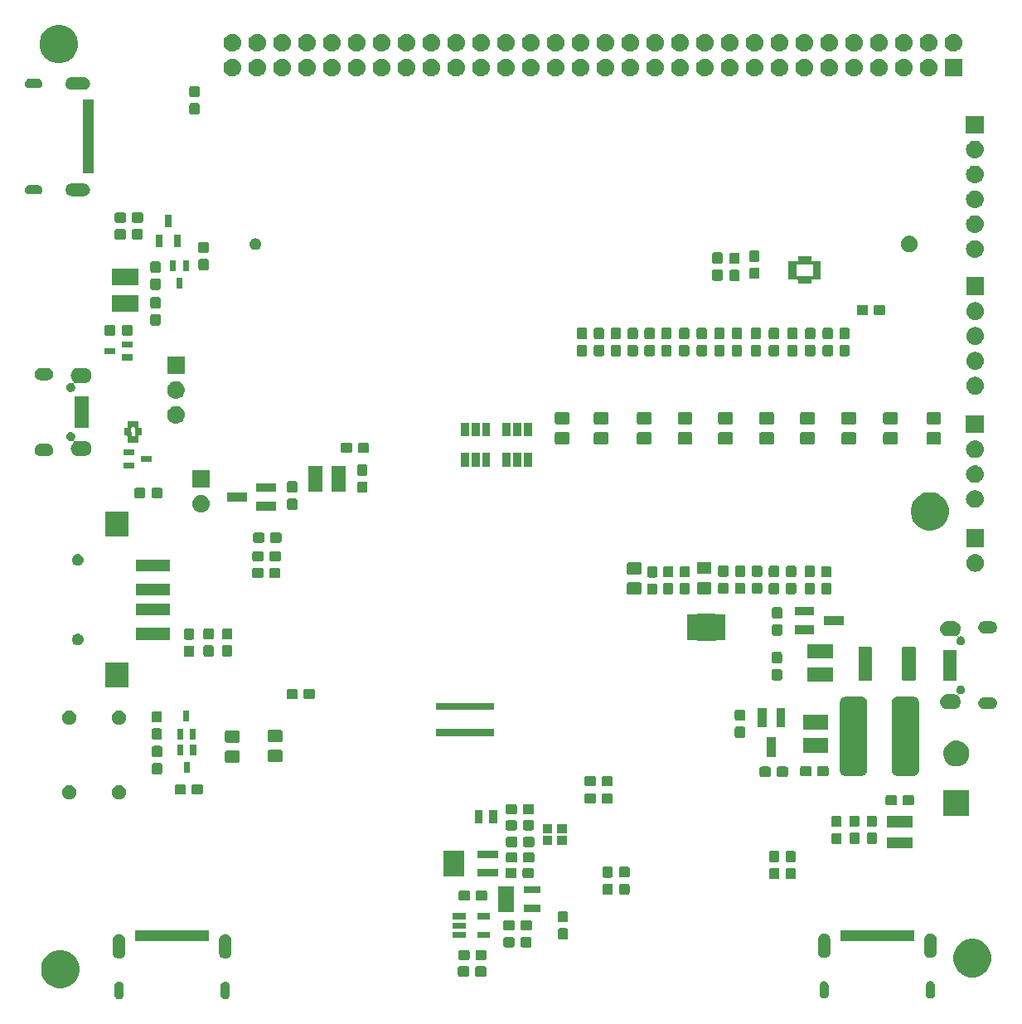
<source format=gbr>
%TF.GenerationSoftware,KiCad,Pcbnew,(5.0.1)-4*%
%TF.CreationDate,2019-03-02T12:31:24+00:00*%
%TF.ProjectId,camera module,63616D657261206D6F64756C652E6B69,rev?*%
%TF.SameCoordinates,Original*%
%TF.FileFunction,Soldermask,Bot*%
%TF.FilePolarity,Negative*%
%FSLAX46Y46*%
G04 Gerber Fmt 4.6, Leading zero omitted, Abs format (unit mm)*
G04 Created by KiCad (PCBNEW (5.0.1)-4) date 02/03/2019 12:31:24*
%MOMM*%
%LPD*%
G01*
G04 APERTURE LIST*
%ADD10C,0.100000*%
G04 APERTURE END LIST*
D10*
G36*
X57118311Y-134255887D02*
X57208038Y-134283106D01*
X57290731Y-134327306D01*
X57363211Y-134386789D01*
X57422694Y-134459269D01*
X57466894Y-134541961D01*
X57494113Y-134631688D01*
X57501000Y-134701616D01*
X57501000Y-135598384D01*
X57494113Y-135668312D01*
X57466894Y-135758039D01*
X57422694Y-135840731D01*
X57363211Y-135913211D01*
X57290731Y-135972694D01*
X57208039Y-136016894D01*
X57118312Y-136044113D01*
X57025000Y-136053303D01*
X56931689Y-136044113D01*
X56841962Y-136016894D01*
X56759270Y-135972694D01*
X56686790Y-135913211D01*
X56627307Y-135840731D01*
X56583107Y-135758039D01*
X56555888Y-135668312D01*
X56549001Y-135598384D01*
X56549001Y-135598382D01*
X56549000Y-135598372D01*
X56549000Y-134701617D01*
X56555887Y-134631689D01*
X56583106Y-134541962D01*
X56627306Y-134459269D01*
X56686789Y-134386789D01*
X56759269Y-134327306D01*
X56841961Y-134283106D01*
X56931688Y-134255887D01*
X57025000Y-134246697D01*
X57118311Y-134255887D01*
X57118311Y-134255887D01*
G37*
G36*
X67968311Y-134255887D02*
X68058038Y-134283106D01*
X68140731Y-134327306D01*
X68213211Y-134386789D01*
X68272694Y-134459269D01*
X68316894Y-134541961D01*
X68344113Y-134631688D01*
X68351000Y-134701616D01*
X68351000Y-135598384D01*
X68344113Y-135668312D01*
X68316894Y-135758039D01*
X68272694Y-135840731D01*
X68213211Y-135913211D01*
X68140731Y-135972694D01*
X68058039Y-136016894D01*
X67968312Y-136044113D01*
X67875000Y-136053303D01*
X67781689Y-136044113D01*
X67691962Y-136016894D01*
X67609270Y-135972694D01*
X67536790Y-135913211D01*
X67477307Y-135840731D01*
X67433107Y-135758039D01*
X67405888Y-135668312D01*
X67399001Y-135598384D01*
X67399001Y-135598382D01*
X67399000Y-135598372D01*
X67399000Y-134701617D01*
X67405887Y-134631689D01*
X67433106Y-134541962D01*
X67477306Y-134459269D01*
X67536789Y-134386789D01*
X67609269Y-134327306D01*
X67691961Y-134283106D01*
X67781688Y-134255887D01*
X67875000Y-134246697D01*
X67968311Y-134255887D01*
X67968311Y-134255887D01*
G37*
G36*
X129143311Y-134205887D02*
X129233038Y-134233106D01*
X129315731Y-134277306D01*
X129388211Y-134336789D01*
X129447694Y-134409269D01*
X129491894Y-134491961D01*
X129519113Y-134581688D01*
X129526000Y-134651616D01*
X129526000Y-135548384D01*
X129519113Y-135618312D01*
X129491894Y-135708039D01*
X129447694Y-135790731D01*
X129388211Y-135863211D01*
X129315731Y-135922694D01*
X129233039Y-135966894D01*
X129143312Y-135994113D01*
X129050000Y-136003303D01*
X128956689Y-135994113D01*
X128866962Y-135966894D01*
X128784270Y-135922694D01*
X128711790Y-135863211D01*
X128652307Y-135790731D01*
X128608107Y-135708039D01*
X128580888Y-135618312D01*
X128574001Y-135548384D01*
X128574001Y-135548382D01*
X128574000Y-135548372D01*
X128574000Y-134651617D01*
X128580887Y-134581689D01*
X128608106Y-134491962D01*
X128652306Y-134409269D01*
X128711789Y-134336789D01*
X128784269Y-134277306D01*
X128866961Y-134233106D01*
X128956688Y-134205887D01*
X129050000Y-134196697D01*
X129143311Y-134205887D01*
X129143311Y-134205887D01*
G37*
G36*
X139993311Y-134205887D02*
X140083038Y-134233106D01*
X140165731Y-134277306D01*
X140238211Y-134336789D01*
X140297694Y-134409269D01*
X140341894Y-134491961D01*
X140369113Y-134581688D01*
X140376000Y-134651616D01*
X140376000Y-135548384D01*
X140369113Y-135618312D01*
X140341894Y-135708039D01*
X140297694Y-135790731D01*
X140238211Y-135863211D01*
X140165731Y-135922694D01*
X140083039Y-135966894D01*
X139993312Y-135994113D01*
X139900000Y-136003303D01*
X139806689Y-135994113D01*
X139716962Y-135966894D01*
X139634270Y-135922694D01*
X139561790Y-135863211D01*
X139502307Y-135790731D01*
X139458107Y-135708039D01*
X139430888Y-135618312D01*
X139424001Y-135548384D01*
X139424001Y-135548382D01*
X139424000Y-135548372D01*
X139424000Y-134651617D01*
X139430887Y-134581689D01*
X139458106Y-134491962D01*
X139502306Y-134409269D01*
X139561789Y-134336789D01*
X139634269Y-134277306D01*
X139716961Y-134233106D01*
X139806688Y-134205887D01*
X139900000Y-134196697D01*
X139993311Y-134205887D01*
X139993311Y-134205887D01*
G37*
G36*
X51589083Y-131113975D02*
X51589085Y-131113976D01*
X51589086Y-131113976D01*
X51944145Y-131261046D01*
X51988850Y-131290917D01*
X52263693Y-131474561D01*
X52535439Y-131746307D01*
X52535441Y-131746310D01*
X52748954Y-132065855D01*
X52755205Y-132080947D01*
X52896025Y-132420917D01*
X52971000Y-132797842D01*
X52971000Y-133182158D01*
X52897959Y-133549362D01*
X52896024Y-133559086D01*
X52748954Y-133914145D01*
X52748953Y-133914146D01*
X52535439Y-134233693D01*
X52263693Y-134505439D01*
X52263690Y-134505441D01*
X51944145Y-134718954D01*
X51589086Y-134866024D01*
X51589085Y-134866024D01*
X51589083Y-134866025D01*
X51212158Y-134941000D01*
X50827842Y-134941000D01*
X50450917Y-134866025D01*
X50450915Y-134866024D01*
X50450914Y-134866024D01*
X50095855Y-134718954D01*
X49776310Y-134505441D01*
X49776307Y-134505439D01*
X49504561Y-134233693D01*
X49291047Y-133914146D01*
X49291046Y-133914145D01*
X49143976Y-133559086D01*
X49142042Y-133549362D01*
X49069000Y-133182158D01*
X49069000Y-132797842D01*
X49143975Y-132420917D01*
X49284795Y-132080947D01*
X49291046Y-132065855D01*
X49504559Y-131746310D01*
X49504561Y-131746307D01*
X49776307Y-131474561D01*
X50051150Y-131290917D01*
X50095855Y-131261046D01*
X50450914Y-131113976D01*
X50450915Y-131113976D01*
X50450917Y-131113975D01*
X50827842Y-131039000D01*
X51212158Y-131039000D01*
X51589083Y-131113975D01*
X51589083Y-131113975D01*
G37*
G36*
X144749083Y-129983975D02*
X144749085Y-129983976D01*
X144749086Y-129983976D01*
X145104145Y-130131046D01*
X145104146Y-130131047D01*
X145423693Y-130344561D01*
X145695439Y-130616307D01*
X145695441Y-130616310D01*
X145908954Y-130935855D01*
X146052321Y-131281974D01*
X146056025Y-131290917D01*
X146131000Y-131667842D01*
X146131000Y-132052158D01*
X146125153Y-132081555D01*
X146056024Y-132429086D01*
X145908954Y-132784145D01*
X145824434Y-132910638D01*
X145695439Y-133103693D01*
X145423693Y-133375439D01*
X145423690Y-133375441D01*
X145104145Y-133588954D01*
X144749086Y-133736024D01*
X144749085Y-133736024D01*
X144749083Y-133736025D01*
X144372158Y-133811000D01*
X143987842Y-133811000D01*
X143610917Y-133736025D01*
X143610915Y-133736024D01*
X143610914Y-133736024D01*
X143255855Y-133588954D01*
X142936310Y-133375441D01*
X142936307Y-133375439D01*
X142664561Y-133103693D01*
X142535566Y-132910638D01*
X142451046Y-132784145D01*
X142303976Y-132429086D01*
X142234848Y-132081555D01*
X142229000Y-132052158D01*
X142229000Y-131667842D01*
X142303975Y-131290917D01*
X142307679Y-131281974D01*
X142451046Y-130935855D01*
X142664559Y-130616310D01*
X142664561Y-130616307D01*
X142936307Y-130344561D01*
X143255854Y-130131047D01*
X143255855Y-130131046D01*
X143610914Y-129983976D01*
X143610915Y-129983976D01*
X143610917Y-129983975D01*
X143987842Y-129909000D01*
X144372158Y-129909000D01*
X144749083Y-129983975D01*
X144749083Y-129983975D01*
G37*
G36*
X94384499Y-132708445D02*
X94421993Y-132719819D01*
X94456557Y-132738294D01*
X94486847Y-132763153D01*
X94511706Y-132793443D01*
X94530181Y-132828007D01*
X94541555Y-132865501D01*
X94546000Y-132910638D01*
X94546000Y-133549362D01*
X94541555Y-133594499D01*
X94530181Y-133631993D01*
X94511706Y-133666557D01*
X94486847Y-133696847D01*
X94456557Y-133721706D01*
X94421993Y-133740181D01*
X94384499Y-133751555D01*
X94339362Y-133756000D01*
X93600638Y-133756000D01*
X93555501Y-133751555D01*
X93518007Y-133740181D01*
X93483443Y-133721706D01*
X93453153Y-133696847D01*
X93428294Y-133666557D01*
X93409819Y-133631993D01*
X93398445Y-133594499D01*
X93394000Y-133549362D01*
X93394000Y-132910638D01*
X93398445Y-132865501D01*
X93409819Y-132828007D01*
X93428294Y-132793443D01*
X93453153Y-132763153D01*
X93483443Y-132738294D01*
X93518007Y-132719819D01*
X93555501Y-132708445D01*
X93600638Y-132704000D01*
X94339362Y-132704000D01*
X94384499Y-132708445D01*
X94384499Y-132708445D01*
G37*
G36*
X92634499Y-132708445D02*
X92671993Y-132719819D01*
X92706557Y-132738294D01*
X92736847Y-132763153D01*
X92761706Y-132793443D01*
X92780181Y-132828007D01*
X92791555Y-132865501D01*
X92796000Y-132910638D01*
X92796000Y-133549362D01*
X92791555Y-133594499D01*
X92780181Y-133631993D01*
X92761706Y-133666557D01*
X92736847Y-133696847D01*
X92706557Y-133721706D01*
X92671993Y-133740181D01*
X92634499Y-133751555D01*
X92589362Y-133756000D01*
X91850638Y-133756000D01*
X91805501Y-133751555D01*
X91768007Y-133740181D01*
X91733443Y-133721706D01*
X91703153Y-133696847D01*
X91678294Y-133666557D01*
X91659819Y-133631993D01*
X91648445Y-133594499D01*
X91644000Y-133549362D01*
X91644000Y-132910638D01*
X91648445Y-132865501D01*
X91659819Y-132828007D01*
X91678294Y-132793443D01*
X91703153Y-132763153D01*
X91733443Y-132738294D01*
X91768007Y-132719819D01*
X91805501Y-132708445D01*
X91850638Y-132704000D01*
X92589362Y-132704000D01*
X92634499Y-132708445D01*
X92634499Y-132708445D01*
G37*
G36*
X94424499Y-131038445D02*
X94461993Y-131049819D01*
X94496557Y-131068294D01*
X94526847Y-131093153D01*
X94551706Y-131123443D01*
X94570181Y-131158007D01*
X94581555Y-131195501D01*
X94586000Y-131240638D01*
X94586000Y-131879362D01*
X94581555Y-131924499D01*
X94570181Y-131961993D01*
X94551706Y-131996557D01*
X94526847Y-132026847D01*
X94496557Y-132051706D01*
X94461993Y-132070181D01*
X94424499Y-132081555D01*
X94379362Y-132086000D01*
X93640638Y-132086000D01*
X93595501Y-132081555D01*
X93558007Y-132070181D01*
X93523443Y-132051706D01*
X93493153Y-132026847D01*
X93468294Y-131996557D01*
X93449819Y-131961993D01*
X93438445Y-131924499D01*
X93434000Y-131879362D01*
X93434000Y-131240638D01*
X93438445Y-131195501D01*
X93449819Y-131158007D01*
X93468294Y-131123443D01*
X93493153Y-131093153D01*
X93523443Y-131068294D01*
X93558007Y-131049819D01*
X93595501Y-131038445D01*
X93640638Y-131034000D01*
X94379362Y-131034000D01*
X94424499Y-131038445D01*
X94424499Y-131038445D01*
G37*
G36*
X92674499Y-131038445D02*
X92711993Y-131049819D01*
X92746557Y-131068294D01*
X92776847Y-131093153D01*
X92801706Y-131123443D01*
X92820181Y-131158007D01*
X92831555Y-131195501D01*
X92836000Y-131240638D01*
X92836000Y-131879362D01*
X92831555Y-131924499D01*
X92820181Y-131961993D01*
X92801706Y-131996557D01*
X92776847Y-132026847D01*
X92746557Y-132051706D01*
X92711993Y-132070181D01*
X92674499Y-132081555D01*
X92629362Y-132086000D01*
X91890638Y-132086000D01*
X91845501Y-132081555D01*
X91808007Y-132070181D01*
X91773443Y-132051706D01*
X91743153Y-132026847D01*
X91718294Y-131996557D01*
X91699819Y-131961993D01*
X91688445Y-131924499D01*
X91684000Y-131879362D01*
X91684000Y-131240638D01*
X91688445Y-131195501D01*
X91699819Y-131158007D01*
X91718294Y-131123443D01*
X91743153Y-131093153D01*
X91773443Y-131068294D01*
X91808007Y-131049819D01*
X91845501Y-131038445D01*
X91890638Y-131034000D01*
X92629362Y-131034000D01*
X92674499Y-131038445D01*
X92674499Y-131038445D01*
G37*
G36*
X68002617Y-129408420D02*
X68084426Y-129433237D01*
X68125332Y-129445645D01*
X68185782Y-129477957D01*
X68238425Y-129506095D01*
X68337553Y-129587447D01*
X68418905Y-129686574D01*
X68418906Y-129686576D01*
X68479355Y-129799667D01*
X68487343Y-129826000D01*
X68516580Y-129922382D01*
X68526000Y-130018027D01*
X68526000Y-131281973D01*
X68516580Y-131377618D01*
X68494522Y-131450332D01*
X68479355Y-131500333D01*
X68445632Y-131563424D01*
X68418905Y-131613426D01*
X68337553Y-131712553D01*
X68238426Y-131793905D01*
X68238424Y-131793906D01*
X68125333Y-131854355D01*
X68084427Y-131866763D01*
X68002618Y-131891580D01*
X67875000Y-131904149D01*
X67747383Y-131891580D01*
X67665574Y-131866763D01*
X67624668Y-131854355D01*
X67511577Y-131793906D01*
X67511575Y-131793905D01*
X67412448Y-131712553D01*
X67331096Y-131613426D01*
X67304369Y-131563424D01*
X67270646Y-131500333D01*
X67255479Y-131450332D01*
X67233421Y-131377618D01*
X67224001Y-131281973D01*
X67224000Y-130018028D01*
X67233420Y-129922383D01*
X67261176Y-129830885D01*
X67270645Y-129799668D01*
X67322316Y-129703000D01*
X67331095Y-129686575D01*
X67412447Y-129587447D01*
X67511574Y-129506095D01*
X67524509Y-129499181D01*
X67624667Y-129445645D01*
X67665573Y-129433237D01*
X67747382Y-129408420D01*
X67875000Y-129395851D01*
X68002617Y-129408420D01*
X68002617Y-129408420D01*
G37*
G36*
X57152617Y-129408420D02*
X57234426Y-129433237D01*
X57275332Y-129445645D01*
X57335782Y-129477957D01*
X57388425Y-129506095D01*
X57487553Y-129587447D01*
X57568905Y-129686574D01*
X57568906Y-129686576D01*
X57629355Y-129799667D01*
X57637343Y-129826000D01*
X57666580Y-129922382D01*
X57676000Y-130018027D01*
X57676000Y-131281973D01*
X57666580Y-131377618D01*
X57644522Y-131450332D01*
X57629355Y-131500333D01*
X57595632Y-131563424D01*
X57568905Y-131613426D01*
X57487553Y-131712553D01*
X57388426Y-131793905D01*
X57388424Y-131793906D01*
X57275333Y-131854355D01*
X57234427Y-131866763D01*
X57152618Y-131891580D01*
X57025000Y-131904149D01*
X56897383Y-131891580D01*
X56815574Y-131866763D01*
X56774668Y-131854355D01*
X56661577Y-131793906D01*
X56661575Y-131793905D01*
X56562448Y-131712553D01*
X56481096Y-131613426D01*
X56454369Y-131563424D01*
X56420646Y-131500333D01*
X56405479Y-131450332D01*
X56383421Y-131377618D01*
X56374001Y-131281973D01*
X56374000Y-130018028D01*
X56383420Y-129922383D01*
X56411176Y-129830885D01*
X56420645Y-129799668D01*
X56472316Y-129703000D01*
X56481095Y-129686575D01*
X56562447Y-129587447D01*
X56661574Y-129506095D01*
X56674509Y-129499181D01*
X56774667Y-129445645D01*
X56815573Y-129433237D01*
X56897382Y-129408420D01*
X57025000Y-129395851D01*
X57152617Y-129408420D01*
X57152617Y-129408420D01*
G37*
G36*
X129177617Y-129358420D02*
X129259426Y-129383237D01*
X129300332Y-129395645D01*
X129360782Y-129427957D01*
X129413425Y-129456095D01*
X129413427Y-129456096D01*
X129413426Y-129456096D01*
X129474351Y-129506095D01*
X129512553Y-129537447D01*
X129593905Y-129636574D01*
X129593906Y-129636576D01*
X129654355Y-129749667D01*
X129657296Y-129759362D01*
X129691580Y-129872382D01*
X129701000Y-129968027D01*
X129701000Y-131231973D01*
X129691580Y-131327618D01*
X129666763Y-131409427D01*
X129654355Y-131450333D01*
X129627629Y-131500333D01*
X129593905Y-131563426D01*
X129512553Y-131662553D01*
X129413426Y-131743905D01*
X129400491Y-131750819D01*
X129300333Y-131804355D01*
X129259427Y-131816763D01*
X129177618Y-131841580D01*
X129050000Y-131854149D01*
X128922383Y-131841580D01*
X128840574Y-131816763D01*
X128799668Y-131804355D01*
X128699510Y-131750819D01*
X128686575Y-131743905D01*
X128587448Y-131662553D01*
X128506096Y-131563426D01*
X128472372Y-131500333D01*
X128445646Y-131450333D01*
X128433238Y-131409427D01*
X128408421Y-131327618D01*
X128399001Y-131231973D01*
X128399000Y-129968028D01*
X128399638Y-129961555D01*
X128405026Y-129906847D01*
X128408420Y-129872383D01*
X128438521Y-129773153D01*
X128445645Y-129749668D01*
X128479370Y-129686574D01*
X128506095Y-129636575D01*
X128533212Y-129603532D01*
X128587445Y-129537449D01*
X128587447Y-129537447D01*
X128686574Y-129456095D01*
X128706125Y-129445645D01*
X128799667Y-129395645D01*
X128840573Y-129383237D01*
X128922382Y-129358420D01*
X129050000Y-129345851D01*
X129177617Y-129358420D01*
X129177617Y-129358420D01*
G37*
G36*
X140027617Y-129358420D02*
X140109426Y-129383237D01*
X140150332Y-129395645D01*
X140210782Y-129427957D01*
X140263425Y-129456095D01*
X140263427Y-129456096D01*
X140263426Y-129456096D01*
X140324351Y-129506095D01*
X140362553Y-129537447D01*
X140443905Y-129636574D01*
X140443906Y-129636576D01*
X140504355Y-129749667D01*
X140507296Y-129759362D01*
X140541580Y-129872382D01*
X140551000Y-129968027D01*
X140551000Y-131231973D01*
X140541580Y-131327618D01*
X140516763Y-131409427D01*
X140504355Y-131450333D01*
X140477629Y-131500333D01*
X140443905Y-131563426D01*
X140362553Y-131662553D01*
X140263426Y-131743905D01*
X140250491Y-131750819D01*
X140150333Y-131804355D01*
X140109427Y-131816763D01*
X140027618Y-131841580D01*
X139900000Y-131854149D01*
X139772383Y-131841580D01*
X139690574Y-131816763D01*
X139649668Y-131804355D01*
X139549510Y-131750819D01*
X139536575Y-131743905D01*
X139437448Y-131662553D01*
X139356096Y-131563426D01*
X139322372Y-131500333D01*
X139295646Y-131450333D01*
X139283238Y-131409427D01*
X139258421Y-131327618D01*
X139249001Y-131231973D01*
X139249000Y-129968028D01*
X139249638Y-129961555D01*
X139255026Y-129906847D01*
X139258420Y-129872383D01*
X139288521Y-129773153D01*
X139295645Y-129749668D01*
X139329370Y-129686574D01*
X139356095Y-129636575D01*
X139383212Y-129603532D01*
X139437445Y-129537449D01*
X139437447Y-129537447D01*
X139536574Y-129456095D01*
X139556125Y-129445645D01*
X139649667Y-129395645D01*
X139690573Y-129383237D01*
X139772382Y-129358420D01*
X139900000Y-129345851D01*
X140027617Y-129358420D01*
X140027617Y-129358420D01*
G37*
G36*
X97269499Y-129718445D02*
X97306993Y-129729819D01*
X97341557Y-129748294D01*
X97371847Y-129773153D01*
X97396706Y-129803443D01*
X97415181Y-129838007D01*
X97426555Y-129875501D01*
X97431000Y-129920638D01*
X97431000Y-130559362D01*
X97426555Y-130604499D01*
X97415181Y-130641993D01*
X97396706Y-130676557D01*
X97371847Y-130706847D01*
X97341557Y-130731706D01*
X97306993Y-130750181D01*
X97269499Y-130761555D01*
X97224362Y-130766000D01*
X96485638Y-130766000D01*
X96440501Y-130761555D01*
X96403007Y-130750181D01*
X96368443Y-130731706D01*
X96338153Y-130706847D01*
X96313294Y-130676557D01*
X96294819Y-130641993D01*
X96283445Y-130604499D01*
X96279000Y-130559362D01*
X96279000Y-129920638D01*
X96283445Y-129875501D01*
X96294819Y-129838007D01*
X96313294Y-129803443D01*
X96338153Y-129773153D01*
X96368443Y-129748294D01*
X96403007Y-129729819D01*
X96440501Y-129718445D01*
X96485638Y-129714000D01*
X97224362Y-129714000D01*
X97269499Y-129718445D01*
X97269499Y-129718445D01*
G37*
G36*
X99019499Y-129718445D02*
X99056993Y-129729819D01*
X99091557Y-129748294D01*
X99121847Y-129773153D01*
X99146706Y-129803443D01*
X99165181Y-129838007D01*
X99176555Y-129875501D01*
X99181000Y-129920638D01*
X99181000Y-130559362D01*
X99176555Y-130604499D01*
X99165181Y-130641993D01*
X99146706Y-130676557D01*
X99121847Y-130706847D01*
X99091557Y-130731706D01*
X99056993Y-130750181D01*
X99019499Y-130761555D01*
X98974362Y-130766000D01*
X98235638Y-130766000D01*
X98190501Y-130761555D01*
X98153007Y-130750181D01*
X98118443Y-130731706D01*
X98088153Y-130706847D01*
X98063294Y-130676557D01*
X98044819Y-130641993D01*
X98033445Y-130604499D01*
X98029000Y-130559362D01*
X98029000Y-129920638D01*
X98033445Y-129875501D01*
X98044819Y-129838007D01*
X98063294Y-129803443D01*
X98088153Y-129773153D01*
X98118443Y-129748294D01*
X98153007Y-129729819D01*
X98190501Y-129718445D01*
X98235638Y-129714000D01*
X98974362Y-129714000D01*
X99019499Y-129718445D01*
X99019499Y-129718445D01*
G37*
G36*
X66216000Y-130151000D02*
X58684000Y-130151000D01*
X58684000Y-129049000D01*
X66216000Y-129049000D01*
X66216000Y-130151000D01*
X66216000Y-130151000D01*
G37*
G36*
X138241000Y-130101000D02*
X130709000Y-130101000D01*
X130709000Y-128999000D01*
X138241000Y-128999000D01*
X138241000Y-130101000D01*
X138241000Y-130101000D01*
G37*
G36*
X102726499Y-128818445D02*
X102763993Y-128829819D01*
X102798557Y-128848294D01*
X102828847Y-128873153D01*
X102853706Y-128903443D01*
X102872181Y-128938007D01*
X102883555Y-128975501D01*
X102888000Y-129020638D01*
X102888000Y-129759362D01*
X102883555Y-129804499D01*
X102872181Y-129841993D01*
X102853706Y-129876557D01*
X102828847Y-129906847D01*
X102798557Y-129931706D01*
X102763993Y-129950181D01*
X102726499Y-129961555D01*
X102681362Y-129966000D01*
X102042638Y-129966000D01*
X101997501Y-129961555D01*
X101960007Y-129950181D01*
X101925443Y-129931706D01*
X101895153Y-129906847D01*
X101870294Y-129876557D01*
X101851819Y-129841993D01*
X101840445Y-129804499D01*
X101836000Y-129759362D01*
X101836000Y-129020638D01*
X101840445Y-128975501D01*
X101851819Y-128938007D01*
X101870294Y-128903443D01*
X101895153Y-128873153D01*
X101925443Y-128848294D01*
X101960007Y-128829819D01*
X101997501Y-128818445D01*
X102042638Y-128814000D01*
X102681362Y-128814000D01*
X102726499Y-128818445D01*
X102726499Y-128818445D01*
G37*
G36*
X92426000Y-129826000D02*
X91124000Y-129826000D01*
X91124000Y-129174000D01*
X92426000Y-129174000D01*
X92426000Y-129826000D01*
X92426000Y-129826000D01*
G37*
G36*
X94926000Y-129826000D02*
X93624000Y-129826000D01*
X93624000Y-129174000D01*
X94926000Y-129174000D01*
X94926000Y-129826000D01*
X94926000Y-129826000D01*
G37*
G36*
X97289499Y-127978445D02*
X97326993Y-127989819D01*
X97361557Y-128008294D01*
X97391847Y-128033153D01*
X97416706Y-128063443D01*
X97435181Y-128098007D01*
X97446555Y-128135501D01*
X97451000Y-128180638D01*
X97451000Y-128819362D01*
X97446555Y-128864499D01*
X97435181Y-128901993D01*
X97416706Y-128936557D01*
X97391847Y-128966847D01*
X97361557Y-128991706D01*
X97326993Y-129010181D01*
X97289499Y-129021555D01*
X97244362Y-129026000D01*
X96505638Y-129026000D01*
X96460501Y-129021555D01*
X96423007Y-129010181D01*
X96388443Y-128991706D01*
X96358153Y-128966847D01*
X96333294Y-128936557D01*
X96314819Y-128901993D01*
X96303445Y-128864499D01*
X96299000Y-128819362D01*
X96299000Y-128180638D01*
X96303445Y-128135501D01*
X96314819Y-128098007D01*
X96333294Y-128063443D01*
X96358153Y-128033153D01*
X96388443Y-128008294D01*
X96423007Y-127989819D01*
X96460501Y-127978445D01*
X96505638Y-127974000D01*
X97244362Y-127974000D01*
X97289499Y-127978445D01*
X97289499Y-127978445D01*
G37*
G36*
X99039499Y-127978445D02*
X99076993Y-127989819D01*
X99111557Y-128008294D01*
X99141847Y-128033153D01*
X99166706Y-128063443D01*
X99185181Y-128098007D01*
X99196555Y-128135501D01*
X99201000Y-128180638D01*
X99201000Y-128819362D01*
X99196555Y-128864499D01*
X99185181Y-128901993D01*
X99166706Y-128936557D01*
X99141847Y-128966847D01*
X99111557Y-128991706D01*
X99076993Y-129010181D01*
X99039499Y-129021555D01*
X98994362Y-129026000D01*
X98255638Y-129026000D01*
X98210501Y-129021555D01*
X98173007Y-129010181D01*
X98138443Y-128991706D01*
X98108153Y-128966847D01*
X98083294Y-128936557D01*
X98064819Y-128901993D01*
X98053445Y-128864499D01*
X98049000Y-128819362D01*
X98049000Y-128180638D01*
X98053445Y-128135501D01*
X98064819Y-128098007D01*
X98083294Y-128063443D01*
X98108153Y-128033153D01*
X98138443Y-128008294D01*
X98173007Y-127989819D01*
X98210501Y-127978445D01*
X98255638Y-127974000D01*
X98994362Y-127974000D01*
X99039499Y-127978445D01*
X99039499Y-127978445D01*
G37*
G36*
X92426000Y-128876000D02*
X91124000Y-128876000D01*
X91124000Y-128224000D01*
X92426000Y-128224000D01*
X92426000Y-128876000D01*
X92426000Y-128876000D01*
G37*
G36*
X102726499Y-127068445D02*
X102763993Y-127079819D01*
X102798557Y-127098294D01*
X102828847Y-127123153D01*
X102853706Y-127153443D01*
X102872181Y-127188007D01*
X102883555Y-127225501D01*
X102888000Y-127270638D01*
X102888000Y-128009362D01*
X102883555Y-128054499D01*
X102872181Y-128091993D01*
X102853706Y-128126557D01*
X102828847Y-128156847D01*
X102798557Y-128181706D01*
X102763993Y-128200181D01*
X102726499Y-128211555D01*
X102681362Y-128216000D01*
X102042638Y-128216000D01*
X101997501Y-128211555D01*
X101960007Y-128200181D01*
X101925443Y-128181706D01*
X101895153Y-128156847D01*
X101870294Y-128126557D01*
X101851819Y-128091993D01*
X101840445Y-128054499D01*
X101836000Y-128009362D01*
X101836000Y-127270638D01*
X101840445Y-127225501D01*
X101851819Y-127188007D01*
X101870294Y-127153443D01*
X101895153Y-127123153D01*
X101925443Y-127098294D01*
X101960007Y-127079819D01*
X101997501Y-127068445D01*
X102042638Y-127064000D01*
X102681362Y-127064000D01*
X102726499Y-127068445D01*
X102726499Y-127068445D01*
G37*
G36*
X94926000Y-127926000D02*
X93624000Y-127926000D01*
X93624000Y-127274000D01*
X94926000Y-127274000D01*
X94926000Y-127926000D01*
X94926000Y-127926000D01*
G37*
G36*
X92426000Y-127926000D02*
X91124000Y-127926000D01*
X91124000Y-127274000D01*
X92426000Y-127274000D01*
X92426000Y-127926000D01*
X92426000Y-127926000D01*
G37*
G36*
X97381000Y-127151000D02*
X95719000Y-127151000D01*
X95719000Y-124499000D01*
X97381000Y-124499000D01*
X97381000Y-127151000D01*
X97381000Y-127151000D01*
G37*
G36*
X100081000Y-127151000D02*
X98419000Y-127151000D01*
X98419000Y-126399000D01*
X100081000Y-126399000D01*
X100081000Y-127151000D01*
X100081000Y-127151000D01*
G37*
G36*
X92714499Y-124953445D02*
X92751993Y-124964819D01*
X92786557Y-124983294D01*
X92816847Y-125008153D01*
X92841706Y-125038443D01*
X92860181Y-125073007D01*
X92871555Y-125110501D01*
X92876000Y-125155638D01*
X92876000Y-125794362D01*
X92871555Y-125839499D01*
X92860181Y-125876993D01*
X92841706Y-125911557D01*
X92816847Y-125941847D01*
X92786557Y-125966706D01*
X92751993Y-125985181D01*
X92714499Y-125996555D01*
X92669362Y-126001000D01*
X91930638Y-126001000D01*
X91885501Y-125996555D01*
X91848007Y-125985181D01*
X91813443Y-125966706D01*
X91783153Y-125941847D01*
X91758294Y-125911557D01*
X91739819Y-125876993D01*
X91728445Y-125839499D01*
X91724000Y-125794362D01*
X91724000Y-125155638D01*
X91728445Y-125110501D01*
X91739819Y-125073007D01*
X91758294Y-125038443D01*
X91783153Y-125008153D01*
X91813443Y-124983294D01*
X91848007Y-124964819D01*
X91885501Y-124953445D01*
X91930638Y-124949000D01*
X92669362Y-124949000D01*
X92714499Y-124953445D01*
X92714499Y-124953445D01*
G37*
G36*
X94464499Y-124953445D02*
X94501993Y-124964819D01*
X94536557Y-124983294D01*
X94566847Y-125008153D01*
X94591706Y-125038443D01*
X94610181Y-125073007D01*
X94621555Y-125110501D01*
X94626000Y-125155638D01*
X94626000Y-125794362D01*
X94621555Y-125839499D01*
X94610181Y-125876993D01*
X94591706Y-125911557D01*
X94566847Y-125941847D01*
X94536557Y-125966706D01*
X94501993Y-125985181D01*
X94464499Y-125996555D01*
X94419362Y-126001000D01*
X93680638Y-126001000D01*
X93635501Y-125996555D01*
X93598007Y-125985181D01*
X93563443Y-125966706D01*
X93533153Y-125941847D01*
X93508294Y-125911557D01*
X93489819Y-125876993D01*
X93478445Y-125839499D01*
X93474000Y-125794362D01*
X93474000Y-125155638D01*
X93478445Y-125110501D01*
X93489819Y-125073007D01*
X93508294Y-125038443D01*
X93533153Y-125008153D01*
X93563443Y-124983294D01*
X93598007Y-124964819D01*
X93635501Y-124953445D01*
X93680638Y-124949000D01*
X94419362Y-124949000D01*
X94464499Y-124953445D01*
X94464499Y-124953445D01*
G37*
G36*
X107298499Y-124255445D02*
X107335993Y-124266819D01*
X107370557Y-124285294D01*
X107400847Y-124310153D01*
X107425706Y-124340443D01*
X107444181Y-124375007D01*
X107455555Y-124412501D01*
X107460000Y-124457638D01*
X107460000Y-125196362D01*
X107455555Y-125241499D01*
X107444181Y-125278993D01*
X107425706Y-125313557D01*
X107400847Y-125343847D01*
X107370557Y-125368706D01*
X107335993Y-125387181D01*
X107298499Y-125398555D01*
X107253362Y-125403000D01*
X106614638Y-125403000D01*
X106569501Y-125398555D01*
X106532007Y-125387181D01*
X106497443Y-125368706D01*
X106467153Y-125343847D01*
X106442294Y-125313557D01*
X106423819Y-125278993D01*
X106412445Y-125241499D01*
X106408000Y-125196362D01*
X106408000Y-124457638D01*
X106412445Y-124412501D01*
X106423819Y-124375007D01*
X106442294Y-124340443D01*
X106467153Y-124310153D01*
X106497443Y-124285294D01*
X106532007Y-124266819D01*
X106569501Y-124255445D01*
X106614638Y-124251000D01*
X107253362Y-124251000D01*
X107298499Y-124255445D01*
X107298499Y-124255445D01*
G37*
G36*
X109014499Y-124248445D02*
X109051993Y-124259819D01*
X109086557Y-124278294D01*
X109116847Y-124303153D01*
X109141706Y-124333443D01*
X109160181Y-124368007D01*
X109171555Y-124405501D01*
X109176000Y-124450638D01*
X109176000Y-125189362D01*
X109171555Y-125234499D01*
X109160181Y-125271993D01*
X109141706Y-125306557D01*
X109116847Y-125336847D01*
X109086557Y-125361706D01*
X109051993Y-125380181D01*
X109014499Y-125391555D01*
X108969362Y-125396000D01*
X108330638Y-125396000D01*
X108285501Y-125391555D01*
X108248007Y-125380181D01*
X108213443Y-125361706D01*
X108183153Y-125336847D01*
X108158294Y-125306557D01*
X108139819Y-125271993D01*
X108128445Y-125234499D01*
X108124000Y-125189362D01*
X108124000Y-124450638D01*
X108128445Y-124405501D01*
X108139819Y-124368007D01*
X108158294Y-124333443D01*
X108183153Y-124303153D01*
X108213443Y-124278294D01*
X108248007Y-124259819D01*
X108285501Y-124248445D01*
X108330638Y-124244000D01*
X108969362Y-124244000D01*
X109014499Y-124248445D01*
X109014499Y-124248445D01*
G37*
G36*
X100081000Y-125251000D02*
X98419000Y-125251000D01*
X98419000Y-124499000D01*
X100081000Y-124499000D01*
X100081000Y-125251000D01*
X100081000Y-125251000D01*
G37*
G36*
X125984499Y-122668445D02*
X126021993Y-122679819D01*
X126056557Y-122698294D01*
X126086847Y-122723153D01*
X126111706Y-122753443D01*
X126130181Y-122788007D01*
X126141555Y-122825501D01*
X126146000Y-122870638D01*
X126146000Y-123609362D01*
X126141555Y-123654499D01*
X126130181Y-123691993D01*
X126111706Y-123726557D01*
X126086847Y-123756847D01*
X126056557Y-123781706D01*
X126021993Y-123800181D01*
X125984499Y-123811555D01*
X125939362Y-123816000D01*
X125300638Y-123816000D01*
X125255501Y-123811555D01*
X125218007Y-123800181D01*
X125183443Y-123781706D01*
X125153153Y-123756847D01*
X125128294Y-123726557D01*
X125109819Y-123691993D01*
X125098445Y-123654499D01*
X125094000Y-123609362D01*
X125094000Y-122870638D01*
X125098445Y-122825501D01*
X125109819Y-122788007D01*
X125128294Y-122753443D01*
X125153153Y-122723153D01*
X125183443Y-122698294D01*
X125218007Y-122679819D01*
X125255501Y-122668445D01*
X125300638Y-122664000D01*
X125939362Y-122664000D01*
X125984499Y-122668445D01*
X125984499Y-122668445D01*
G37*
G36*
X124324499Y-122658445D02*
X124361993Y-122669819D01*
X124396557Y-122688294D01*
X124426847Y-122713153D01*
X124451706Y-122743443D01*
X124470181Y-122778007D01*
X124481555Y-122815501D01*
X124486000Y-122860638D01*
X124486000Y-123599362D01*
X124481555Y-123644499D01*
X124470181Y-123681993D01*
X124451706Y-123716557D01*
X124426847Y-123746847D01*
X124396557Y-123771706D01*
X124361993Y-123790181D01*
X124324499Y-123801555D01*
X124279362Y-123806000D01*
X123640638Y-123806000D01*
X123595501Y-123801555D01*
X123558007Y-123790181D01*
X123523443Y-123771706D01*
X123493153Y-123746847D01*
X123468294Y-123716557D01*
X123449819Y-123681993D01*
X123438445Y-123644499D01*
X123434000Y-123599362D01*
X123434000Y-122860638D01*
X123438445Y-122815501D01*
X123449819Y-122778007D01*
X123468294Y-122743443D01*
X123493153Y-122713153D01*
X123523443Y-122688294D01*
X123558007Y-122669819D01*
X123595501Y-122658445D01*
X123640638Y-122654000D01*
X124279362Y-122654000D01*
X124324499Y-122658445D01*
X124324499Y-122658445D01*
G37*
G36*
X97489499Y-122653445D02*
X97526993Y-122664819D01*
X97561557Y-122683294D01*
X97591847Y-122708153D01*
X97616706Y-122738443D01*
X97635181Y-122773007D01*
X97646555Y-122810501D01*
X97651000Y-122855638D01*
X97651000Y-123494362D01*
X97646555Y-123539499D01*
X97635181Y-123576993D01*
X97616706Y-123611557D01*
X97591847Y-123641847D01*
X97561557Y-123666706D01*
X97526993Y-123685181D01*
X97489499Y-123696555D01*
X97444362Y-123701000D01*
X96705638Y-123701000D01*
X96660501Y-123696555D01*
X96623007Y-123685181D01*
X96588443Y-123666706D01*
X96558153Y-123641847D01*
X96533294Y-123611557D01*
X96514819Y-123576993D01*
X96503445Y-123539499D01*
X96499000Y-123494362D01*
X96499000Y-122855638D01*
X96503445Y-122810501D01*
X96514819Y-122773007D01*
X96533294Y-122738443D01*
X96558153Y-122708153D01*
X96588443Y-122683294D01*
X96623007Y-122664819D01*
X96660501Y-122653445D01*
X96705638Y-122649000D01*
X97444362Y-122649000D01*
X97489499Y-122653445D01*
X97489499Y-122653445D01*
G37*
G36*
X99239499Y-122653445D02*
X99276993Y-122664819D01*
X99311557Y-122683294D01*
X99341847Y-122708153D01*
X99366706Y-122738443D01*
X99385181Y-122773007D01*
X99396555Y-122810501D01*
X99401000Y-122855638D01*
X99401000Y-123494362D01*
X99396555Y-123539499D01*
X99385181Y-123576993D01*
X99366706Y-123611557D01*
X99341847Y-123641847D01*
X99311557Y-123666706D01*
X99276993Y-123685181D01*
X99239499Y-123696555D01*
X99194362Y-123701000D01*
X98455638Y-123701000D01*
X98410501Y-123696555D01*
X98373007Y-123685181D01*
X98338443Y-123666706D01*
X98308153Y-123641847D01*
X98283294Y-123611557D01*
X98264819Y-123576993D01*
X98253445Y-123539499D01*
X98249000Y-123494362D01*
X98249000Y-122855638D01*
X98253445Y-122810501D01*
X98264819Y-122773007D01*
X98283294Y-122738443D01*
X98308153Y-122708153D01*
X98338443Y-122683294D01*
X98373007Y-122664819D01*
X98410501Y-122653445D01*
X98455638Y-122649000D01*
X99194362Y-122649000D01*
X99239499Y-122653445D01*
X99239499Y-122653445D01*
G37*
G36*
X107298499Y-122505445D02*
X107335993Y-122516819D01*
X107370557Y-122535294D01*
X107400847Y-122560153D01*
X107425706Y-122590443D01*
X107444181Y-122625007D01*
X107455555Y-122662501D01*
X107460000Y-122707638D01*
X107460000Y-123446362D01*
X107455555Y-123491499D01*
X107444181Y-123528993D01*
X107425706Y-123563557D01*
X107400847Y-123593847D01*
X107370557Y-123618706D01*
X107335993Y-123637181D01*
X107298499Y-123648555D01*
X107253362Y-123653000D01*
X106614638Y-123653000D01*
X106569501Y-123648555D01*
X106532007Y-123637181D01*
X106497443Y-123618706D01*
X106467153Y-123593847D01*
X106442294Y-123563557D01*
X106423819Y-123528993D01*
X106412445Y-123491499D01*
X106408000Y-123446362D01*
X106408000Y-122707638D01*
X106412445Y-122662501D01*
X106423819Y-122625007D01*
X106442294Y-122590443D01*
X106467153Y-122560153D01*
X106497443Y-122535294D01*
X106532007Y-122516819D01*
X106569501Y-122505445D01*
X106614638Y-122501000D01*
X107253362Y-122501000D01*
X107298499Y-122505445D01*
X107298499Y-122505445D01*
G37*
G36*
X109014499Y-122498445D02*
X109051993Y-122509819D01*
X109086557Y-122528294D01*
X109116847Y-122553153D01*
X109141706Y-122583443D01*
X109160181Y-122618007D01*
X109171555Y-122655501D01*
X109176000Y-122700638D01*
X109176000Y-123439362D01*
X109171555Y-123484499D01*
X109160181Y-123521993D01*
X109141706Y-123556557D01*
X109116847Y-123586847D01*
X109086557Y-123611706D01*
X109051993Y-123630181D01*
X109014499Y-123641555D01*
X108969362Y-123646000D01*
X108330638Y-123646000D01*
X108285501Y-123641555D01*
X108248007Y-123630181D01*
X108213443Y-123611706D01*
X108183153Y-123586847D01*
X108158294Y-123556557D01*
X108139819Y-123521993D01*
X108128445Y-123484499D01*
X108124000Y-123439362D01*
X108124000Y-122700638D01*
X108128445Y-122655501D01*
X108139819Y-122618007D01*
X108158294Y-122583443D01*
X108183153Y-122553153D01*
X108213443Y-122528294D01*
X108248007Y-122509819D01*
X108285501Y-122498445D01*
X108330638Y-122494000D01*
X108969362Y-122494000D01*
X109014499Y-122498445D01*
X109014499Y-122498445D01*
G37*
G36*
X92306000Y-123551000D02*
X90204000Y-123551000D01*
X90204000Y-120899000D01*
X92306000Y-120899000D01*
X92306000Y-123551000D01*
X92306000Y-123551000D01*
G37*
G36*
X95726000Y-123551000D02*
X93624000Y-123551000D01*
X93624000Y-122799000D01*
X95726000Y-122799000D01*
X95726000Y-123551000D01*
X95726000Y-123551000D01*
G37*
G36*
X99289499Y-121053445D02*
X99326993Y-121064819D01*
X99361557Y-121083294D01*
X99391847Y-121108153D01*
X99416706Y-121138443D01*
X99435181Y-121173007D01*
X99446555Y-121210501D01*
X99451000Y-121255638D01*
X99451000Y-121894362D01*
X99446555Y-121939499D01*
X99435181Y-121976993D01*
X99416706Y-122011557D01*
X99391847Y-122041847D01*
X99361557Y-122066706D01*
X99326993Y-122085181D01*
X99289499Y-122096555D01*
X99244362Y-122101000D01*
X98505638Y-122101000D01*
X98460501Y-122096555D01*
X98423007Y-122085181D01*
X98388443Y-122066706D01*
X98358153Y-122041847D01*
X98333294Y-122011557D01*
X98314819Y-121976993D01*
X98303445Y-121939499D01*
X98299000Y-121894362D01*
X98299000Y-121255638D01*
X98303445Y-121210501D01*
X98314819Y-121173007D01*
X98333294Y-121138443D01*
X98358153Y-121108153D01*
X98388443Y-121083294D01*
X98423007Y-121064819D01*
X98460501Y-121053445D01*
X98505638Y-121049000D01*
X99244362Y-121049000D01*
X99289499Y-121053445D01*
X99289499Y-121053445D01*
G37*
G36*
X97539499Y-121053445D02*
X97576993Y-121064819D01*
X97611557Y-121083294D01*
X97641847Y-121108153D01*
X97666706Y-121138443D01*
X97685181Y-121173007D01*
X97696555Y-121210501D01*
X97701000Y-121255638D01*
X97701000Y-121894362D01*
X97696555Y-121939499D01*
X97685181Y-121976993D01*
X97666706Y-122011557D01*
X97641847Y-122041847D01*
X97611557Y-122066706D01*
X97576993Y-122085181D01*
X97539499Y-122096555D01*
X97494362Y-122101000D01*
X96755638Y-122101000D01*
X96710501Y-122096555D01*
X96673007Y-122085181D01*
X96638443Y-122066706D01*
X96608153Y-122041847D01*
X96583294Y-122011557D01*
X96564819Y-121976993D01*
X96553445Y-121939499D01*
X96549000Y-121894362D01*
X96549000Y-121255638D01*
X96553445Y-121210501D01*
X96564819Y-121173007D01*
X96583294Y-121138443D01*
X96608153Y-121108153D01*
X96638443Y-121083294D01*
X96673007Y-121064819D01*
X96710501Y-121053445D01*
X96755638Y-121049000D01*
X97494362Y-121049000D01*
X97539499Y-121053445D01*
X97539499Y-121053445D01*
G37*
G36*
X125984499Y-120918445D02*
X126021993Y-120929819D01*
X126056557Y-120948294D01*
X126086847Y-120973153D01*
X126111706Y-121003443D01*
X126130181Y-121038007D01*
X126141555Y-121075501D01*
X126146000Y-121120638D01*
X126146000Y-121859362D01*
X126141555Y-121904499D01*
X126130181Y-121941993D01*
X126111706Y-121976557D01*
X126086847Y-122006847D01*
X126056557Y-122031706D01*
X126021993Y-122050181D01*
X125984499Y-122061555D01*
X125939362Y-122066000D01*
X125300638Y-122066000D01*
X125255501Y-122061555D01*
X125218007Y-122050181D01*
X125183443Y-122031706D01*
X125153153Y-122006847D01*
X125128294Y-121976557D01*
X125109819Y-121941993D01*
X125098445Y-121904499D01*
X125094000Y-121859362D01*
X125094000Y-121120638D01*
X125098445Y-121075501D01*
X125109819Y-121038007D01*
X125128294Y-121003443D01*
X125153153Y-120973153D01*
X125183443Y-120948294D01*
X125218007Y-120929819D01*
X125255501Y-120918445D01*
X125300638Y-120914000D01*
X125939362Y-120914000D01*
X125984499Y-120918445D01*
X125984499Y-120918445D01*
G37*
G36*
X124324499Y-120908445D02*
X124361993Y-120919819D01*
X124396557Y-120938294D01*
X124426847Y-120963153D01*
X124451706Y-120993443D01*
X124470181Y-121028007D01*
X124481555Y-121065501D01*
X124486000Y-121110638D01*
X124486000Y-121849362D01*
X124481555Y-121894499D01*
X124470181Y-121931993D01*
X124451706Y-121966557D01*
X124426847Y-121996847D01*
X124396557Y-122021706D01*
X124361993Y-122040181D01*
X124324499Y-122051555D01*
X124279362Y-122056000D01*
X123640638Y-122056000D01*
X123595501Y-122051555D01*
X123558007Y-122040181D01*
X123523443Y-122021706D01*
X123493153Y-121996847D01*
X123468294Y-121966557D01*
X123449819Y-121931993D01*
X123438445Y-121894499D01*
X123434000Y-121849362D01*
X123434000Y-121110638D01*
X123438445Y-121065501D01*
X123449819Y-121028007D01*
X123468294Y-120993443D01*
X123493153Y-120963153D01*
X123523443Y-120938294D01*
X123558007Y-120919819D01*
X123595501Y-120908445D01*
X123640638Y-120904000D01*
X124279362Y-120904000D01*
X124324499Y-120908445D01*
X124324499Y-120908445D01*
G37*
G36*
X95726000Y-121651000D02*
X93624000Y-121651000D01*
X93624000Y-120899000D01*
X95726000Y-120899000D01*
X95726000Y-121651000D01*
X95726000Y-121651000D01*
G37*
G36*
X138099841Y-120685946D02*
X135447841Y-120685946D01*
X135447841Y-119523946D01*
X138099841Y-119523946D01*
X138099841Y-120685946D01*
X138099841Y-120685946D01*
G37*
G36*
X99289499Y-119478445D02*
X99326993Y-119489819D01*
X99361557Y-119508294D01*
X99391847Y-119533153D01*
X99416706Y-119563443D01*
X99435181Y-119598007D01*
X99446555Y-119635501D01*
X99451000Y-119680638D01*
X99451000Y-120319362D01*
X99446555Y-120364499D01*
X99435181Y-120401993D01*
X99416706Y-120436557D01*
X99391847Y-120466847D01*
X99361557Y-120491706D01*
X99326993Y-120510181D01*
X99289499Y-120521555D01*
X99244362Y-120526000D01*
X98505638Y-120526000D01*
X98460501Y-120521555D01*
X98423007Y-120510181D01*
X98388443Y-120491706D01*
X98358153Y-120466847D01*
X98333294Y-120436557D01*
X98314819Y-120401993D01*
X98303445Y-120364499D01*
X98299000Y-120319362D01*
X98299000Y-119680638D01*
X98303445Y-119635501D01*
X98314819Y-119598007D01*
X98333294Y-119563443D01*
X98358153Y-119533153D01*
X98388443Y-119508294D01*
X98423007Y-119489819D01*
X98460501Y-119478445D01*
X98505638Y-119474000D01*
X99244362Y-119474000D01*
X99289499Y-119478445D01*
X99289499Y-119478445D01*
G37*
G36*
X97539499Y-119478445D02*
X97576993Y-119489819D01*
X97611557Y-119508294D01*
X97641847Y-119533153D01*
X97666706Y-119563443D01*
X97685181Y-119598007D01*
X97696555Y-119635501D01*
X97701000Y-119680638D01*
X97701000Y-120319362D01*
X97696555Y-120364499D01*
X97685181Y-120401993D01*
X97666706Y-120436557D01*
X97641847Y-120466847D01*
X97611557Y-120491706D01*
X97576993Y-120510181D01*
X97539499Y-120521555D01*
X97494362Y-120526000D01*
X96755638Y-120526000D01*
X96710501Y-120521555D01*
X96673007Y-120510181D01*
X96638443Y-120491706D01*
X96608153Y-120466847D01*
X96583294Y-120436557D01*
X96564819Y-120401993D01*
X96553445Y-120364499D01*
X96549000Y-120319362D01*
X96549000Y-119680638D01*
X96553445Y-119635501D01*
X96564819Y-119598007D01*
X96583294Y-119563443D01*
X96608153Y-119533153D01*
X96638443Y-119508294D01*
X96673007Y-119489819D01*
X96710501Y-119478445D01*
X96755638Y-119474000D01*
X97494362Y-119474000D01*
X97539499Y-119478445D01*
X97539499Y-119478445D01*
G37*
G36*
X101301000Y-120301000D02*
X100299000Y-120301000D01*
X100299000Y-119399000D01*
X101301000Y-119399000D01*
X101301000Y-120301000D01*
X101301000Y-120301000D01*
G37*
G36*
X102801000Y-120301000D02*
X101799000Y-120301000D01*
X101799000Y-119399000D01*
X102801000Y-119399000D01*
X102801000Y-120301000D01*
X102801000Y-120301000D01*
G37*
G36*
X130688340Y-119083391D02*
X130725834Y-119094765D01*
X130760398Y-119113240D01*
X130790688Y-119138099D01*
X130815547Y-119168389D01*
X130834022Y-119202953D01*
X130845396Y-119240447D01*
X130849841Y-119285584D01*
X130849841Y-120024308D01*
X130845396Y-120069445D01*
X130834022Y-120106939D01*
X130815547Y-120141503D01*
X130790688Y-120171793D01*
X130760398Y-120196652D01*
X130725834Y-120215127D01*
X130688340Y-120226501D01*
X130643203Y-120230946D01*
X130004479Y-120230946D01*
X129959342Y-120226501D01*
X129921848Y-120215127D01*
X129887284Y-120196652D01*
X129856994Y-120171793D01*
X129832135Y-120141503D01*
X129813660Y-120106939D01*
X129802286Y-120069445D01*
X129797841Y-120024308D01*
X129797841Y-119285584D01*
X129802286Y-119240447D01*
X129813660Y-119202953D01*
X129832135Y-119168389D01*
X129856994Y-119138099D01*
X129887284Y-119113240D01*
X129921848Y-119094765D01*
X129959342Y-119083391D01*
X130004479Y-119078946D01*
X130643203Y-119078946D01*
X130688340Y-119083391D01*
X130688340Y-119083391D01*
G37*
G36*
X132513340Y-119058391D02*
X132550834Y-119069765D01*
X132585398Y-119088240D01*
X132615688Y-119113099D01*
X132640547Y-119143389D01*
X132659022Y-119177953D01*
X132670396Y-119215447D01*
X132674841Y-119260584D01*
X132674841Y-119999308D01*
X132670396Y-120044445D01*
X132659022Y-120081939D01*
X132640547Y-120116503D01*
X132615688Y-120146793D01*
X132585398Y-120171652D01*
X132550834Y-120190127D01*
X132513340Y-120201501D01*
X132468203Y-120205946D01*
X131829479Y-120205946D01*
X131784342Y-120201501D01*
X131746848Y-120190127D01*
X131712284Y-120171652D01*
X131681994Y-120146793D01*
X131657135Y-120116503D01*
X131638660Y-120081939D01*
X131627286Y-120044445D01*
X131622841Y-119999308D01*
X131622841Y-119260584D01*
X131627286Y-119215447D01*
X131638660Y-119177953D01*
X131657135Y-119143389D01*
X131681994Y-119113099D01*
X131712284Y-119088240D01*
X131746848Y-119069765D01*
X131784342Y-119058391D01*
X131829479Y-119053946D01*
X132468203Y-119053946D01*
X132513340Y-119058391D01*
X132513340Y-119058391D01*
G37*
G36*
X134288340Y-119058391D02*
X134325834Y-119069765D01*
X134360398Y-119088240D01*
X134390688Y-119113099D01*
X134415547Y-119143389D01*
X134434022Y-119177953D01*
X134445396Y-119215447D01*
X134449841Y-119260584D01*
X134449841Y-119999308D01*
X134445396Y-120044445D01*
X134434022Y-120081939D01*
X134415547Y-120116503D01*
X134390688Y-120146793D01*
X134360398Y-120171652D01*
X134325834Y-120190127D01*
X134288340Y-120201501D01*
X134243203Y-120205946D01*
X133604479Y-120205946D01*
X133559342Y-120201501D01*
X133521848Y-120190127D01*
X133487284Y-120171652D01*
X133456994Y-120146793D01*
X133432135Y-120116503D01*
X133413660Y-120081939D01*
X133402286Y-120044445D01*
X133397841Y-119999308D01*
X133397841Y-119260584D01*
X133402286Y-119215447D01*
X133413660Y-119177953D01*
X133432135Y-119143389D01*
X133456994Y-119113099D01*
X133487284Y-119088240D01*
X133521848Y-119069765D01*
X133559342Y-119058391D01*
X133604479Y-119053946D01*
X134243203Y-119053946D01*
X134288340Y-119058391D01*
X134288340Y-119058391D01*
G37*
G36*
X102801000Y-119101000D02*
X101799000Y-119101000D01*
X101799000Y-118199000D01*
X102801000Y-118199000D01*
X102801000Y-119101000D01*
X102801000Y-119101000D01*
G37*
G36*
X101301000Y-119101000D02*
X100299000Y-119101000D01*
X100299000Y-118199000D01*
X101301000Y-118199000D01*
X101301000Y-119101000D01*
X101301000Y-119101000D01*
G37*
G36*
X97514499Y-117778445D02*
X97551993Y-117789819D01*
X97586557Y-117808294D01*
X97616847Y-117833153D01*
X97641706Y-117863443D01*
X97660181Y-117898007D01*
X97671555Y-117935501D01*
X97676000Y-117980638D01*
X97676000Y-118619362D01*
X97671555Y-118664499D01*
X97660181Y-118701993D01*
X97641706Y-118736557D01*
X97616847Y-118766847D01*
X97586557Y-118791706D01*
X97551993Y-118810181D01*
X97514499Y-118821555D01*
X97469362Y-118826000D01*
X96730638Y-118826000D01*
X96685501Y-118821555D01*
X96648007Y-118810181D01*
X96613443Y-118791706D01*
X96583153Y-118766847D01*
X96558294Y-118736557D01*
X96539819Y-118701993D01*
X96528445Y-118664499D01*
X96524000Y-118619362D01*
X96524000Y-117980638D01*
X96528445Y-117935501D01*
X96539819Y-117898007D01*
X96558294Y-117863443D01*
X96583153Y-117833153D01*
X96613443Y-117808294D01*
X96648007Y-117789819D01*
X96685501Y-117778445D01*
X96730638Y-117774000D01*
X97469362Y-117774000D01*
X97514499Y-117778445D01*
X97514499Y-117778445D01*
G37*
G36*
X99264499Y-117778445D02*
X99301993Y-117789819D01*
X99336557Y-117808294D01*
X99366847Y-117833153D01*
X99391706Y-117863443D01*
X99410181Y-117898007D01*
X99421555Y-117935501D01*
X99426000Y-117980638D01*
X99426000Y-118619362D01*
X99421555Y-118664499D01*
X99410181Y-118701993D01*
X99391706Y-118736557D01*
X99366847Y-118766847D01*
X99336557Y-118791706D01*
X99301993Y-118810181D01*
X99264499Y-118821555D01*
X99219362Y-118826000D01*
X98480638Y-118826000D01*
X98435501Y-118821555D01*
X98398007Y-118810181D01*
X98363443Y-118791706D01*
X98333153Y-118766847D01*
X98308294Y-118736557D01*
X98289819Y-118701993D01*
X98278445Y-118664499D01*
X98274000Y-118619362D01*
X98274000Y-117980638D01*
X98278445Y-117935501D01*
X98289819Y-117898007D01*
X98308294Y-117863443D01*
X98333153Y-117833153D01*
X98363443Y-117808294D01*
X98398007Y-117789819D01*
X98435501Y-117778445D01*
X98480638Y-117774000D01*
X99219362Y-117774000D01*
X99264499Y-117778445D01*
X99264499Y-117778445D01*
G37*
G36*
X138099841Y-118485946D02*
X135447841Y-118485946D01*
X135447841Y-117323946D01*
X138099841Y-117323946D01*
X138099841Y-118485946D01*
X138099841Y-118485946D01*
G37*
G36*
X130688340Y-117333391D02*
X130725834Y-117344765D01*
X130760398Y-117363240D01*
X130790688Y-117388099D01*
X130815547Y-117418389D01*
X130834022Y-117452953D01*
X130845396Y-117490447D01*
X130849841Y-117535584D01*
X130849841Y-118274308D01*
X130845396Y-118319445D01*
X130834022Y-118356939D01*
X130815547Y-118391503D01*
X130790688Y-118421793D01*
X130760398Y-118446652D01*
X130725834Y-118465127D01*
X130688340Y-118476501D01*
X130643203Y-118480946D01*
X130004479Y-118480946D01*
X129959342Y-118476501D01*
X129921848Y-118465127D01*
X129887284Y-118446652D01*
X129856994Y-118421793D01*
X129832135Y-118391503D01*
X129813660Y-118356939D01*
X129802286Y-118319445D01*
X129797841Y-118274308D01*
X129797841Y-117535584D01*
X129802286Y-117490447D01*
X129813660Y-117452953D01*
X129832135Y-117418389D01*
X129856994Y-117388099D01*
X129887284Y-117363240D01*
X129921848Y-117344765D01*
X129959342Y-117333391D01*
X130004479Y-117328946D01*
X130643203Y-117328946D01*
X130688340Y-117333391D01*
X130688340Y-117333391D01*
G37*
G36*
X134288340Y-117308391D02*
X134325834Y-117319765D01*
X134360398Y-117338240D01*
X134390688Y-117363099D01*
X134415547Y-117393389D01*
X134434022Y-117427953D01*
X134445396Y-117465447D01*
X134449841Y-117510584D01*
X134449841Y-118249308D01*
X134445396Y-118294445D01*
X134434022Y-118331939D01*
X134415547Y-118366503D01*
X134390688Y-118396793D01*
X134360398Y-118421652D01*
X134325834Y-118440127D01*
X134288340Y-118451501D01*
X134243203Y-118455946D01*
X133604479Y-118455946D01*
X133559342Y-118451501D01*
X133521848Y-118440127D01*
X133487284Y-118421652D01*
X133456994Y-118396793D01*
X133432135Y-118366503D01*
X133413660Y-118331939D01*
X133402286Y-118294445D01*
X133397841Y-118249308D01*
X133397841Y-117510584D01*
X133402286Y-117465447D01*
X133413660Y-117427953D01*
X133432135Y-117393389D01*
X133456994Y-117363099D01*
X133487284Y-117338240D01*
X133521848Y-117319765D01*
X133559342Y-117308391D01*
X133604479Y-117303946D01*
X134243203Y-117303946D01*
X134288340Y-117308391D01*
X134288340Y-117308391D01*
G37*
G36*
X132513340Y-117308391D02*
X132550834Y-117319765D01*
X132585398Y-117338240D01*
X132615688Y-117363099D01*
X132640547Y-117393389D01*
X132659022Y-117427953D01*
X132670396Y-117465447D01*
X132674841Y-117510584D01*
X132674841Y-118249308D01*
X132670396Y-118294445D01*
X132659022Y-118331939D01*
X132640547Y-118366503D01*
X132615688Y-118396793D01*
X132585398Y-118421652D01*
X132550834Y-118440127D01*
X132513340Y-118451501D01*
X132468203Y-118455946D01*
X131829479Y-118455946D01*
X131784342Y-118451501D01*
X131746848Y-118440127D01*
X131712284Y-118421652D01*
X131681994Y-118396793D01*
X131657135Y-118366503D01*
X131638660Y-118331939D01*
X131627286Y-118294445D01*
X131622841Y-118249308D01*
X131622841Y-117510584D01*
X131627286Y-117465447D01*
X131638660Y-117427953D01*
X131657135Y-117393389D01*
X131681994Y-117363099D01*
X131712284Y-117338240D01*
X131746848Y-117319765D01*
X131784342Y-117308391D01*
X131829479Y-117303946D01*
X132468203Y-117303946D01*
X132513340Y-117308391D01*
X132513340Y-117308391D01*
G37*
G36*
X95651000Y-118126000D02*
X94849000Y-118126000D01*
X94849000Y-116724000D01*
X95651000Y-116724000D01*
X95651000Y-118126000D01*
X95651000Y-118126000D01*
G37*
G36*
X94151000Y-118126000D02*
X93349000Y-118126000D01*
X93349000Y-116724000D01*
X94151000Y-116724000D01*
X94151000Y-118126000D01*
X94151000Y-118126000D01*
G37*
G36*
X143876000Y-117376000D02*
X141224000Y-117376000D01*
X141224000Y-114724000D01*
X143876000Y-114724000D01*
X143876000Y-117376000D01*
X143876000Y-117376000D01*
G37*
G36*
X99264499Y-116128445D02*
X99301993Y-116139819D01*
X99336557Y-116158294D01*
X99366847Y-116183153D01*
X99391706Y-116213443D01*
X99410181Y-116248007D01*
X99421555Y-116285501D01*
X99426000Y-116330638D01*
X99426000Y-116969362D01*
X99421555Y-117014499D01*
X99410181Y-117051993D01*
X99391706Y-117086557D01*
X99366847Y-117116847D01*
X99336557Y-117141706D01*
X99301993Y-117160181D01*
X99264499Y-117171555D01*
X99219362Y-117176000D01*
X98480638Y-117176000D01*
X98435501Y-117171555D01*
X98398007Y-117160181D01*
X98363443Y-117141706D01*
X98333153Y-117116847D01*
X98308294Y-117086557D01*
X98289819Y-117051993D01*
X98278445Y-117014499D01*
X98274000Y-116969362D01*
X98274000Y-116330638D01*
X98278445Y-116285501D01*
X98289819Y-116248007D01*
X98308294Y-116213443D01*
X98333153Y-116183153D01*
X98363443Y-116158294D01*
X98398007Y-116139819D01*
X98435501Y-116128445D01*
X98480638Y-116124000D01*
X99219362Y-116124000D01*
X99264499Y-116128445D01*
X99264499Y-116128445D01*
G37*
G36*
X97514499Y-116128445D02*
X97551993Y-116139819D01*
X97586557Y-116158294D01*
X97616847Y-116183153D01*
X97641706Y-116213443D01*
X97660181Y-116248007D01*
X97671555Y-116285501D01*
X97676000Y-116330638D01*
X97676000Y-116969362D01*
X97671555Y-117014499D01*
X97660181Y-117051993D01*
X97641706Y-117086557D01*
X97616847Y-117116847D01*
X97586557Y-117141706D01*
X97551993Y-117160181D01*
X97514499Y-117171555D01*
X97469362Y-117176000D01*
X96730638Y-117176000D01*
X96685501Y-117171555D01*
X96648007Y-117160181D01*
X96613443Y-117141706D01*
X96583153Y-117116847D01*
X96558294Y-117086557D01*
X96539819Y-117051993D01*
X96528445Y-117014499D01*
X96524000Y-116969362D01*
X96524000Y-116330638D01*
X96528445Y-116285501D01*
X96539819Y-116248007D01*
X96558294Y-116213443D01*
X96583153Y-116183153D01*
X96613443Y-116158294D01*
X96648007Y-116139819D01*
X96685501Y-116128445D01*
X96730638Y-116124000D01*
X97469362Y-116124000D01*
X97514499Y-116128445D01*
X97514499Y-116128445D01*
G37*
G36*
X138063340Y-115233391D02*
X138100834Y-115244765D01*
X138135398Y-115263240D01*
X138165688Y-115288099D01*
X138190547Y-115318389D01*
X138209022Y-115352953D01*
X138220396Y-115390447D01*
X138224841Y-115435584D01*
X138224841Y-116074308D01*
X138220396Y-116119445D01*
X138209022Y-116156939D01*
X138190547Y-116191503D01*
X138165688Y-116221793D01*
X138135398Y-116246652D01*
X138100834Y-116265127D01*
X138063340Y-116276501D01*
X138018203Y-116280946D01*
X137279479Y-116280946D01*
X137234342Y-116276501D01*
X137196848Y-116265127D01*
X137162284Y-116246652D01*
X137131994Y-116221793D01*
X137107135Y-116191503D01*
X137088660Y-116156939D01*
X137077286Y-116119445D01*
X137072841Y-116074308D01*
X137072841Y-115435584D01*
X137077286Y-115390447D01*
X137088660Y-115352953D01*
X137107135Y-115318389D01*
X137131994Y-115288099D01*
X137162284Y-115263240D01*
X137196848Y-115244765D01*
X137234342Y-115233391D01*
X137279479Y-115228946D01*
X138018203Y-115228946D01*
X138063340Y-115233391D01*
X138063340Y-115233391D01*
G37*
G36*
X136313340Y-115233391D02*
X136350834Y-115244765D01*
X136385398Y-115263240D01*
X136415688Y-115288099D01*
X136440547Y-115318389D01*
X136459022Y-115352953D01*
X136470396Y-115390447D01*
X136474841Y-115435584D01*
X136474841Y-116074308D01*
X136470396Y-116119445D01*
X136459022Y-116156939D01*
X136440547Y-116191503D01*
X136415688Y-116221793D01*
X136385398Y-116246652D01*
X136350834Y-116265127D01*
X136313340Y-116276501D01*
X136268203Y-116280946D01*
X135529479Y-116280946D01*
X135484342Y-116276501D01*
X135446848Y-116265127D01*
X135412284Y-116246652D01*
X135381994Y-116221793D01*
X135357135Y-116191503D01*
X135338660Y-116156939D01*
X135327286Y-116119445D01*
X135322841Y-116074308D01*
X135322841Y-115435584D01*
X135327286Y-115390447D01*
X135338660Y-115352953D01*
X135357135Y-115318389D01*
X135381994Y-115288099D01*
X135412284Y-115263240D01*
X135446848Y-115244765D01*
X135484342Y-115233391D01*
X135529479Y-115228946D01*
X136268203Y-115228946D01*
X136313340Y-115233391D01*
X136313340Y-115233391D01*
G37*
G36*
X105570499Y-115048445D02*
X105607993Y-115059819D01*
X105642557Y-115078294D01*
X105672847Y-115103153D01*
X105697706Y-115133443D01*
X105716181Y-115168007D01*
X105727555Y-115205501D01*
X105732000Y-115250638D01*
X105732000Y-115889362D01*
X105727555Y-115934499D01*
X105716181Y-115971993D01*
X105697706Y-116006557D01*
X105672847Y-116036847D01*
X105642557Y-116061706D01*
X105607993Y-116080181D01*
X105570499Y-116091555D01*
X105525362Y-116096000D01*
X104786638Y-116096000D01*
X104741501Y-116091555D01*
X104704007Y-116080181D01*
X104669443Y-116061706D01*
X104639153Y-116036847D01*
X104614294Y-116006557D01*
X104595819Y-115971993D01*
X104584445Y-115934499D01*
X104580000Y-115889362D01*
X104580000Y-115250638D01*
X104584445Y-115205501D01*
X104595819Y-115168007D01*
X104614294Y-115133443D01*
X104639153Y-115103153D01*
X104669443Y-115078294D01*
X104704007Y-115059819D01*
X104741501Y-115048445D01*
X104786638Y-115044000D01*
X105525362Y-115044000D01*
X105570499Y-115048445D01*
X105570499Y-115048445D01*
G37*
G36*
X107320499Y-115048445D02*
X107357993Y-115059819D01*
X107392557Y-115078294D01*
X107422847Y-115103153D01*
X107447706Y-115133443D01*
X107466181Y-115168007D01*
X107477555Y-115205501D01*
X107482000Y-115250638D01*
X107482000Y-115889362D01*
X107477555Y-115934499D01*
X107466181Y-115971993D01*
X107447706Y-116006557D01*
X107422847Y-116036847D01*
X107392557Y-116061706D01*
X107357993Y-116080181D01*
X107320499Y-116091555D01*
X107275362Y-116096000D01*
X106536638Y-116096000D01*
X106491501Y-116091555D01*
X106454007Y-116080181D01*
X106419443Y-116061706D01*
X106389153Y-116036847D01*
X106364294Y-116006557D01*
X106345819Y-115971993D01*
X106334445Y-115934499D01*
X106330000Y-115889362D01*
X106330000Y-115250638D01*
X106334445Y-115205501D01*
X106345819Y-115168007D01*
X106364294Y-115133443D01*
X106389153Y-115103153D01*
X106419443Y-115078294D01*
X106454007Y-115059819D01*
X106491501Y-115048445D01*
X106536638Y-115044000D01*
X107275362Y-115044000D01*
X107320499Y-115048445D01*
X107320499Y-115048445D01*
G37*
G36*
X57243621Y-114204302D02*
X57380022Y-114260801D01*
X57502779Y-114342825D01*
X57607175Y-114447221D01*
X57689199Y-114569978D01*
X57745698Y-114706379D01*
X57774500Y-114851181D01*
X57774500Y-114998819D01*
X57745698Y-115143621D01*
X57689199Y-115280022D01*
X57607175Y-115402779D01*
X57502779Y-115507175D01*
X57380022Y-115589199D01*
X57243621Y-115645698D01*
X57098819Y-115674500D01*
X56951181Y-115674500D01*
X56806379Y-115645698D01*
X56669978Y-115589199D01*
X56547221Y-115507175D01*
X56442825Y-115402779D01*
X56360801Y-115280022D01*
X56304302Y-115143621D01*
X56275500Y-114998819D01*
X56275500Y-114851181D01*
X56304302Y-114706379D01*
X56360801Y-114569978D01*
X56442825Y-114447221D01*
X56547221Y-114342825D01*
X56669978Y-114260801D01*
X56806379Y-114204302D01*
X56951181Y-114175500D01*
X57098819Y-114175500D01*
X57243621Y-114204302D01*
X57243621Y-114204302D01*
G37*
G36*
X52163621Y-114204302D02*
X52300022Y-114260801D01*
X52422779Y-114342825D01*
X52527175Y-114447221D01*
X52609199Y-114569978D01*
X52665698Y-114706379D01*
X52694500Y-114851181D01*
X52694500Y-114998819D01*
X52665698Y-115143621D01*
X52609199Y-115280022D01*
X52527175Y-115402779D01*
X52422779Y-115507175D01*
X52300022Y-115589199D01*
X52163621Y-115645698D01*
X52018819Y-115674500D01*
X51871181Y-115674500D01*
X51726379Y-115645698D01*
X51589978Y-115589199D01*
X51467221Y-115507175D01*
X51362825Y-115402779D01*
X51280801Y-115280022D01*
X51224302Y-115143621D01*
X51195500Y-114998819D01*
X51195500Y-114851181D01*
X51224302Y-114706379D01*
X51280801Y-114569978D01*
X51362825Y-114447221D01*
X51467221Y-114342825D01*
X51589978Y-114260801D01*
X51726379Y-114204302D01*
X51871181Y-114175500D01*
X52018819Y-114175500D01*
X52163621Y-114204302D01*
X52163621Y-114204302D01*
G37*
G36*
X63689499Y-114128445D02*
X63726993Y-114139819D01*
X63761557Y-114158294D01*
X63791847Y-114183153D01*
X63816706Y-114213443D01*
X63835181Y-114248007D01*
X63846555Y-114285501D01*
X63851000Y-114330638D01*
X63851000Y-114969362D01*
X63846555Y-115014499D01*
X63835181Y-115051993D01*
X63816706Y-115086557D01*
X63791847Y-115116847D01*
X63761557Y-115141706D01*
X63726993Y-115160181D01*
X63689499Y-115171555D01*
X63644362Y-115176000D01*
X62905638Y-115176000D01*
X62860501Y-115171555D01*
X62823007Y-115160181D01*
X62788443Y-115141706D01*
X62758153Y-115116847D01*
X62733294Y-115086557D01*
X62714819Y-115051993D01*
X62703445Y-115014499D01*
X62699000Y-114969362D01*
X62699000Y-114330638D01*
X62703445Y-114285501D01*
X62714819Y-114248007D01*
X62733294Y-114213443D01*
X62758153Y-114183153D01*
X62788443Y-114158294D01*
X62823007Y-114139819D01*
X62860501Y-114128445D01*
X62905638Y-114124000D01*
X63644362Y-114124000D01*
X63689499Y-114128445D01*
X63689499Y-114128445D01*
G37*
G36*
X65439499Y-114128445D02*
X65476993Y-114139819D01*
X65511557Y-114158294D01*
X65541847Y-114183153D01*
X65566706Y-114213443D01*
X65585181Y-114248007D01*
X65596555Y-114285501D01*
X65601000Y-114330638D01*
X65601000Y-114969362D01*
X65596555Y-115014499D01*
X65585181Y-115051993D01*
X65566706Y-115086557D01*
X65541847Y-115116847D01*
X65511557Y-115141706D01*
X65476993Y-115160181D01*
X65439499Y-115171555D01*
X65394362Y-115176000D01*
X64655638Y-115176000D01*
X64610501Y-115171555D01*
X64573007Y-115160181D01*
X64538443Y-115141706D01*
X64508153Y-115116847D01*
X64483294Y-115086557D01*
X64464819Y-115051993D01*
X64453445Y-115014499D01*
X64449000Y-114969362D01*
X64449000Y-114330638D01*
X64453445Y-114285501D01*
X64464819Y-114248007D01*
X64483294Y-114213443D01*
X64508153Y-114183153D01*
X64538443Y-114158294D01*
X64573007Y-114139819D01*
X64610501Y-114128445D01*
X64655638Y-114124000D01*
X65394362Y-114124000D01*
X65439499Y-114128445D01*
X65439499Y-114128445D01*
G37*
G36*
X107320499Y-113270445D02*
X107357993Y-113281819D01*
X107392557Y-113300294D01*
X107422847Y-113325153D01*
X107447706Y-113355443D01*
X107466181Y-113390007D01*
X107477555Y-113427501D01*
X107482000Y-113472638D01*
X107482000Y-114111362D01*
X107477555Y-114156499D01*
X107466181Y-114193993D01*
X107447706Y-114228557D01*
X107422847Y-114258847D01*
X107392557Y-114283706D01*
X107357993Y-114302181D01*
X107320499Y-114313555D01*
X107275362Y-114318000D01*
X106536638Y-114318000D01*
X106491501Y-114313555D01*
X106454007Y-114302181D01*
X106419443Y-114283706D01*
X106389153Y-114258847D01*
X106364294Y-114228557D01*
X106345819Y-114193993D01*
X106334445Y-114156499D01*
X106330000Y-114111362D01*
X106330000Y-113472638D01*
X106334445Y-113427501D01*
X106345819Y-113390007D01*
X106364294Y-113355443D01*
X106389153Y-113325153D01*
X106419443Y-113300294D01*
X106454007Y-113281819D01*
X106491501Y-113270445D01*
X106536638Y-113266000D01*
X107275362Y-113266000D01*
X107320499Y-113270445D01*
X107320499Y-113270445D01*
G37*
G36*
X105570499Y-113270445D02*
X105607993Y-113281819D01*
X105642557Y-113300294D01*
X105672847Y-113325153D01*
X105697706Y-113355443D01*
X105716181Y-113390007D01*
X105727555Y-113427501D01*
X105732000Y-113472638D01*
X105732000Y-114111362D01*
X105727555Y-114156499D01*
X105716181Y-114193993D01*
X105697706Y-114228557D01*
X105672847Y-114258847D01*
X105642557Y-114283706D01*
X105607993Y-114302181D01*
X105570499Y-114313555D01*
X105525362Y-114318000D01*
X104786638Y-114318000D01*
X104741501Y-114313555D01*
X104704007Y-114302181D01*
X104669443Y-114283706D01*
X104639153Y-114258847D01*
X104614294Y-114228557D01*
X104595819Y-114193993D01*
X104584445Y-114156499D01*
X104580000Y-114111362D01*
X104580000Y-113472638D01*
X104584445Y-113427501D01*
X104595819Y-113390007D01*
X104614294Y-113355443D01*
X104639153Y-113325153D01*
X104669443Y-113300294D01*
X104704007Y-113281819D01*
X104741501Y-113270445D01*
X104786638Y-113266000D01*
X105525362Y-113266000D01*
X105570499Y-113270445D01*
X105570499Y-113270445D01*
G37*
G36*
X125193340Y-112308391D02*
X125230834Y-112319765D01*
X125265398Y-112338240D01*
X125295688Y-112363099D01*
X125320547Y-112393389D01*
X125339022Y-112427953D01*
X125350396Y-112465447D01*
X125354841Y-112510584D01*
X125354841Y-113149308D01*
X125350396Y-113194445D01*
X125339022Y-113231939D01*
X125320547Y-113266503D01*
X125295688Y-113296793D01*
X125265398Y-113321652D01*
X125230834Y-113340127D01*
X125193340Y-113351501D01*
X125148203Y-113355946D01*
X124409479Y-113355946D01*
X124364342Y-113351501D01*
X124326848Y-113340127D01*
X124292284Y-113321652D01*
X124261994Y-113296793D01*
X124237135Y-113266503D01*
X124218660Y-113231939D01*
X124207286Y-113194445D01*
X124202841Y-113149308D01*
X124202841Y-112510584D01*
X124207286Y-112465447D01*
X124218660Y-112427953D01*
X124237135Y-112393389D01*
X124261994Y-112363099D01*
X124292284Y-112338240D01*
X124326848Y-112319765D01*
X124364342Y-112308391D01*
X124409479Y-112303946D01*
X125148203Y-112303946D01*
X125193340Y-112308391D01*
X125193340Y-112308391D01*
G37*
G36*
X123443340Y-112308391D02*
X123480834Y-112319765D01*
X123515398Y-112338240D01*
X123545688Y-112363099D01*
X123570547Y-112393389D01*
X123589022Y-112427953D01*
X123600396Y-112465447D01*
X123604841Y-112510584D01*
X123604841Y-113149308D01*
X123600396Y-113194445D01*
X123589022Y-113231939D01*
X123570547Y-113266503D01*
X123545688Y-113296793D01*
X123515398Y-113321652D01*
X123480834Y-113340127D01*
X123443340Y-113351501D01*
X123398203Y-113355946D01*
X122659479Y-113355946D01*
X122614342Y-113351501D01*
X122576848Y-113340127D01*
X122542284Y-113321652D01*
X122511994Y-113296793D01*
X122487135Y-113266503D01*
X122468660Y-113231939D01*
X122457286Y-113194445D01*
X122452841Y-113149308D01*
X122452841Y-112510584D01*
X122457286Y-112465447D01*
X122468660Y-112427953D01*
X122487135Y-112393389D01*
X122511994Y-112363099D01*
X122542284Y-112338240D01*
X122576848Y-112319765D01*
X122614342Y-112308391D01*
X122659479Y-112303946D01*
X123398203Y-112303946D01*
X123443340Y-112308391D01*
X123443340Y-112308391D01*
G37*
G36*
X127593340Y-112258391D02*
X127630834Y-112269765D01*
X127665398Y-112288240D01*
X127695688Y-112313099D01*
X127720547Y-112343389D01*
X127739022Y-112377953D01*
X127750396Y-112415447D01*
X127754841Y-112460584D01*
X127754841Y-113099308D01*
X127750396Y-113144445D01*
X127739022Y-113181939D01*
X127720547Y-113216503D01*
X127695688Y-113246793D01*
X127665398Y-113271652D01*
X127630834Y-113290127D01*
X127593340Y-113301501D01*
X127548203Y-113305946D01*
X126809479Y-113305946D01*
X126764342Y-113301501D01*
X126726848Y-113290127D01*
X126692284Y-113271652D01*
X126661994Y-113246793D01*
X126637135Y-113216503D01*
X126618660Y-113181939D01*
X126607286Y-113144445D01*
X126602841Y-113099308D01*
X126602841Y-112460584D01*
X126607286Y-112415447D01*
X126618660Y-112377953D01*
X126637135Y-112343389D01*
X126661994Y-112313099D01*
X126692284Y-112288240D01*
X126726848Y-112269765D01*
X126764342Y-112258391D01*
X126809479Y-112253946D01*
X127548203Y-112253946D01*
X127593340Y-112258391D01*
X127593340Y-112258391D01*
G37*
G36*
X129343340Y-112258391D02*
X129380834Y-112269765D01*
X129415398Y-112288240D01*
X129445688Y-112313099D01*
X129470547Y-112343389D01*
X129489022Y-112377953D01*
X129500396Y-112415447D01*
X129504841Y-112460584D01*
X129504841Y-113099308D01*
X129500396Y-113144445D01*
X129489022Y-113181939D01*
X129470547Y-113216503D01*
X129445688Y-113246793D01*
X129415398Y-113271652D01*
X129380834Y-113290127D01*
X129343340Y-113301501D01*
X129298203Y-113305946D01*
X128559479Y-113305946D01*
X128514342Y-113301501D01*
X128476848Y-113290127D01*
X128442284Y-113271652D01*
X128411994Y-113246793D01*
X128387135Y-113216503D01*
X128368660Y-113181939D01*
X128357286Y-113144445D01*
X128352841Y-113099308D01*
X128352841Y-112460584D01*
X128357286Y-112415447D01*
X128368660Y-112377953D01*
X128387135Y-112343389D01*
X128411994Y-112313099D01*
X128442284Y-112288240D01*
X128476848Y-112269765D01*
X128514342Y-112258391D01*
X128559479Y-112253946D01*
X129298203Y-112253946D01*
X129343340Y-112258391D01*
X129343340Y-112258391D01*
G37*
G36*
X138237346Y-105171852D02*
X138356922Y-105208125D01*
X138467119Y-105267027D01*
X138563706Y-105346294D01*
X138642973Y-105442881D01*
X138701875Y-105553078D01*
X138738148Y-105672654D01*
X138751000Y-105803140D01*
X138751000Y-112616860D01*
X138738148Y-112747346D01*
X138701875Y-112866922D01*
X138642973Y-112977119D01*
X138563706Y-113073706D01*
X138467119Y-113152973D01*
X138356922Y-113211875D01*
X138237346Y-113248148D01*
X138106860Y-113261000D01*
X136593140Y-113261000D01*
X136462654Y-113248148D01*
X136343078Y-113211875D01*
X136232881Y-113152973D01*
X136136294Y-113073706D01*
X136057027Y-112977119D01*
X135998125Y-112866922D01*
X135961852Y-112747346D01*
X135949000Y-112616860D01*
X135949000Y-105803140D01*
X135961852Y-105672654D01*
X135998125Y-105553078D01*
X136057027Y-105442881D01*
X136136294Y-105346294D01*
X136232881Y-105267027D01*
X136343078Y-105208125D01*
X136462654Y-105171852D01*
X136593140Y-105159000D01*
X138106860Y-105159000D01*
X138237346Y-105171852D01*
X138237346Y-105171852D01*
G37*
G36*
X132937346Y-105171852D02*
X133056922Y-105208125D01*
X133167119Y-105267027D01*
X133263706Y-105346294D01*
X133342973Y-105442881D01*
X133401875Y-105553078D01*
X133438148Y-105672654D01*
X133451000Y-105803140D01*
X133451000Y-112616860D01*
X133438148Y-112747346D01*
X133401875Y-112866922D01*
X133342973Y-112977119D01*
X133263706Y-113073706D01*
X133167119Y-113152973D01*
X133056922Y-113211875D01*
X132937346Y-113248148D01*
X132806860Y-113261000D01*
X131293140Y-113261000D01*
X131162654Y-113248148D01*
X131043078Y-113211875D01*
X130932881Y-113152973D01*
X130836294Y-113073706D01*
X130757027Y-112977119D01*
X130698125Y-112866922D01*
X130661852Y-112747346D01*
X130649000Y-112616860D01*
X130649000Y-105803140D01*
X130661852Y-105672654D01*
X130698125Y-105553078D01*
X130757027Y-105442881D01*
X130836294Y-105346294D01*
X130932881Y-105267027D01*
X131043078Y-105208125D01*
X131162654Y-105171852D01*
X131293140Y-105159000D01*
X132806860Y-105159000D01*
X132937346Y-105171852D01*
X132937346Y-105171852D01*
G37*
G36*
X61274499Y-111938445D02*
X61311993Y-111949819D01*
X61346557Y-111968294D01*
X61376847Y-111993153D01*
X61401706Y-112023443D01*
X61420181Y-112058007D01*
X61431555Y-112095501D01*
X61436000Y-112140638D01*
X61436000Y-112879362D01*
X61431555Y-112924499D01*
X61420181Y-112961993D01*
X61401706Y-112996557D01*
X61376847Y-113026847D01*
X61346557Y-113051706D01*
X61311993Y-113070181D01*
X61274499Y-113081555D01*
X61229362Y-113086000D01*
X60590638Y-113086000D01*
X60545501Y-113081555D01*
X60508007Y-113070181D01*
X60473443Y-113051706D01*
X60443153Y-113026847D01*
X60418294Y-112996557D01*
X60399819Y-112961993D01*
X60388445Y-112924499D01*
X60384000Y-112879362D01*
X60384000Y-112140638D01*
X60388445Y-112095501D01*
X60399819Y-112058007D01*
X60418294Y-112023443D01*
X60443153Y-111993153D01*
X60473443Y-111968294D01*
X60508007Y-111949819D01*
X60545501Y-111938445D01*
X60590638Y-111934000D01*
X61229362Y-111934000D01*
X61274499Y-111938445D01*
X61274499Y-111938445D01*
G37*
G36*
X64251000Y-112976000D02*
X63649000Y-112976000D01*
X63649000Y-111874000D01*
X64251000Y-111874000D01*
X64251000Y-112976000D01*
X64251000Y-112976000D01*
G37*
G36*
X142808690Y-109669478D02*
X142936780Y-109694957D01*
X143107416Y-109765637D01*
X143142773Y-109780282D01*
X143178097Y-109794914D01*
X143392384Y-109938096D01*
X143395279Y-109940031D01*
X143579969Y-110124721D01*
X143579971Y-110124724D01*
X143697679Y-110300885D01*
X143725087Y-110341905D01*
X143825043Y-110583221D01*
X143864675Y-110782462D01*
X143876000Y-110839400D01*
X143876000Y-111100600D01*
X143825043Y-111356780D01*
X143725086Y-111598097D01*
X143694856Y-111643339D01*
X143579969Y-111815279D01*
X143395279Y-111999969D01*
X143395276Y-111999971D01*
X143178097Y-112145086D01*
X143178096Y-112145087D01*
X143178095Y-112145087D01*
X143107416Y-112174363D01*
X142936780Y-112245043D01*
X142812493Y-112269765D01*
X142680601Y-112296000D01*
X142419399Y-112296000D01*
X142287507Y-112269765D01*
X142163220Y-112245043D01*
X141992584Y-112174363D01*
X141921905Y-112145087D01*
X141921904Y-112145087D01*
X141921903Y-112145086D01*
X141704724Y-111999971D01*
X141704721Y-111999969D01*
X141520031Y-111815279D01*
X141405144Y-111643339D01*
X141374914Y-111598097D01*
X141274957Y-111356780D01*
X141224000Y-111100600D01*
X141224000Y-110839400D01*
X141235326Y-110782462D01*
X141274957Y-110583221D01*
X141374913Y-110341905D01*
X141402322Y-110300885D01*
X141520029Y-110124724D01*
X141520031Y-110124721D01*
X141704721Y-109940031D01*
X141707616Y-109938096D01*
X141921903Y-109794914D01*
X141957228Y-109780282D01*
X141992584Y-109765637D01*
X142163220Y-109694957D01*
X142291310Y-109669478D01*
X142419399Y-109644000D01*
X142680601Y-109644000D01*
X142808690Y-109669478D01*
X142808690Y-109669478D01*
G37*
G36*
X69188677Y-110665965D02*
X69226364Y-110677398D01*
X69261103Y-110695966D01*
X69291548Y-110720952D01*
X69316534Y-110751397D01*
X69335102Y-110786136D01*
X69346535Y-110823823D01*
X69351000Y-110869161D01*
X69351000Y-111705839D01*
X69346535Y-111751177D01*
X69335102Y-111788864D01*
X69316534Y-111823603D01*
X69291548Y-111854048D01*
X69261103Y-111879034D01*
X69226364Y-111897602D01*
X69188677Y-111909035D01*
X69143339Y-111913500D01*
X68056661Y-111913500D01*
X68011323Y-111909035D01*
X67973636Y-111897602D01*
X67938897Y-111879034D01*
X67908452Y-111854048D01*
X67883466Y-111823603D01*
X67864898Y-111788864D01*
X67853465Y-111751177D01*
X67849000Y-111705839D01*
X67849000Y-110869161D01*
X67853465Y-110823823D01*
X67864898Y-110786136D01*
X67883466Y-110751397D01*
X67908452Y-110720952D01*
X67938897Y-110695966D01*
X67973636Y-110677398D01*
X68011323Y-110665965D01*
X68056661Y-110661500D01*
X69143339Y-110661500D01*
X69188677Y-110665965D01*
X69188677Y-110665965D01*
G37*
G36*
X73558677Y-110603465D02*
X73596364Y-110614898D01*
X73631103Y-110633466D01*
X73661548Y-110658452D01*
X73686534Y-110688897D01*
X73705102Y-110723636D01*
X73716535Y-110761323D01*
X73721000Y-110806661D01*
X73721000Y-111643339D01*
X73716535Y-111688677D01*
X73705102Y-111726364D01*
X73686534Y-111761103D01*
X73661548Y-111791548D01*
X73631103Y-111816534D01*
X73596364Y-111835102D01*
X73558677Y-111846535D01*
X73513339Y-111851000D01*
X72426661Y-111851000D01*
X72381323Y-111846535D01*
X72343636Y-111835102D01*
X72308897Y-111816534D01*
X72278452Y-111791548D01*
X72253466Y-111761103D01*
X72234898Y-111726364D01*
X72223465Y-111688677D01*
X72219000Y-111643339D01*
X72219000Y-110806661D01*
X72223465Y-110761323D01*
X72234898Y-110723636D01*
X72253466Y-110688897D01*
X72278452Y-110658452D01*
X72308897Y-110633466D01*
X72343636Y-110614898D01*
X72381323Y-110603465D01*
X72426661Y-110599000D01*
X73513339Y-110599000D01*
X73558677Y-110603465D01*
X73558677Y-110603465D01*
G37*
G36*
X61274499Y-110188445D02*
X61311993Y-110199819D01*
X61346557Y-110218294D01*
X61376847Y-110243153D01*
X61401706Y-110273443D01*
X61420181Y-110308007D01*
X61431555Y-110345501D01*
X61436000Y-110390638D01*
X61436000Y-111129362D01*
X61431555Y-111174499D01*
X61420181Y-111211993D01*
X61401706Y-111246557D01*
X61376847Y-111276847D01*
X61346557Y-111301706D01*
X61311993Y-111320181D01*
X61274499Y-111331555D01*
X61229362Y-111336000D01*
X60590638Y-111336000D01*
X60545501Y-111331555D01*
X60508007Y-111320181D01*
X60473443Y-111301706D01*
X60443153Y-111276847D01*
X60418294Y-111246557D01*
X60399819Y-111211993D01*
X60388445Y-111174499D01*
X60384000Y-111129362D01*
X60384000Y-110390638D01*
X60388445Y-110345501D01*
X60399819Y-110308007D01*
X60418294Y-110273443D01*
X60443153Y-110243153D01*
X60473443Y-110218294D01*
X60508007Y-110199819D01*
X60545501Y-110188445D01*
X60590638Y-110184000D01*
X61229362Y-110184000D01*
X61274499Y-110188445D01*
X61274499Y-110188445D01*
G37*
G36*
X124129841Y-111305946D02*
X123227841Y-111305946D01*
X123227841Y-109303946D01*
X124129841Y-109303946D01*
X124129841Y-111305946D01*
X124129841Y-111305946D01*
G37*
G36*
X64901000Y-111176000D02*
X64299000Y-111176000D01*
X64299000Y-110074000D01*
X64901000Y-110074000D01*
X64901000Y-111176000D01*
X64901000Y-111176000D01*
G37*
G36*
X63601000Y-111176000D02*
X62999000Y-111176000D01*
X62999000Y-110074000D01*
X63601000Y-110074000D01*
X63601000Y-111176000D01*
X63601000Y-111176000D01*
G37*
G36*
X129479841Y-110875946D02*
X126877841Y-110875946D01*
X126877841Y-109423946D01*
X129479841Y-109423946D01*
X129479841Y-110875946D01*
X129479841Y-110875946D01*
G37*
G36*
X69188677Y-108615965D02*
X69226364Y-108627398D01*
X69261103Y-108645966D01*
X69291548Y-108670952D01*
X69316534Y-108701397D01*
X69335102Y-108736136D01*
X69346535Y-108773823D01*
X69351000Y-108819161D01*
X69351000Y-109655839D01*
X69346535Y-109701177D01*
X69335102Y-109738864D01*
X69316534Y-109773603D01*
X69291548Y-109804048D01*
X69261103Y-109829034D01*
X69226364Y-109847602D01*
X69188677Y-109859035D01*
X69143339Y-109863500D01*
X68056661Y-109863500D01*
X68011323Y-109859035D01*
X67973636Y-109847602D01*
X67938897Y-109829034D01*
X67908452Y-109804048D01*
X67883466Y-109773603D01*
X67864898Y-109738864D01*
X67853465Y-109701177D01*
X67849000Y-109655839D01*
X67849000Y-108819161D01*
X67853465Y-108773823D01*
X67864898Y-108736136D01*
X67883466Y-108701397D01*
X67908452Y-108670952D01*
X67938897Y-108645966D01*
X67973636Y-108627398D01*
X68011323Y-108615965D01*
X68056661Y-108611500D01*
X69143339Y-108611500D01*
X69188677Y-108615965D01*
X69188677Y-108615965D01*
G37*
G36*
X73558677Y-108553465D02*
X73596364Y-108564898D01*
X73631103Y-108583466D01*
X73661548Y-108608452D01*
X73686534Y-108638897D01*
X73705102Y-108673636D01*
X73716535Y-108711323D01*
X73721000Y-108756661D01*
X73721000Y-109593339D01*
X73716535Y-109638677D01*
X73705102Y-109676364D01*
X73686534Y-109711103D01*
X73661548Y-109741548D01*
X73631103Y-109766534D01*
X73596364Y-109785102D01*
X73558677Y-109796535D01*
X73513339Y-109801000D01*
X72426661Y-109801000D01*
X72381323Y-109796535D01*
X72343636Y-109785102D01*
X72308897Y-109766534D01*
X72278452Y-109741548D01*
X72253466Y-109711103D01*
X72234898Y-109676364D01*
X72223465Y-109638677D01*
X72219000Y-109593339D01*
X72219000Y-108756661D01*
X72223465Y-108711323D01*
X72234898Y-108673636D01*
X72253466Y-108638897D01*
X72278452Y-108608452D01*
X72308897Y-108583466D01*
X72343636Y-108564898D01*
X72381323Y-108553465D01*
X72426661Y-108549000D01*
X73513339Y-108549000D01*
X73558677Y-108553465D01*
X73558677Y-108553465D01*
G37*
G36*
X61239499Y-108403445D02*
X61276993Y-108414819D01*
X61311557Y-108433294D01*
X61341847Y-108458153D01*
X61366706Y-108488443D01*
X61385181Y-108523007D01*
X61396555Y-108560501D01*
X61401000Y-108605638D01*
X61401000Y-109344362D01*
X61396555Y-109389499D01*
X61385181Y-109426993D01*
X61366706Y-109461557D01*
X61341847Y-109491847D01*
X61311557Y-109516706D01*
X61276993Y-109535181D01*
X61239499Y-109546555D01*
X61194362Y-109551000D01*
X60555638Y-109551000D01*
X60510501Y-109546555D01*
X60473007Y-109535181D01*
X60438443Y-109516706D01*
X60408153Y-109491847D01*
X60383294Y-109461557D01*
X60364819Y-109426993D01*
X60353445Y-109389499D01*
X60349000Y-109344362D01*
X60349000Y-108605638D01*
X60353445Y-108560501D01*
X60364819Y-108523007D01*
X60383294Y-108488443D01*
X60408153Y-108458153D01*
X60438443Y-108433294D01*
X60473007Y-108414819D01*
X60510501Y-108403445D01*
X60555638Y-108399000D01*
X61194362Y-108399000D01*
X61239499Y-108403445D01*
X61239499Y-108403445D01*
G37*
G36*
X64851000Y-109526000D02*
X64249000Y-109526000D01*
X64249000Y-108424000D01*
X64851000Y-108424000D01*
X64851000Y-109526000D01*
X64851000Y-109526000D01*
G37*
G36*
X63551000Y-109526000D02*
X62949000Y-109526000D01*
X62949000Y-108424000D01*
X63551000Y-108424000D01*
X63551000Y-109526000D01*
X63551000Y-109526000D01*
G37*
G36*
X120818340Y-108233391D02*
X120855834Y-108244765D01*
X120890398Y-108263240D01*
X120920688Y-108288099D01*
X120945547Y-108318389D01*
X120964022Y-108352953D01*
X120975396Y-108390447D01*
X120979841Y-108435584D01*
X120979841Y-109174308D01*
X120975396Y-109219445D01*
X120964022Y-109256939D01*
X120945547Y-109291503D01*
X120920688Y-109321793D01*
X120890398Y-109346652D01*
X120855834Y-109365127D01*
X120818340Y-109376501D01*
X120773203Y-109380946D01*
X120134479Y-109380946D01*
X120089342Y-109376501D01*
X120051848Y-109365127D01*
X120017284Y-109346652D01*
X119986994Y-109321793D01*
X119962135Y-109291503D01*
X119943660Y-109256939D01*
X119932286Y-109219445D01*
X119927841Y-109174308D01*
X119927841Y-108435584D01*
X119932286Y-108390447D01*
X119943660Y-108352953D01*
X119962135Y-108318389D01*
X119986994Y-108288099D01*
X120017284Y-108263240D01*
X120051848Y-108244765D01*
X120089342Y-108233391D01*
X120134479Y-108228946D01*
X120773203Y-108228946D01*
X120818340Y-108233391D01*
X120818340Y-108233391D01*
G37*
G36*
X95341000Y-109191000D02*
X89409000Y-109191000D01*
X89409000Y-108459000D01*
X95341000Y-108459000D01*
X95341000Y-109191000D01*
X95341000Y-109191000D01*
G37*
G36*
X129479841Y-108505946D02*
X126877841Y-108505946D01*
X126877841Y-107053946D01*
X129479841Y-107053946D01*
X129479841Y-108505946D01*
X129479841Y-108505946D01*
G37*
G36*
X123179841Y-108305946D02*
X122277841Y-108305946D01*
X122277841Y-106303946D01*
X123179841Y-106303946D01*
X123179841Y-108305946D01*
X123179841Y-108305946D01*
G37*
G36*
X125079841Y-108305946D02*
X124177841Y-108305946D01*
X124177841Y-106303946D01*
X125079841Y-106303946D01*
X125079841Y-108305946D01*
X125079841Y-108305946D01*
G37*
G36*
X52163621Y-106584302D02*
X52300022Y-106640801D01*
X52422779Y-106722825D01*
X52527175Y-106827221D01*
X52609199Y-106949978D01*
X52665698Y-107086379D01*
X52694500Y-107231181D01*
X52694500Y-107378819D01*
X52665698Y-107523621D01*
X52609199Y-107660022D01*
X52527175Y-107782779D01*
X52422779Y-107887175D01*
X52300022Y-107969199D01*
X52163621Y-108025698D01*
X52018819Y-108054500D01*
X51871181Y-108054500D01*
X51726379Y-108025698D01*
X51589978Y-107969199D01*
X51467221Y-107887175D01*
X51362825Y-107782779D01*
X51280801Y-107660022D01*
X51224302Y-107523621D01*
X51195500Y-107378819D01*
X51195500Y-107231181D01*
X51224302Y-107086379D01*
X51280801Y-106949978D01*
X51362825Y-106827221D01*
X51467221Y-106722825D01*
X51589978Y-106640801D01*
X51726379Y-106584302D01*
X51871181Y-106555500D01*
X52018819Y-106555500D01*
X52163621Y-106584302D01*
X52163621Y-106584302D01*
G37*
G36*
X57243621Y-106584302D02*
X57380022Y-106640801D01*
X57502779Y-106722825D01*
X57607175Y-106827221D01*
X57689199Y-106949978D01*
X57745698Y-107086379D01*
X57774500Y-107231181D01*
X57774500Y-107378819D01*
X57745698Y-107523621D01*
X57689199Y-107660022D01*
X57607175Y-107782779D01*
X57502779Y-107887175D01*
X57380022Y-107969199D01*
X57243621Y-108025698D01*
X57098819Y-108054500D01*
X56951181Y-108054500D01*
X56806379Y-108025698D01*
X56669978Y-107969199D01*
X56547221Y-107887175D01*
X56442825Y-107782779D01*
X56360801Y-107660022D01*
X56304302Y-107523621D01*
X56275500Y-107378819D01*
X56275500Y-107231181D01*
X56304302Y-107086379D01*
X56360801Y-106949978D01*
X56442825Y-106827221D01*
X56547221Y-106722825D01*
X56669978Y-106640801D01*
X56806379Y-106584302D01*
X56951181Y-106555500D01*
X57098819Y-106555500D01*
X57243621Y-106584302D01*
X57243621Y-106584302D01*
G37*
G36*
X61239499Y-106653445D02*
X61276993Y-106664819D01*
X61311557Y-106683294D01*
X61341847Y-106708153D01*
X61366706Y-106738443D01*
X61385181Y-106773007D01*
X61396555Y-106810501D01*
X61401000Y-106855638D01*
X61401000Y-107594362D01*
X61396555Y-107639499D01*
X61385181Y-107676993D01*
X61366706Y-107711557D01*
X61341847Y-107741847D01*
X61311557Y-107766706D01*
X61276993Y-107785181D01*
X61239499Y-107796555D01*
X61194362Y-107801000D01*
X60555638Y-107801000D01*
X60510501Y-107796555D01*
X60473007Y-107785181D01*
X60438443Y-107766706D01*
X60408153Y-107741847D01*
X60383294Y-107711557D01*
X60364819Y-107676993D01*
X60353445Y-107639499D01*
X60349000Y-107594362D01*
X60349000Y-106855638D01*
X60353445Y-106810501D01*
X60364819Y-106773007D01*
X60383294Y-106738443D01*
X60408153Y-106708153D01*
X60438443Y-106683294D01*
X60473007Y-106664819D01*
X60510501Y-106653445D01*
X60555638Y-106649000D01*
X61194362Y-106649000D01*
X61239499Y-106653445D01*
X61239499Y-106653445D01*
G37*
G36*
X64201000Y-107726000D02*
X63599000Y-107726000D01*
X63599000Y-106624000D01*
X64201000Y-106624000D01*
X64201000Y-107726000D01*
X64201000Y-107726000D01*
G37*
G36*
X120818340Y-106483391D02*
X120855834Y-106494765D01*
X120890398Y-106513240D01*
X120920688Y-106538099D01*
X120945547Y-106568389D01*
X120964022Y-106602953D01*
X120975396Y-106640447D01*
X120979841Y-106685584D01*
X120979841Y-107424308D01*
X120975396Y-107469445D01*
X120964022Y-107506939D01*
X120945547Y-107541503D01*
X120920688Y-107571793D01*
X120890398Y-107596652D01*
X120855834Y-107615127D01*
X120818340Y-107626501D01*
X120773203Y-107630946D01*
X120134479Y-107630946D01*
X120089342Y-107626501D01*
X120051848Y-107615127D01*
X120017284Y-107596652D01*
X119986994Y-107571793D01*
X119962135Y-107541503D01*
X119943660Y-107506939D01*
X119932286Y-107469445D01*
X119927841Y-107424308D01*
X119927841Y-106685584D01*
X119932286Y-106640447D01*
X119943660Y-106602953D01*
X119962135Y-106568389D01*
X119986994Y-106538099D01*
X120017284Y-106513240D01*
X120051848Y-106494765D01*
X120089342Y-106483391D01*
X120134479Y-106478946D01*
X120773203Y-106478946D01*
X120818340Y-106483391D01*
X120818340Y-106483391D01*
G37*
G36*
X95341000Y-106541000D02*
X89409000Y-106541000D01*
X89409000Y-105809000D01*
X95341000Y-105809000D01*
X95341000Y-106541000D01*
X95341000Y-106541000D01*
G37*
G36*
X143092254Y-104010471D02*
X143167297Y-104033236D01*
X143177266Y-104036260D01*
X143255615Y-104078139D01*
X143324289Y-104134498D01*
X143380648Y-104203172D01*
X143422527Y-104281521D01*
X143422528Y-104281525D01*
X143448316Y-104366533D01*
X143457023Y-104454946D01*
X143448316Y-104543359D01*
X143425551Y-104618402D01*
X143422527Y-104628371D01*
X143380648Y-104706720D01*
X143324289Y-104775394D01*
X143255615Y-104831753D01*
X143177266Y-104873632D01*
X143167297Y-104876656D01*
X143092254Y-104899421D01*
X143025999Y-104905946D01*
X142981683Y-104905946D01*
X142915430Y-104899421D01*
X142880352Y-104888779D01*
X142859317Y-104882399D01*
X142835290Y-104877619D01*
X142810786Y-104877619D01*
X142786752Y-104882399D01*
X142764113Y-104891776D01*
X142743738Y-104905390D01*
X142726411Y-104922716D01*
X142712797Y-104943091D01*
X142703419Y-104965730D01*
X142698638Y-104989763D01*
X142698638Y-105014267D01*
X142703418Y-105038301D01*
X142712795Y-105060940D01*
X142726409Y-105081315D01*
X142743736Y-105098642D01*
X142780209Y-105128576D01*
X142877182Y-105246736D01*
X142909355Y-105306928D01*
X142949240Y-105381547D01*
X142979249Y-105480475D01*
X142993613Y-105527827D01*
X143008595Y-105679946D01*
X142993613Y-105832065D01*
X142949239Y-105978347D01*
X142877182Y-106113156D01*
X142780210Y-106231315D01*
X142662051Y-106328287D01*
X142615884Y-106352964D01*
X142527240Y-106400345D01*
X142408193Y-106436457D01*
X142380960Y-106444718D01*
X142266959Y-106455946D01*
X141640723Y-106455946D01*
X141526722Y-106444718D01*
X141499489Y-106436457D01*
X141380442Y-106400345D01*
X141291798Y-106352964D01*
X141245631Y-106328287D01*
X141127472Y-106231315D01*
X141030500Y-106113156D01*
X140958443Y-105978347D01*
X140914069Y-105832065D01*
X140899087Y-105679946D01*
X140914069Y-105527827D01*
X140928433Y-105480475D01*
X140958442Y-105381547D01*
X140998327Y-105306928D01*
X141030500Y-105246736D01*
X141127472Y-105128577D01*
X141245631Y-105031605D01*
X141380440Y-104959548D01*
X141380442Y-104959547D01*
X141526719Y-104915175D01*
X141526722Y-104915174D01*
X141640723Y-104903946D01*
X142266959Y-104903946D01*
X142380960Y-104915174D01*
X142380963Y-104915175D01*
X142527240Y-104959547D01*
X142527242Y-104959548D01*
X142534633Y-104961790D01*
X142543087Y-104965291D01*
X142567120Y-104970069D01*
X142591625Y-104970067D01*
X142615658Y-104965284D01*
X142638296Y-104955905D01*
X142658669Y-104942290D01*
X142675995Y-104924961D01*
X142689607Y-104904585D01*
X142698983Y-104881945D01*
X142703761Y-104857912D01*
X142703759Y-104833407D01*
X142698976Y-104809374D01*
X142689597Y-104786736D01*
X142675991Y-104766375D01*
X142652345Y-104737561D01*
X142627034Y-104706721D01*
X142613650Y-104681681D01*
X142585155Y-104628371D01*
X142582131Y-104618402D01*
X142559366Y-104543359D01*
X142550659Y-104454946D01*
X142559366Y-104366533D01*
X142585154Y-104281525D01*
X142585155Y-104281521D01*
X142627034Y-104203172D01*
X142683393Y-104134498D01*
X142752067Y-104078139D01*
X142830416Y-104036260D01*
X142840385Y-104033236D01*
X142915428Y-104010471D01*
X142981683Y-104003946D01*
X143025999Y-104003946D01*
X143092254Y-104010471D01*
X143092254Y-104010471D01*
G37*
G36*
X146201555Y-105213004D02*
X146201558Y-105213005D01*
X146319560Y-105248800D01*
X146319562Y-105248801D01*
X146428312Y-105306929D01*
X146523631Y-105385156D01*
X146601858Y-105480475D01*
X146659986Y-105589225D01*
X146695783Y-105707232D01*
X146707869Y-105829946D01*
X146695783Y-105952660D01*
X146659986Y-106070667D01*
X146601858Y-106179417D01*
X146523631Y-106274736D01*
X146428312Y-106352963D01*
X146428310Y-106352964D01*
X146319560Y-106411092D01*
X146223524Y-106440224D01*
X146201555Y-106446888D01*
X146109588Y-106455946D01*
X145398094Y-106455946D01*
X145306127Y-106446888D01*
X145284158Y-106440224D01*
X145188122Y-106411092D01*
X145079372Y-106352964D01*
X145079370Y-106352963D01*
X144984051Y-106274736D01*
X144905824Y-106179417D01*
X144847696Y-106070667D01*
X144811899Y-105952660D01*
X144799813Y-105829946D01*
X144811899Y-105707232D01*
X144847696Y-105589225D01*
X144905824Y-105480475D01*
X144984051Y-105385156D01*
X145079370Y-105306929D01*
X145188120Y-105248801D01*
X145188122Y-105248800D01*
X145306124Y-105213005D01*
X145306127Y-105213004D01*
X145398094Y-105203946D01*
X146109588Y-105203946D01*
X146201555Y-105213004D01*
X146201555Y-105213004D01*
G37*
G36*
X76868499Y-104378445D02*
X76905993Y-104389819D01*
X76940557Y-104408294D01*
X76970847Y-104433153D01*
X76995706Y-104463443D01*
X77014181Y-104498007D01*
X77025555Y-104535501D01*
X77030000Y-104580638D01*
X77030000Y-105219362D01*
X77025555Y-105264499D01*
X77014181Y-105301993D01*
X76995706Y-105336557D01*
X76970847Y-105366847D01*
X76940557Y-105391706D01*
X76905993Y-105410181D01*
X76868499Y-105421555D01*
X76823362Y-105426000D01*
X76084638Y-105426000D01*
X76039501Y-105421555D01*
X76002007Y-105410181D01*
X75967443Y-105391706D01*
X75937153Y-105366847D01*
X75912294Y-105336557D01*
X75893819Y-105301993D01*
X75882445Y-105264499D01*
X75878000Y-105219362D01*
X75878000Y-104580638D01*
X75882445Y-104535501D01*
X75893819Y-104498007D01*
X75912294Y-104463443D01*
X75937153Y-104433153D01*
X75967443Y-104408294D01*
X76002007Y-104389819D01*
X76039501Y-104378445D01*
X76084638Y-104374000D01*
X76823362Y-104374000D01*
X76868499Y-104378445D01*
X76868499Y-104378445D01*
G37*
G36*
X75118499Y-104378445D02*
X75155993Y-104389819D01*
X75190557Y-104408294D01*
X75220847Y-104433153D01*
X75245706Y-104463443D01*
X75264181Y-104498007D01*
X75275555Y-104535501D01*
X75280000Y-104580638D01*
X75280000Y-105219362D01*
X75275555Y-105264499D01*
X75264181Y-105301993D01*
X75245706Y-105336557D01*
X75220847Y-105366847D01*
X75190557Y-105391706D01*
X75155993Y-105410181D01*
X75118499Y-105421555D01*
X75073362Y-105426000D01*
X74334638Y-105426000D01*
X74289501Y-105421555D01*
X74252007Y-105410181D01*
X74217443Y-105391706D01*
X74187153Y-105366847D01*
X74162294Y-105336557D01*
X74143819Y-105301993D01*
X74132445Y-105264499D01*
X74128000Y-105219362D01*
X74128000Y-104580638D01*
X74132445Y-104535501D01*
X74143819Y-104498007D01*
X74162294Y-104463443D01*
X74187153Y-104433153D01*
X74217443Y-104408294D01*
X74252007Y-104389819D01*
X74289501Y-104378445D01*
X74334638Y-104374000D01*
X75073362Y-104374000D01*
X75118499Y-104378445D01*
X75118499Y-104378445D01*
G37*
G36*
X57986000Y-104191000D02*
X55664000Y-104191000D01*
X55664000Y-101649000D01*
X57986000Y-101649000D01*
X57986000Y-104191000D01*
X57986000Y-104191000D01*
G37*
G36*
X129979841Y-103650946D02*
X127377841Y-103650946D01*
X127377841Y-102198946D01*
X129979841Y-102198946D01*
X129979841Y-103650946D01*
X129979841Y-103650946D01*
G37*
G36*
X133799623Y-100058241D02*
X133835656Y-100069172D01*
X133868869Y-100086925D01*
X133897975Y-100110812D01*
X133921862Y-100139918D01*
X133939615Y-100173131D01*
X133950546Y-100209164D01*
X133954841Y-100252776D01*
X133954841Y-103357116D01*
X133950546Y-103400728D01*
X133939615Y-103436761D01*
X133921862Y-103469974D01*
X133897975Y-103499080D01*
X133868869Y-103522967D01*
X133835656Y-103540720D01*
X133799623Y-103551651D01*
X133756011Y-103555946D01*
X132751671Y-103555946D01*
X132708059Y-103551651D01*
X132672026Y-103540720D01*
X132638813Y-103522967D01*
X132609707Y-103499080D01*
X132585820Y-103469974D01*
X132568067Y-103436761D01*
X132557136Y-103400728D01*
X132552841Y-103357116D01*
X132552841Y-100252776D01*
X132557136Y-100209164D01*
X132568067Y-100173131D01*
X132585820Y-100139918D01*
X132609707Y-100110812D01*
X132638813Y-100086925D01*
X132672026Y-100069172D01*
X132708059Y-100058241D01*
X132751671Y-100053946D01*
X133756011Y-100053946D01*
X133799623Y-100058241D01*
X133799623Y-100058241D01*
G37*
G36*
X138249623Y-100058241D02*
X138285656Y-100069172D01*
X138318869Y-100086925D01*
X138347975Y-100110812D01*
X138371862Y-100139918D01*
X138389615Y-100173131D01*
X138400546Y-100209164D01*
X138404841Y-100252776D01*
X138404841Y-103357116D01*
X138400546Y-103400728D01*
X138389615Y-103436761D01*
X138371862Y-103469974D01*
X138347975Y-103499080D01*
X138318869Y-103522967D01*
X138285656Y-103540720D01*
X138249623Y-103551651D01*
X138206011Y-103555946D01*
X137201671Y-103555946D01*
X137158059Y-103551651D01*
X137122026Y-103540720D01*
X137088813Y-103522967D01*
X137059707Y-103499080D01*
X137035820Y-103469974D01*
X137018067Y-103436761D01*
X137007136Y-103400728D01*
X137002841Y-103357116D01*
X137002841Y-100252776D01*
X137007136Y-100209164D01*
X137018067Y-100173131D01*
X137035820Y-100139918D01*
X137059707Y-100110812D01*
X137088813Y-100086925D01*
X137122026Y-100069172D01*
X137158059Y-100058241D01*
X137201671Y-100053946D01*
X138206011Y-100053946D01*
X138249623Y-100058241D01*
X138249623Y-100058241D01*
G37*
G36*
X142604841Y-103530946D02*
X141202841Y-103530946D01*
X141202841Y-100378946D01*
X142604841Y-100378946D01*
X142604841Y-103530946D01*
X142604841Y-103530946D01*
G37*
G36*
X124593340Y-102358391D02*
X124630834Y-102369765D01*
X124665398Y-102388240D01*
X124695688Y-102413099D01*
X124720547Y-102443389D01*
X124739022Y-102477953D01*
X124750396Y-102515447D01*
X124754841Y-102560584D01*
X124754841Y-103299308D01*
X124750396Y-103344445D01*
X124739022Y-103381939D01*
X124720547Y-103416503D01*
X124695688Y-103446793D01*
X124665398Y-103471652D01*
X124630834Y-103490127D01*
X124593340Y-103501501D01*
X124548203Y-103505946D01*
X123909479Y-103505946D01*
X123864342Y-103501501D01*
X123826848Y-103490127D01*
X123792284Y-103471652D01*
X123761994Y-103446793D01*
X123737135Y-103416503D01*
X123718660Y-103381939D01*
X123707286Y-103344445D01*
X123702841Y-103299308D01*
X123702841Y-102560584D01*
X123707286Y-102515447D01*
X123718660Y-102477953D01*
X123737135Y-102443389D01*
X123761994Y-102413099D01*
X123792284Y-102388240D01*
X123826848Y-102369765D01*
X123864342Y-102358391D01*
X123909479Y-102353946D01*
X124548203Y-102353946D01*
X124593340Y-102358391D01*
X124593340Y-102358391D01*
G37*
G36*
X124593340Y-100608391D02*
X124630834Y-100619765D01*
X124665398Y-100638240D01*
X124695688Y-100663099D01*
X124720547Y-100693389D01*
X124739022Y-100727953D01*
X124750396Y-100765447D01*
X124754841Y-100810584D01*
X124754841Y-101549308D01*
X124750396Y-101594445D01*
X124739022Y-101631939D01*
X124720547Y-101666503D01*
X124695688Y-101696793D01*
X124665398Y-101721652D01*
X124630834Y-101740127D01*
X124593340Y-101751501D01*
X124548203Y-101755946D01*
X123909479Y-101755946D01*
X123864342Y-101751501D01*
X123826848Y-101740127D01*
X123792284Y-101721652D01*
X123761994Y-101696793D01*
X123737135Y-101666503D01*
X123718660Y-101631939D01*
X123707286Y-101594445D01*
X123702841Y-101549308D01*
X123702841Y-100810584D01*
X123707286Y-100765447D01*
X123718660Y-100727953D01*
X123737135Y-100693389D01*
X123761994Y-100663099D01*
X123792284Y-100638240D01*
X123826848Y-100619765D01*
X123864342Y-100608391D01*
X123909479Y-100603946D01*
X124548203Y-100603946D01*
X124593340Y-100608391D01*
X124593340Y-100608391D01*
G37*
G36*
X129979841Y-101280946D02*
X127377841Y-101280946D01*
X127377841Y-99828946D01*
X129979841Y-99828946D01*
X129979841Y-101280946D01*
X129979841Y-101280946D01*
G37*
G36*
X64539499Y-99953445D02*
X64576993Y-99964819D01*
X64611557Y-99983294D01*
X64641847Y-100008153D01*
X64666706Y-100038443D01*
X64685181Y-100073007D01*
X64696555Y-100110501D01*
X64701000Y-100155638D01*
X64701000Y-100894362D01*
X64696555Y-100939499D01*
X64685181Y-100976993D01*
X64666706Y-101011557D01*
X64641847Y-101041847D01*
X64611557Y-101066706D01*
X64576993Y-101085181D01*
X64539499Y-101096555D01*
X64494362Y-101101000D01*
X63855638Y-101101000D01*
X63810501Y-101096555D01*
X63773007Y-101085181D01*
X63738443Y-101066706D01*
X63708153Y-101041847D01*
X63683294Y-101011557D01*
X63664819Y-100976993D01*
X63653445Y-100939499D01*
X63649000Y-100894362D01*
X63649000Y-100155638D01*
X63653445Y-100110501D01*
X63664819Y-100073007D01*
X63683294Y-100038443D01*
X63708153Y-100008153D01*
X63738443Y-99983294D01*
X63773007Y-99964819D01*
X63810501Y-99953445D01*
X63855638Y-99949000D01*
X64494362Y-99949000D01*
X64539499Y-99953445D01*
X64539499Y-99953445D01*
G37*
G36*
X66539499Y-99928445D02*
X66576993Y-99939819D01*
X66611557Y-99958294D01*
X66641847Y-99983153D01*
X66666706Y-100013443D01*
X66685181Y-100048007D01*
X66696555Y-100085501D01*
X66701000Y-100130638D01*
X66701000Y-100869362D01*
X66696555Y-100914499D01*
X66685181Y-100951993D01*
X66666706Y-100986557D01*
X66641847Y-101016847D01*
X66611557Y-101041706D01*
X66576993Y-101060181D01*
X66539499Y-101071555D01*
X66494362Y-101076000D01*
X65855638Y-101076000D01*
X65810501Y-101071555D01*
X65773007Y-101060181D01*
X65738443Y-101041706D01*
X65708153Y-101016847D01*
X65683294Y-100986557D01*
X65664819Y-100951993D01*
X65653445Y-100914499D01*
X65649000Y-100869362D01*
X65649000Y-100130638D01*
X65653445Y-100085501D01*
X65664819Y-100048007D01*
X65683294Y-100013443D01*
X65708153Y-99983153D01*
X65738443Y-99958294D01*
X65773007Y-99939819D01*
X65810501Y-99928445D01*
X65855638Y-99924000D01*
X66494362Y-99924000D01*
X66539499Y-99928445D01*
X66539499Y-99928445D01*
G37*
G36*
X68439499Y-99928445D02*
X68476993Y-99939819D01*
X68511557Y-99958294D01*
X68541847Y-99983153D01*
X68566706Y-100013443D01*
X68585181Y-100048007D01*
X68596555Y-100085501D01*
X68601000Y-100130638D01*
X68601000Y-100869362D01*
X68596555Y-100914499D01*
X68585181Y-100951993D01*
X68566706Y-100986557D01*
X68541847Y-101016847D01*
X68511557Y-101041706D01*
X68476993Y-101060181D01*
X68439499Y-101071555D01*
X68394362Y-101076000D01*
X67755638Y-101076000D01*
X67710501Y-101071555D01*
X67673007Y-101060181D01*
X67638443Y-101041706D01*
X67608153Y-101016847D01*
X67583294Y-100986557D01*
X67564819Y-100951993D01*
X67553445Y-100914499D01*
X67549000Y-100869362D01*
X67549000Y-100130638D01*
X67553445Y-100085501D01*
X67564819Y-100048007D01*
X67583294Y-100013443D01*
X67608153Y-99983153D01*
X67638443Y-99958294D01*
X67673007Y-99939819D01*
X67710501Y-99928445D01*
X67755638Y-99924000D01*
X68394362Y-99924000D01*
X68439499Y-99928445D01*
X68439499Y-99928445D01*
G37*
G36*
X53000305Y-98732096D02*
X53109680Y-98777400D01*
X53208118Y-98843175D01*
X53291825Y-98926882D01*
X53357600Y-99025320D01*
X53402904Y-99134695D01*
X53426000Y-99250806D01*
X53426000Y-99369194D01*
X53402904Y-99485305D01*
X53357600Y-99594680D01*
X53291825Y-99693118D01*
X53208118Y-99776825D01*
X53109680Y-99842600D01*
X53000305Y-99887904D01*
X52884194Y-99911000D01*
X52765806Y-99911000D01*
X52649695Y-99887904D01*
X52540320Y-99842600D01*
X52441882Y-99776825D01*
X52358175Y-99693118D01*
X52292400Y-99594680D01*
X52247096Y-99485305D01*
X52224000Y-99369194D01*
X52224000Y-99250806D01*
X52247096Y-99134695D01*
X52292400Y-99025320D01*
X52358175Y-98926882D01*
X52441882Y-98843175D01*
X52540320Y-98777400D01*
X52649695Y-98732096D01*
X52765806Y-98709000D01*
X52884194Y-98709000D01*
X53000305Y-98732096D01*
X53000305Y-98732096D01*
G37*
G36*
X142380960Y-97465174D02*
X142380963Y-97465175D01*
X142527240Y-97509547D01*
X142527242Y-97509548D01*
X142662051Y-97581605D01*
X142780210Y-97678577D01*
X142877182Y-97796736D01*
X142877183Y-97796738D01*
X142949240Y-97931547D01*
X142967164Y-97990637D01*
X142993613Y-98077827D01*
X143008595Y-98229946D01*
X142993613Y-98382065D01*
X142993612Y-98382068D01*
X142950335Y-98524736D01*
X142949239Y-98528347D01*
X142877182Y-98663156D01*
X142839558Y-98709000D01*
X142789952Y-98769445D01*
X142780209Y-98781316D01*
X142743736Y-98811250D01*
X142726409Y-98828577D01*
X142712795Y-98848952D01*
X142703418Y-98871591D01*
X142698638Y-98895624D01*
X142698638Y-98920129D01*
X142703419Y-98944162D01*
X142712797Y-98966801D01*
X142726411Y-98987175D01*
X142743738Y-99004502D01*
X142764113Y-99018116D01*
X142786752Y-99027493D01*
X142810785Y-99032273D01*
X142835290Y-99032273D01*
X142859317Y-99027493D01*
X142880352Y-99021113D01*
X142915430Y-99010471D01*
X142981683Y-99003946D01*
X143025999Y-99003946D01*
X143092254Y-99010471D01*
X143164122Y-99032273D01*
X143177266Y-99036260D01*
X143255615Y-99078139D01*
X143324289Y-99134498D01*
X143380648Y-99203172D01*
X143422527Y-99281521D01*
X143422528Y-99281525D01*
X143448316Y-99366533D01*
X143457023Y-99454946D01*
X143448316Y-99543359D01*
X143432747Y-99594680D01*
X143422527Y-99628371D01*
X143380648Y-99706720D01*
X143324289Y-99775394D01*
X143255615Y-99831753D01*
X143177266Y-99873632D01*
X143167297Y-99876656D01*
X143092254Y-99899421D01*
X143025999Y-99905946D01*
X142981683Y-99905946D01*
X142915428Y-99899421D01*
X142840385Y-99876656D01*
X142830416Y-99873632D01*
X142752067Y-99831753D01*
X142683393Y-99775394D01*
X142627034Y-99706720D01*
X142585155Y-99628371D01*
X142574935Y-99594680D01*
X142559366Y-99543359D01*
X142550659Y-99454946D01*
X142559366Y-99366533D01*
X142585154Y-99281525D01*
X142585155Y-99281521D01*
X142623857Y-99209115D01*
X142627034Y-99203171D01*
X142659472Y-99163646D01*
X142675991Y-99143517D01*
X142689602Y-99123148D01*
X142698979Y-99100509D01*
X142703760Y-99076475D01*
X142703760Y-99051971D01*
X142698980Y-99027938D01*
X142689603Y-99005298D01*
X142675989Y-98984924D01*
X142658662Y-98967596D01*
X142638288Y-98953982D01*
X142615649Y-98944605D01*
X142591615Y-98939824D01*
X142567111Y-98939824D01*
X142543078Y-98944604D01*
X142534629Y-98948103D01*
X142527242Y-98950344D01*
X142527240Y-98950345D01*
X142405826Y-98987175D01*
X142380960Y-98994718D01*
X142266959Y-99005946D01*
X141640723Y-99005946D01*
X141526722Y-98994718D01*
X141437312Y-98967596D01*
X141380442Y-98950345D01*
X141380440Y-98950344D01*
X141245631Y-98878287D01*
X141127472Y-98781315D01*
X141030500Y-98663156D01*
X140958443Y-98528347D01*
X140957348Y-98524736D01*
X140914070Y-98382068D01*
X140914069Y-98382065D01*
X140899087Y-98229946D01*
X140914069Y-98077827D01*
X140940518Y-97990637D01*
X140958442Y-97931547D01*
X141030499Y-97796738D01*
X141030500Y-97796736D01*
X141127472Y-97678577D01*
X141245631Y-97581605D01*
X141380440Y-97509548D01*
X141380442Y-97509547D01*
X141526719Y-97465175D01*
X141526722Y-97465174D01*
X141640723Y-97453946D01*
X142266959Y-97453946D01*
X142380960Y-97465174D01*
X142380960Y-97465174D01*
G37*
G36*
X117972066Y-96743446D02*
X117987612Y-96762388D01*
X118006554Y-96777934D01*
X118028165Y-96789485D01*
X118051614Y-96796598D01*
X118076000Y-96799000D01*
X118976000Y-96799000D01*
X118976000Y-99401000D01*
X118076000Y-99401000D01*
X118051614Y-99403402D01*
X118028165Y-99410515D01*
X118006554Y-99422066D01*
X117987612Y-99437612D01*
X117972066Y-99456554D01*
X117961672Y-99476000D01*
X116088328Y-99476000D01*
X116077934Y-99456554D01*
X116062388Y-99437612D01*
X116043446Y-99422066D01*
X116021835Y-99410515D01*
X115998386Y-99403402D01*
X115974000Y-99401000D01*
X115074000Y-99401000D01*
X115074000Y-96799000D01*
X115974000Y-96799000D01*
X115998386Y-96796598D01*
X116021835Y-96789485D01*
X116043446Y-96777934D01*
X116062388Y-96762388D01*
X116077934Y-96743446D01*
X116088328Y-96724000D01*
X117961672Y-96724000D01*
X117972066Y-96743446D01*
X117972066Y-96743446D01*
G37*
G36*
X62251000Y-99361000D02*
X58759000Y-99361000D01*
X58759000Y-98139000D01*
X62251000Y-98139000D01*
X62251000Y-99361000D01*
X62251000Y-99361000D01*
G37*
G36*
X64539499Y-98203445D02*
X64576993Y-98214819D01*
X64611557Y-98233294D01*
X64641847Y-98258153D01*
X64666706Y-98288443D01*
X64685181Y-98323007D01*
X64696555Y-98360501D01*
X64701000Y-98405638D01*
X64701000Y-99144362D01*
X64696555Y-99189499D01*
X64685181Y-99226993D01*
X64666706Y-99261557D01*
X64641847Y-99291847D01*
X64611557Y-99316706D01*
X64576993Y-99335181D01*
X64539499Y-99346555D01*
X64494362Y-99351000D01*
X63855638Y-99351000D01*
X63810501Y-99346555D01*
X63773007Y-99335181D01*
X63738443Y-99316706D01*
X63708153Y-99291847D01*
X63683294Y-99261557D01*
X63664819Y-99226993D01*
X63653445Y-99189499D01*
X63649000Y-99144362D01*
X63649000Y-98405638D01*
X63653445Y-98360501D01*
X63664819Y-98323007D01*
X63683294Y-98288443D01*
X63708153Y-98258153D01*
X63738443Y-98233294D01*
X63773007Y-98214819D01*
X63810501Y-98203445D01*
X63855638Y-98199000D01*
X64494362Y-98199000D01*
X64539499Y-98203445D01*
X64539499Y-98203445D01*
G37*
G36*
X66539499Y-98178445D02*
X66576993Y-98189819D01*
X66611557Y-98208294D01*
X66641847Y-98233153D01*
X66666706Y-98263443D01*
X66685181Y-98298007D01*
X66696555Y-98335501D01*
X66701000Y-98380638D01*
X66701000Y-99119362D01*
X66696555Y-99164499D01*
X66685181Y-99201993D01*
X66666706Y-99236557D01*
X66641847Y-99266847D01*
X66611557Y-99291706D01*
X66576993Y-99310181D01*
X66539499Y-99321555D01*
X66494362Y-99326000D01*
X65855638Y-99326000D01*
X65810501Y-99321555D01*
X65773007Y-99310181D01*
X65738443Y-99291706D01*
X65708153Y-99266847D01*
X65683294Y-99236557D01*
X65664819Y-99201993D01*
X65653445Y-99164499D01*
X65649000Y-99119362D01*
X65649000Y-98380638D01*
X65653445Y-98335501D01*
X65664819Y-98298007D01*
X65683294Y-98263443D01*
X65708153Y-98233153D01*
X65738443Y-98208294D01*
X65773007Y-98189819D01*
X65810501Y-98178445D01*
X65855638Y-98174000D01*
X66494362Y-98174000D01*
X66539499Y-98178445D01*
X66539499Y-98178445D01*
G37*
G36*
X68439499Y-98178445D02*
X68476993Y-98189819D01*
X68511557Y-98208294D01*
X68541847Y-98233153D01*
X68566706Y-98263443D01*
X68585181Y-98298007D01*
X68596555Y-98335501D01*
X68601000Y-98380638D01*
X68601000Y-99119362D01*
X68596555Y-99164499D01*
X68585181Y-99201993D01*
X68566706Y-99236557D01*
X68541847Y-99266847D01*
X68511557Y-99291706D01*
X68476993Y-99310181D01*
X68439499Y-99321555D01*
X68394362Y-99326000D01*
X67755638Y-99326000D01*
X67710501Y-99321555D01*
X67673007Y-99310181D01*
X67638443Y-99291706D01*
X67608153Y-99266847D01*
X67583294Y-99236557D01*
X67564819Y-99201993D01*
X67553445Y-99164499D01*
X67549000Y-99119362D01*
X67549000Y-98380638D01*
X67553445Y-98335501D01*
X67564819Y-98298007D01*
X67583294Y-98263443D01*
X67608153Y-98233153D01*
X67638443Y-98208294D01*
X67673007Y-98189819D01*
X67710501Y-98178445D01*
X67755638Y-98174000D01*
X68394362Y-98174000D01*
X68439499Y-98178445D01*
X68439499Y-98178445D01*
G37*
G36*
X124618340Y-97783391D02*
X124655834Y-97794765D01*
X124690398Y-97813240D01*
X124720688Y-97838099D01*
X124745547Y-97868389D01*
X124764022Y-97902953D01*
X124775396Y-97940447D01*
X124779841Y-97985584D01*
X124779841Y-98724308D01*
X124775396Y-98769445D01*
X124764022Y-98806939D01*
X124745547Y-98841503D01*
X124720688Y-98871793D01*
X124690398Y-98896652D01*
X124655834Y-98915127D01*
X124618340Y-98926501D01*
X124573203Y-98930946D01*
X123934479Y-98930946D01*
X123889342Y-98926501D01*
X123851848Y-98915127D01*
X123817284Y-98896652D01*
X123786994Y-98871793D01*
X123762135Y-98841503D01*
X123743660Y-98806939D01*
X123732286Y-98769445D01*
X123727841Y-98724308D01*
X123727841Y-97985584D01*
X123732286Y-97940447D01*
X123743660Y-97902953D01*
X123762135Y-97868389D01*
X123786994Y-97838099D01*
X123817284Y-97813240D01*
X123851848Y-97794765D01*
X123889342Y-97783391D01*
X123934479Y-97778946D01*
X124573203Y-97778946D01*
X124618340Y-97783391D01*
X124618340Y-97783391D01*
G37*
G36*
X128029841Y-98780946D02*
X126027841Y-98780946D01*
X126027841Y-97878946D01*
X128029841Y-97878946D01*
X128029841Y-98780946D01*
X128029841Y-98780946D01*
G37*
G36*
X146201555Y-97463004D02*
X146208712Y-97465175D01*
X146319560Y-97498800D01*
X146319562Y-97498801D01*
X146428312Y-97556929D01*
X146523631Y-97635156D01*
X146601858Y-97730475D01*
X146659986Y-97839225D01*
X146695783Y-97957232D01*
X146707869Y-98079946D01*
X146695783Y-98202660D01*
X146695782Y-98202663D01*
X146669021Y-98290885D01*
X146659986Y-98320667D01*
X146601858Y-98429417D01*
X146523631Y-98524736D01*
X146428312Y-98602963D01*
X146428310Y-98602964D01*
X146319560Y-98661092D01*
X146223524Y-98690224D01*
X146201555Y-98696888D01*
X146109588Y-98705946D01*
X145398094Y-98705946D01*
X145306127Y-98696888D01*
X145284158Y-98690224D01*
X145188122Y-98661092D01*
X145079372Y-98602964D01*
X145079370Y-98602963D01*
X144984051Y-98524736D01*
X144905824Y-98429417D01*
X144847696Y-98320667D01*
X144838662Y-98290885D01*
X144811900Y-98202663D01*
X144811899Y-98202660D01*
X144799813Y-98079946D01*
X144811899Y-97957232D01*
X144847696Y-97839225D01*
X144905824Y-97730475D01*
X144984051Y-97635156D01*
X145079370Y-97556929D01*
X145188120Y-97498801D01*
X145188122Y-97498800D01*
X145298970Y-97465175D01*
X145306127Y-97463004D01*
X145398094Y-97453946D01*
X146109588Y-97453946D01*
X146201555Y-97463004D01*
X146201555Y-97463004D01*
G37*
G36*
X131029841Y-97830946D02*
X129027841Y-97830946D01*
X129027841Y-96928946D01*
X131029841Y-96928946D01*
X131029841Y-97830946D01*
X131029841Y-97830946D01*
G37*
G36*
X124618340Y-96033391D02*
X124655834Y-96044765D01*
X124690398Y-96063240D01*
X124720688Y-96088099D01*
X124745547Y-96118389D01*
X124764022Y-96152953D01*
X124775396Y-96190447D01*
X124779841Y-96235584D01*
X124779841Y-96974308D01*
X124775396Y-97019445D01*
X124764022Y-97056939D01*
X124745547Y-97091503D01*
X124720688Y-97121793D01*
X124690398Y-97146652D01*
X124655834Y-97165127D01*
X124618340Y-97176501D01*
X124573203Y-97180946D01*
X123934479Y-97180946D01*
X123889342Y-97176501D01*
X123851848Y-97165127D01*
X123817284Y-97146652D01*
X123786994Y-97121793D01*
X123762135Y-97091503D01*
X123743660Y-97056939D01*
X123732286Y-97019445D01*
X123727841Y-96974308D01*
X123727841Y-96235584D01*
X123732286Y-96190447D01*
X123743660Y-96152953D01*
X123762135Y-96118389D01*
X123786994Y-96088099D01*
X123817284Y-96063240D01*
X123851848Y-96044765D01*
X123889342Y-96033391D01*
X123934479Y-96028946D01*
X124573203Y-96028946D01*
X124618340Y-96033391D01*
X124618340Y-96033391D01*
G37*
G36*
X128029841Y-96880946D02*
X126027841Y-96880946D01*
X126027841Y-95978946D01*
X128029841Y-95978946D01*
X128029841Y-96880946D01*
X128029841Y-96880946D01*
G37*
G36*
X62251000Y-96861000D02*
X58759000Y-96861000D01*
X58759000Y-95639000D01*
X62251000Y-95639000D01*
X62251000Y-96861000D01*
X62251000Y-96861000D01*
G37*
G36*
X62251000Y-94861000D02*
X58759000Y-94861000D01*
X58759000Y-93639000D01*
X62251000Y-93639000D01*
X62251000Y-94861000D01*
X62251000Y-94861000D01*
G37*
G36*
X111864499Y-93603445D02*
X111901993Y-93614819D01*
X111936557Y-93633294D01*
X111966847Y-93658153D01*
X111991706Y-93688443D01*
X112010181Y-93723007D01*
X112021555Y-93760501D01*
X112026000Y-93805638D01*
X112026000Y-94544362D01*
X112021555Y-94589499D01*
X112010181Y-94626993D01*
X111991706Y-94661557D01*
X111966847Y-94691847D01*
X111936557Y-94716706D01*
X111901993Y-94735181D01*
X111864499Y-94746555D01*
X111819362Y-94751000D01*
X111180638Y-94751000D01*
X111135501Y-94746555D01*
X111098007Y-94735181D01*
X111063443Y-94716706D01*
X111033153Y-94691847D01*
X111008294Y-94661557D01*
X110989819Y-94626993D01*
X110978445Y-94589499D01*
X110974000Y-94544362D01*
X110974000Y-93805638D01*
X110978445Y-93760501D01*
X110989819Y-93723007D01*
X111008294Y-93688443D01*
X111033153Y-93658153D01*
X111063443Y-93633294D01*
X111098007Y-93614819D01*
X111135501Y-93603445D01*
X111180638Y-93599000D01*
X111819362Y-93599000D01*
X111864499Y-93603445D01*
X111864499Y-93603445D01*
G37*
G36*
X110238677Y-93503465D02*
X110276364Y-93514898D01*
X110311103Y-93533466D01*
X110341548Y-93558452D01*
X110366534Y-93588897D01*
X110385102Y-93623636D01*
X110396535Y-93661323D01*
X110401000Y-93706661D01*
X110401000Y-94543339D01*
X110396535Y-94588677D01*
X110385102Y-94626364D01*
X110366534Y-94661103D01*
X110341548Y-94691548D01*
X110311103Y-94716534D01*
X110276364Y-94735102D01*
X110238677Y-94746535D01*
X110193339Y-94751000D01*
X109106661Y-94751000D01*
X109061323Y-94746535D01*
X109023636Y-94735102D01*
X108988897Y-94716534D01*
X108958452Y-94691548D01*
X108933466Y-94661103D01*
X108914898Y-94626364D01*
X108903465Y-94588677D01*
X108899000Y-94543339D01*
X108899000Y-93706661D01*
X108903465Y-93661323D01*
X108914898Y-93623636D01*
X108933466Y-93588897D01*
X108958452Y-93558452D01*
X108988897Y-93533466D01*
X109023636Y-93514898D01*
X109061323Y-93503465D01*
X109106661Y-93499000D01*
X110193339Y-93499000D01*
X110238677Y-93503465D01*
X110238677Y-93503465D01*
G37*
G36*
X129639499Y-93578445D02*
X129676993Y-93589819D01*
X129711557Y-93608294D01*
X129741847Y-93633153D01*
X129766706Y-93663443D01*
X129785181Y-93698007D01*
X129796555Y-93735501D01*
X129801000Y-93780638D01*
X129801000Y-94519362D01*
X129796555Y-94564499D01*
X129785181Y-94601993D01*
X129766706Y-94636557D01*
X129741847Y-94666847D01*
X129711557Y-94691706D01*
X129676993Y-94710181D01*
X129639499Y-94721555D01*
X129594362Y-94726000D01*
X128955638Y-94726000D01*
X128910501Y-94721555D01*
X128873007Y-94710181D01*
X128838443Y-94691706D01*
X128808153Y-94666847D01*
X128783294Y-94636557D01*
X128764819Y-94601993D01*
X128753445Y-94564499D01*
X128749000Y-94519362D01*
X128749000Y-93780638D01*
X128753445Y-93735501D01*
X128764819Y-93698007D01*
X128783294Y-93663443D01*
X128808153Y-93633153D01*
X128838443Y-93608294D01*
X128873007Y-93589819D01*
X128910501Y-93578445D01*
X128955638Y-93574000D01*
X129594362Y-93574000D01*
X129639499Y-93578445D01*
X129639499Y-93578445D01*
G37*
G36*
X115189499Y-93578445D02*
X115226993Y-93589819D01*
X115261557Y-93608294D01*
X115291847Y-93633153D01*
X115316706Y-93663443D01*
X115335181Y-93698007D01*
X115346555Y-93735501D01*
X115351000Y-93780638D01*
X115351000Y-94519362D01*
X115346555Y-94564499D01*
X115335181Y-94601993D01*
X115316706Y-94636557D01*
X115291847Y-94666847D01*
X115261557Y-94691706D01*
X115226993Y-94710181D01*
X115189499Y-94721555D01*
X115144362Y-94726000D01*
X114505638Y-94726000D01*
X114460501Y-94721555D01*
X114423007Y-94710181D01*
X114388443Y-94691706D01*
X114358153Y-94666847D01*
X114333294Y-94636557D01*
X114314819Y-94601993D01*
X114303445Y-94564499D01*
X114299000Y-94519362D01*
X114299000Y-93780638D01*
X114303445Y-93735501D01*
X114314819Y-93698007D01*
X114333294Y-93663443D01*
X114358153Y-93633153D01*
X114388443Y-93608294D01*
X114423007Y-93589819D01*
X114460501Y-93578445D01*
X114505638Y-93574000D01*
X115144362Y-93574000D01*
X115189499Y-93578445D01*
X115189499Y-93578445D01*
G37*
G36*
X113489499Y-93578445D02*
X113526993Y-93589819D01*
X113561557Y-93608294D01*
X113591847Y-93633153D01*
X113616706Y-93663443D01*
X113635181Y-93698007D01*
X113646555Y-93735501D01*
X113651000Y-93780638D01*
X113651000Y-94519362D01*
X113646555Y-94564499D01*
X113635181Y-94601993D01*
X113616706Y-94636557D01*
X113591847Y-94666847D01*
X113561557Y-94691706D01*
X113526993Y-94710181D01*
X113489499Y-94721555D01*
X113444362Y-94726000D01*
X112805638Y-94726000D01*
X112760501Y-94721555D01*
X112723007Y-94710181D01*
X112688443Y-94691706D01*
X112658153Y-94666847D01*
X112633294Y-94636557D01*
X112614819Y-94601993D01*
X112603445Y-94564499D01*
X112599000Y-94519362D01*
X112599000Y-93780638D01*
X112603445Y-93735501D01*
X112614819Y-93698007D01*
X112633294Y-93663443D01*
X112658153Y-93633153D01*
X112688443Y-93608294D01*
X112723007Y-93589819D01*
X112760501Y-93578445D01*
X112805638Y-93574000D01*
X113444362Y-93574000D01*
X113489499Y-93578445D01*
X113489499Y-93578445D01*
G37*
G36*
X126039499Y-93553445D02*
X126076993Y-93564819D01*
X126111557Y-93583294D01*
X126141847Y-93608153D01*
X126166706Y-93638443D01*
X126185181Y-93673007D01*
X126196555Y-93710501D01*
X126201000Y-93755638D01*
X126201000Y-94494362D01*
X126196555Y-94539499D01*
X126185181Y-94576993D01*
X126166706Y-94611557D01*
X126141847Y-94641847D01*
X126111557Y-94666706D01*
X126076993Y-94685181D01*
X126039499Y-94696555D01*
X125994362Y-94701000D01*
X125355638Y-94701000D01*
X125310501Y-94696555D01*
X125273007Y-94685181D01*
X125238443Y-94666706D01*
X125208153Y-94641847D01*
X125183294Y-94611557D01*
X125164819Y-94576993D01*
X125153445Y-94539499D01*
X125149000Y-94494362D01*
X125149000Y-93755638D01*
X125153445Y-93710501D01*
X125164819Y-93673007D01*
X125183294Y-93638443D01*
X125208153Y-93608153D01*
X125238443Y-93583294D01*
X125273007Y-93564819D01*
X125310501Y-93553445D01*
X125355638Y-93549000D01*
X125994362Y-93549000D01*
X126039499Y-93553445D01*
X126039499Y-93553445D01*
G37*
G36*
X124289499Y-93553445D02*
X124326993Y-93564819D01*
X124361557Y-93583294D01*
X124391847Y-93608153D01*
X124416706Y-93638443D01*
X124435181Y-93673007D01*
X124446555Y-93710501D01*
X124451000Y-93755638D01*
X124451000Y-94494362D01*
X124446555Y-94539499D01*
X124435181Y-94576993D01*
X124416706Y-94611557D01*
X124391847Y-94641847D01*
X124361557Y-94666706D01*
X124326993Y-94685181D01*
X124289499Y-94696555D01*
X124244362Y-94701000D01*
X123605638Y-94701000D01*
X123560501Y-94696555D01*
X123523007Y-94685181D01*
X123488443Y-94666706D01*
X123458153Y-94641847D01*
X123433294Y-94611557D01*
X123414819Y-94576993D01*
X123403445Y-94539499D01*
X123399000Y-94494362D01*
X123399000Y-93755638D01*
X123403445Y-93710501D01*
X123414819Y-93673007D01*
X123433294Y-93638443D01*
X123458153Y-93608153D01*
X123488443Y-93583294D01*
X123523007Y-93564819D01*
X123560501Y-93553445D01*
X123605638Y-93549000D01*
X124244362Y-93549000D01*
X124289499Y-93553445D01*
X124289499Y-93553445D01*
G37*
G36*
X117388677Y-93453465D02*
X117426364Y-93464898D01*
X117461103Y-93483466D01*
X117491548Y-93508452D01*
X117516534Y-93538897D01*
X117535102Y-93573636D01*
X117546535Y-93611323D01*
X117551000Y-93656661D01*
X117551000Y-94493339D01*
X117546535Y-94538677D01*
X117535102Y-94576364D01*
X117516534Y-94611103D01*
X117491548Y-94641548D01*
X117461103Y-94666534D01*
X117426364Y-94685102D01*
X117388677Y-94696535D01*
X117343339Y-94701000D01*
X116256661Y-94701000D01*
X116211323Y-94696535D01*
X116173636Y-94685102D01*
X116138897Y-94666534D01*
X116108452Y-94641548D01*
X116083466Y-94611103D01*
X116064898Y-94576364D01*
X116053465Y-94538677D01*
X116049000Y-94493339D01*
X116049000Y-93656661D01*
X116053465Y-93611323D01*
X116064898Y-93573636D01*
X116083466Y-93538897D01*
X116108452Y-93508452D01*
X116138897Y-93483466D01*
X116173636Y-93464898D01*
X116211323Y-93453465D01*
X116256661Y-93449000D01*
X117343339Y-93449000D01*
X117388677Y-93453465D01*
X117388677Y-93453465D01*
G37*
G36*
X127939499Y-93553445D02*
X127976993Y-93564819D01*
X128011557Y-93583294D01*
X128041847Y-93608153D01*
X128066706Y-93638443D01*
X128085181Y-93673007D01*
X128096555Y-93710501D01*
X128101000Y-93755638D01*
X128101000Y-94494362D01*
X128096555Y-94539499D01*
X128085181Y-94576993D01*
X128066706Y-94611557D01*
X128041847Y-94641847D01*
X128011557Y-94666706D01*
X127976993Y-94685181D01*
X127939499Y-94696555D01*
X127894362Y-94701000D01*
X127255638Y-94701000D01*
X127210501Y-94696555D01*
X127173007Y-94685181D01*
X127138443Y-94666706D01*
X127108153Y-94641847D01*
X127083294Y-94611557D01*
X127064819Y-94576993D01*
X127053445Y-94539499D01*
X127049000Y-94494362D01*
X127049000Y-93755638D01*
X127053445Y-93710501D01*
X127064819Y-93673007D01*
X127083294Y-93638443D01*
X127108153Y-93608153D01*
X127138443Y-93583294D01*
X127173007Y-93564819D01*
X127210501Y-93553445D01*
X127255638Y-93549000D01*
X127894362Y-93549000D01*
X127939499Y-93553445D01*
X127939499Y-93553445D01*
G37*
G36*
X120839499Y-93528445D02*
X120876993Y-93539819D01*
X120911557Y-93558294D01*
X120941847Y-93583153D01*
X120966706Y-93613443D01*
X120985181Y-93648007D01*
X120996555Y-93685501D01*
X121001000Y-93730638D01*
X121001000Y-94469362D01*
X120996555Y-94514499D01*
X120985181Y-94551993D01*
X120966706Y-94586557D01*
X120941847Y-94616847D01*
X120911557Y-94641706D01*
X120876993Y-94660181D01*
X120839499Y-94671555D01*
X120794362Y-94676000D01*
X120155638Y-94676000D01*
X120110501Y-94671555D01*
X120073007Y-94660181D01*
X120038443Y-94641706D01*
X120008153Y-94616847D01*
X119983294Y-94586557D01*
X119964819Y-94551993D01*
X119953445Y-94514499D01*
X119949000Y-94469362D01*
X119949000Y-93730638D01*
X119953445Y-93685501D01*
X119964819Y-93648007D01*
X119983294Y-93613443D01*
X120008153Y-93583153D01*
X120038443Y-93558294D01*
X120073007Y-93539819D01*
X120110501Y-93528445D01*
X120155638Y-93524000D01*
X120794362Y-93524000D01*
X120839499Y-93528445D01*
X120839499Y-93528445D01*
G37*
G36*
X119114499Y-93528445D02*
X119151993Y-93539819D01*
X119186557Y-93558294D01*
X119216847Y-93583153D01*
X119241706Y-93613443D01*
X119260181Y-93648007D01*
X119271555Y-93685501D01*
X119276000Y-93730638D01*
X119276000Y-94469362D01*
X119271555Y-94514499D01*
X119260181Y-94551993D01*
X119241706Y-94586557D01*
X119216847Y-94616847D01*
X119186557Y-94641706D01*
X119151993Y-94660181D01*
X119114499Y-94671555D01*
X119069362Y-94676000D01*
X118430638Y-94676000D01*
X118385501Y-94671555D01*
X118348007Y-94660181D01*
X118313443Y-94641706D01*
X118283153Y-94616847D01*
X118258294Y-94586557D01*
X118239819Y-94551993D01*
X118228445Y-94514499D01*
X118224000Y-94469362D01*
X118224000Y-93730638D01*
X118228445Y-93685501D01*
X118239819Y-93648007D01*
X118258294Y-93613443D01*
X118283153Y-93583153D01*
X118313443Y-93558294D01*
X118348007Y-93539819D01*
X118385501Y-93528445D01*
X118430638Y-93524000D01*
X119069362Y-93524000D01*
X119114499Y-93528445D01*
X119114499Y-93528445D01*
G37*
G36*
X122564499Y-93528445D02*
X122601993Y-93539819D01*
X122636557Y-93558294D01*
X122666847Y-93583153D01*
X122691706Y-93613443D01*
X122710181Y-93648007D01*
X122721555Y-93685501D01*
X122726000Y-93730638D01*
X122726000Y-94469362D01*
X122721555Y-94514499D01*
X122710181Y-94551993D01*
X122691706Y-94586557D01*
X122666847Y-94616847D01*
X122636557Y-94641706D01*
X122601993Y-94660181D01*
X122564499Y-94671555D01*
X122519362Y-94676000D01*
X121880638Y-94676000D01*
X121835501Y-94671555D01*
X121798007Y-94660181D01*
X121763443Y-94641706D01*
X121733153Y-94616847D01*
X121708294Y-94586557D01*
X121689819Y-94551993D01*
X121678445Y-94514499D01*
X121674000Y-94469362D01*
X121674000Y-93730638D01*
X121678445Y-93685501D01*
X121689819Y-93648007D01*
X121708294Y-93613443D01*
X121733153Y-93583153D01*
X121763443Y-93558294D01*
X121798007Y-93539819D01*
X121835501Y-93528445D01*
X121880638Y-93524000D01*
X122519362Y-93524000D01*
X122564499Y-93528445D01*
X122564499Y-93528445D01*
G37*
G36*
X71614499Y-92028445D02*
X71651993Y-92039819D01*
X71686557Y-92058294D01*
X71716847Y-92083153D01*
X71741706Y-92113443D01*
X71760181Y-92148007D01*
X71771555Y-92185501D01*
X71776000Y-92230638D01*
X71776000Y-92869362D01*
X71771555Y-92914499D01*
X71760181Y-92951993D01*
X71741706Y-92986557D01*
X71716847Y-93016847D01*
X71686557Y-93041706D01*
X71651993Y-93060181D01*
X71614499Y-93071555D01*
X71569362Y-93076000D01*
X70830638Y-93076000D01*
X70785501Y-93071555D01*
X70748007Y-93060181D01*
X70713443Y-93041706D01*
X70683153Y-93016847D01*
X70658294Y-92986557D01*
X70639819Y-92951993D01*
X70628445Y-92914499D01*
X70624000Y-92869362D01*
X70624000Y-92230638D01*
X70628445Y-92185501D01*
X70639819Y-92148007D01*
X70658294Y-92113443D01*
X70683153Y-92083153D01*
X70713443Y-92058294D01*
X70748007Y-92039819D01*
X70785501Y-92028445D01*
X70830638Y-92024000D01*
X71569362Y-92024000D01*
X71614499Y-92028445D01*
X71614499Y-92028445D01*
G37*
G36*
X73364499Y-92028445D02*
X73401993Y-92039819D01*
X73436557Y-92058294D01*
X73466847Y-92083153D01*
X73491706Y-92113443D01*
X73510181Y-92148007D01*
X73521555Y-92185501D01*
X73526000Y-92230638D01*
X73526000Y-92869362D01*
X73521555Y-92914499D01*
X73510181Y-92951993D01*
X73491706Y-92986557D01*
X73466847Y-93016847D01*
X73436557Y-93041706D01*
X73401993Y-93060181D01*
X73364499Y-93071555D01*
X73319362Y-93076000D01*
X72580638Y-93076000D01*
X72535501Y-93071555D01*
X72498007Y-93060181D01*
X72463443Y-93041706D01*
X72433153Y-93016847D01*
X72408294Y-92986557D01*
X72389819Y-92951993D01*
X72378445Y-92914499D01*
X72374000Y-92869362D01*
X72374000Y-92230638D01*
X72378445Y-92185501D01*
X72389819Y-92148007D01*
X72408294Y-92113443D01*
X72433153Y-92083153D01*
X72463443Y-92058294D01*
X72498007Y-92039819D01*
X72535501Y-92028445D01*
X72580638Y-92024000D01*
X73319362Y-92024000D01*
X73364499Y-92028445D01*
X73364499Y-92028445D01*
G37*
G36*
X111864499Y-91853445D02*
X111901993Y-91864819D01*
X111936557Y-91883294D01*
X111966847Y-91908153D01*
X111991706Y-91938443D01*
X112010181Y-91973007D01*
X112021555Y-92010501D01*
X112026000Y-92055638D01*
X112026000Y-92794362D01*
X112021555Y-92839499D01*
X112010181Y-92876993D01*
X111991706Y-92911557D01*
X111966847Y-92941847D01*
X111936557Y-92966706D01*
X111901993Y-92985181D01*
X111864499Y-92996555D01*
X111819362Y-93001000D01*
X111180638Y-93001000D01*
X111135501Y-92996555D01*
X111098007Y-92985181D01*
X111063443Y-92966706D01*
X111033153Y-92941847D01*
X111008294Y-92911557D01*
X110989819Y-92876993D01*
X110978445Y-92839499D01*
X110974000Y-92794362D01*
X110974000Y-92055638D01*
X110978445Y-92010501D01*
X110989819Y-91973007D01*
X111008294Y-91938443D01*
X111033153Y-91908153D01*
X111063443Y-91883294D01*
X111098007Y-91864819D01*
X111135501Y-91853445D01*
X111180638Y-91849000D01*
X111819362Y-91849000D01*
X111864499Y-91853445D01*
X111864499Y-91853445D01*
G37*
G36*
X129639499Y-91828445D02*
X129676993Y-91839819D01*
X129711557Y-91858294D01*
X129741847Y-91883153D01*
X129766706Y-91913443D01*
X129785181Y-91948007D01*
X129796555Y-91985501D01*
X129801000Y-92030638D01*
X129801000Y-92769362D01*
X129796555Y-92814499D01*
X129785181Y-92851993D01*
X129766706Y-92886557D01*
X129741847Y-92916847D01*
X129711557Y-92941706D01*
X129676993Y-92960181D01*
X129639499Y-92971555D01*
X129594362Y-92976000D01*
X128955638Y-92976000D01*
X128910501Y-92971555D01*
X128873007Y-92960181D01*
X128838443Y-92941706D01*
X128808153Y-92916847D01*
X128783294Y-92886557D01*
X128764819Y-92851993D01*
X128753445Y-92814499D01*
X128749000Y-92769362D01*
X128749000Y-92030638D01*
X128753445Y-91985501D01*
X128764819Y-91948007D01*
X128783294Y-91913443D01*
X128808153Y-91883153D01*
X128838443Y-91858294D01*
X128873007Y-91839819D01*
X128910501Y-91828445D01*
X128955638Y-91824000D01*
X129594362Y-91824000D01*
X129639499Y-91828445D01*
X129639499Y-91828445D01*
G37*
G36*
X115189499Y-91828445D02*
X115226993Y-91839819D01*
X115261557Y-91858294D01*
X115291847Y-91883153D01*
X115316706Y-91913443D01*
X115335181Y-91948007D01*
X115346555Y-91985501D01*
X115351000Y-92030638D01*
X115351000Y-92769362D01*
X115346555Y-92814499D01*
X115335181Y-92851993D01*
X115316706Y-92886557D01*
X115291847Y-92916847D01*
X115261557Y-92941706D01*
X115226993Y-92960181D01*
X115189499Y-92971555D01*
X115144362Y-92976000D01*
X114505638Y-92976000D01*
X114460501Y-92971555D01*
X114423007Y-92960181D01*
X114388443Y-92941706D01*
X114358153Y-92916847D01*
X114333294Y-92886557D01*
X114314819Y-92851993D01*
X114303445Y-92814499D01*
X114299000Y-92769362D01*
X114299000Y-92030638D01*
X114303445Y-91985501D01*
X114314819Y-91948007D01*
X114333294Y-91913443D01*
X114358153Y-91883153D01*
X114388443Y-91858294D01*
X114423007Y-91839819D01*
X114460501Y-91828445D01*
X114505638Y-91824000D01*
X115144362Y-91824000D01*
X115189499Y-91828445D01*
X115189499Y-91828445D01*
G37*
G36*
X113489499Y-91828445D02*
X113526993Y-91839819D01*
X113561557Y-91858294D01*
X113591847Y-91883153D01*
X113616706Y-91913443D01*
X113635181Y-91948007D01*
X113646555Y-91985501D01*
X113651000Y-92030638D01*
X113651000Y-92769362D01*
X113646555Y-92814499D01*
X113635181Y-92851993D01*
X113616706Y-92886557D01*
X113591847Y-92916847D01*
X113561557Y-92941706D01*
X113526993Y-92960181D01*
X113489499Y-92971555D01*
X113444362Y-92976000D01*
X112805638Y-92976000D01*
X112760501Y-92971555D01*
X112723007Y-92960181D01*
X112688443Y-92941706D01*
X112658153Y-92916847D01*
X112633294Y-92886557D01*
X112614819Y-92851993D01*
X112603445Y-92814499D01*
X112599000Y-92769362D01*
X112599000Y-92030638D01*
X112603445Y-91985501D01*
X112614819Y-91948007D01*
X112633294Y-91913443D01*
X112658153Y-91883153D01*
X112688443Y-91858294D01*
X112723007Y-91839819D01*
X112760501Y-91828445D01*
X112805638Y-91824000D01*
X113444362Y-91824000D01*
X113489499Y-91828445D01*
X113489499Y-91828445D01*
G37*
G36*
X126039499Y-91803445D02*
X126076993Y-91814819D01*
X126111557Y-91833294D01*
X126141847Y-91858153D01*
X126166706Y-91888443D01*
X126185181Y-91923007D01*
X126196555Y-91960501D01*
X126201000Y-92005638D01*
X126201000Y-92744362D01*
X126196555Y-92789499D01*
X126185181Y-92826993D01*
X126166706Y-92861557D01*
X126141847Y-92891847D01*
X126111557Y-92916706D01*
X126076993Y-92935181D01*
X126039499Y-92946555D01*
X125994362Y-92951000D01*
X125355638Y-92951000D01*
X125310501Y-92946555D01*
X125273007Y-92935181D01*
X125238443Y-92916706D01*
X125208153Y-92891847D01*
X125183294Y-92861557D01*
X125164819Y-92826993D01*
X125153445Y-92789499D01*
X125149000Y-92744362D01*
X125149000Y-92005638D01*
X125153445Y-91960501D01*
X125164819Y-91923007D01*
X125183294Y-91888443D01*
X125208153Y-91858153D01*
X125238443Y-91833294D01*
X125273007Y-91814819D01*
X125310501Y-91803445D01*
X125355638Y-91799000D01*
X125994362Y-91799000D01*
X126039499Y-91803445D01*
X126039499Y-91803445D01*
G37*
G36*
X127939499Y-91803445D02*
X127976993Y-91814819D01*
X128011557Y-91833294D01*
X128041847Y-91858153D01*
X128066706Y-91888443D01*
X128085181Y-91923007D01*
X128096555Y-91960501D01*
X128101000Y-92005638D01*
X128101000Y-92744362D01*
X128096555Y-92789499D01*
X128085181Y-92826993D01*
X128066706Y-92861557D01*
X128041847Y-92891847D01*
X128011557Y-92916706D01*
X127976993Y-92935181D01*
X127939499Y-92946555D01*
X127894362Y-92951000D01*
X127255638Y-92951000D01*
X127210501Y-92946555D01*
X127173007Y-92935181D01*
X127138443Y-92916706D01*
X127108153Y-92891847D01*
X127083294Y-92861557D01*
X127064819Y-92826993D01*
X127053445Y-92789499D01*
X127049000Y-92744362D01*
X127049000Y-92005638D01*
X127053445Y-91960501D01*
X127064819Y-91923007D01*
X127083294Y-91888443D01*
X127108153Y-91858153D01*
X127138443Y-91833294D01*
X127173007Y-91814819D01*
X127210501Y-91803445D01*
X127255638Y-91799000D01*
X127894362Y-91799000D01*
X127939499Y-91803445D01*
X127939499Y-91803445D01*
G37*
G36*
X124289499Y-91803445D02*
X124326993Y-91814819D01*
X124361557Y-91833294D01*
X124391847Y-91858153D01*
X124416706Y-91888443D01*
X124435181Y-91923007D01*
X124446555Y-91960501D01*
X124451000Y-92005638D01*
X124451000Y-92744362D01*
X124446555Y-92789499D01*
X124435181Y-92826993D01*
X124416706Y-92861557D01*
X124391847Y-92891847D01*
X124361557Y-92916706D01*
X124326993Y-92935181D01*
X124289499Y-92946555D01*
X124244362Y-92951000D01*
X123605638Y-92951000D01*
X123560501Y-92946555D01*
X123523007Y-92935181D01*
X123488443Y-92916706D01*
X123458153Y-92891847D01*
X123433294Y-92861557D01*
X123414819Y-92826993D01*
X123403445Y-92789499D01*
X123399000Y-92744362D01*
X123399000Y-92005638D01*
X123403445Y-91960501D01*
X123414819Y-91923007D01*
X123433294Y-91888443D01*
X123458153Y-91858153D01*
X123488443Y-91833294D01*
X123523007Y-91814819D01*
X123560501Y-91803445D01*
X123605638Y-91799000D01*
X124244362Y-91799000D01*
X124289499Y-91803445D01*
X124289499Y-91803445D01*
G37*
G36*
X122564499Y-91778445D02*
X122601993Y-91789819D01*
X122636557Y-91808294D01*
X122666847Y-91833153D01*
X122691706Y-91863443D01*
X122710181Y-91898007D01*
X122721555Y-91935501D01*
X122726000Y-91980638D01*
X122726000Y-92719362D01*
X122721555Y-92764499D01*
X122710181Y-92801993D01*
X122691706Y-92836557D01*
X122666847Y-92866847D01*
X122636557Y-92891706D01*
X122601993Y-92910181D01*
X122564499Y-92921555D01*
X122519362Y-92926000D01*
X121880638Y-92926000D01*
X121835501Y-92921555D01*
X121798007Y-92910181D01*
X121763443Y-92891706D01*
X121733153Y-92866847D01*
X121708294Y-92836557D01*
X121689819Y-92801993D01*
X121678445Y-92764499D01*
X121674000Y-92719362D01*
X121674000Y-91980638D01*
X121678445Y-91935501D01*
X121689819Y-91898007D01*
X121708294Y-91863443D01*
X121733153Y-91833153D01*
X121763443Y-91808294D01*
X121798007Y-91789819D01*
X121835501Y-91778445D01*
X121880638Y-91774000D01*
X122519362Y-91774000D01*
X122564499Y-91778445D01*
X122564499Y-91778445D01*
G37*
G36*
X119114499Y-91778445D02*
X119151993Y-91789819D01*
X119186557Y-91808294D01*
X119216847Y-91833153D01*
X119241706Y-91863443D01*
X119260181Y-91898007D01*
X119271555Y-91935501D01*
X119276000Y-91980638D01*
X119276000Y-92719362D01*
X119271555Y-92764499D01*
X119260181Y-92801993D01*
X119241706Y-92836557D01*
X119216847Y-92866847D01*
X119186557Y-92891706D01*
X119151993Y-92910181D01*
X119114499Y-92921555D01*
X119069362Y-92926000D01*
X118430638Y-92926000D01*
X118385501Y-92921555D01*
X118348007Y-92910181D01*
X118313443Y-92891706D01*
X118283153Y-92866847D01*
X118258294Y-92836557D01*
X118239819Y-92801993D01*
X118228445Y-92764499D01*
X118224000Y-92719362D01*
X118224000Y-91980638D01*
X118228445Y-91935501D01*
X118239819Y-91898007D01*
X118258294Y-91863443D01*
X118283153Y-91833153D01*
X118313443Y-91808294D01*
X118348007Y-91789819D01*
X118385501Y-91778445D01*
X118430638Y-91774000D01*
X119069362Y-91774000D01*
X119114499Y-91778445D01*
X119114499Y-91778445D01*
G37*
G36*
X120839499Y-91778445D02*
X120876993Y-91789819D01*
X120911557Y-91808294D01*
X120941847Y-91833153D01*
X120966706Y-91863443D01*
X120985181Y-91898007D01*
X120996555Y-91935501D01*
X121001000Y-91980638D01*
X121001000Y-92719362D01*
X120996555Y-92764499D01*
X120985181Y-92801993D01*
X120966706Y-92836557D01*
X120941847Y-92866847D01*
X120911557Y-92891706D01*
X120876993Y-92910181D01*
X120839499Y-92921555D01*
X120794362Y-92926000D01*
X120155638Y-92926000D01*
X120110501Y-92921555D01*
X120073007Y-92910181D01*
X120038443Y-92891706D01*
X120008153Y-92866847D01*
X119983294Y-92836557D01*
X119964819Y-92801993D01*
X119953445Y-92764499D01*
X119949000Y-92719362D01*
X119949000Y-91980638D01*
X119953445Y-91935501D01*
X119964819Y-91898007D01*
X119983294Y-91863443D01*
X120008153Y-91833153D01*
X120038443Y-91808294D01*
X120073007Y-91789819D01*
X120110501Y-91778445D01*
X120155638Y-91774000D01*
X120794362Y-91774000D01*
X120839499Y-91778445D01*
X120839499Y-91778445D01*
G37*
G36*
X110238677Y-91453465D02*
X110276364Y-91464898D01*
X110311103Y-91483466D01*
X110341548Y-91508452D01*
X110366534Y-91538897D01*
X110385102Y-91573636D01*
X110396535Y-91611323D01*
X110401000Y-91656661D01*
X110401000Y-92493339D01*
X110396535Y-92538677D01*
X110385102Y-92576364D01*
X110366534Y-92611103D01*
X110341548Y-92641548D01*
X110311103Y-92666534D01*
X110276364Y-92685102D01*
X110238677Y-92696535D01*
X110193339Y-92701000D01*
X109106661Y-92701000D01*
X109061323Y-92696535D01*
X109023636Y-92685102D01*
X108988897Y-92666534D01*
X108958452Y-92641548D01*
X108933466Y-92611103D01*
X108914898Y-92576364D01*
X108903465Y-92538677D01*
X108899000Y-92493339D01*
X108899000Y-91656661D01*
X108903465Y-91611323D01*
X108914898Y-91573636D01*
X108933466Y-91538897D01*
X108958452Y-91508452D01*
X108988897Y-91483466D01*
X109023636Y-91464898D01*
X109061323Y-91453465D01*
X109106661Y-91449000D01*
X110193339Y-91449000D01*
X110238677Y-91453465D01*
X110238677Y-91453465D01*
G37*
G36*
X117388677Y-91403465D02*
X117426364Y-91414898D01*
X117461103Y-91433466D01*
X117491548Y-91458452D01*
X117516534Y-91488897D01*
X117535102Y-91523636D01*
X117546535Y-91561323D01*
X117551000Y-91606661D01*
X117551000Y-92443339D01*
X117546535Y-92488677D01*
X117535102Y-92526364D01*
X117516534Y-92561103D01*
X117491548Y-92591548D01*
X117461103Y-92616534D01*
X117426364Y-92635102D01*
X117388677Y-92646535D01*
X117343339Y-92651000D01*
X116256661Y-92651000D01*
X116211323Y-92646535D01*
X116173636Y-92635102D01*
X116138897Y-92616534D01*
X116108452Y-92591548D01*
X116083466Y-92561103D01*
X116064898Y-92526364D01*
X116053465Y-92488677D01*
X116049000Y-92443339D01*
X116049000Y-91606661D01*
X116053465Y-91561323D01*
X116064898Y-91523636D01*
X116083466Y-91488897D01*
X116108452Y-91458452D01*
X116138897Y-91433466D01*
X116173636Y-91414898D01*
X116211323Y-91403465D01*
X116256661Y-91399000D01*
X117343339Y-91399000D01*
X117388677Y-91403465D01*
X117388677Y-91403465D01*
G37*
G36*
X144590443Y-90615519D02*
X144656627Y-90622037D01*
X144769853Y-90656384D01*
X144826467Y-90673557D01*
X144919294Y-90723175D01*
X144982991Y-90757222D01*
X145018729Y-90786552D01*
X145120186Y-90869814D01*
X145203448Y-90971271D01*
X145232778Y-91007009D01*
X145232779Y-91007011D01*
X145316443Y-91163533D01*
X145333616Y-91220147D01*
X145367963Y-91333373D01*
X145385359Y-91510000D01*
X145367963Y-91686627D01*
X145343308Y-91767904D01*
X145316443Y-91856467D01*
X145274198Y-91935501D01*
X145232778Y-92012991D01*
X145223743Y-92024000D01*
X145120186Y-92150186D01*
X145018729Y-92233448D01*
X144982991Y-92262778D01*
X144982989Y-92262779D01*
X144826467Y-92346443D01*
X144778478Y-92361000D01*
X144656627Y-92397963D01*
X144590443Y-92404481D01*
X144524260Y-92411000D01*
X144435740Y-92411000D01*
X144369558Y-92404482D01*
X144303373Y-92397963D01*
X144181522Y-92361000D01*
X144133533Y-92346443D01*
X143977011Y-92262779D01*
X143977009Y-92262778D01*
X143941271Y-92233448D01*
X143839814Y-92150186D01*
X143736257Y-92024000D01*
X143727222Y-92012991D01*
X143685802Y-91935501D01*
X143643557Y-91856467D01*
X143616692Y-91767904D01*
X143592037Y-91686627D01*
X143574641Y-91510000D01*
X143592037Y-91333373D01*
X143626384Y-91220147D01*
X143643557Y-91163533D01*
X143727221Y-91007011D01*
X143727222Y-91007009D01*
X143756552Y-90971271D01*
X143839814Y-90869814D01*
X143941271Y-90786552D01*
X143977009Y-90757222D01*
X144040706Y-90723175D01*
X144133533Y-90673557D01*
X144190147Y-90656384D01*
X144303373Y-90622037D01*
X144369557Y-90615519D01*
X144435740Y-90609000D01*
X144524260Y-90609000D01*
X144590443Y-90615519D01*
X144590443Y-90615519D01*
G37*
G36*
X62251000Y-92361000D02*
X58759000Y-92361000D01*
X58759000Y-91139000D01*
X62251000Y-91139000D01*
X62251000Y-92361000D01*
X62251000Y-92361000D01*
G37*
G36*
X53000305Y-90612096D02*
X53109680Y-90657400D01*
X53208118Y-90723175D01*
X53291825Y-90806882D01*
X53357600Y-90905320D01*
X53402904Y-91014695D01*
X53426000Y-91130806D01*
X53426000Y-91249194D01*
X53402904Y-91365305D01*
X53357600Y-91474680D01*
X53291825Y-91573118D01*
X53208118Y-91656825D01*
X53109680Y-91722600D01*
X53000305Y-91767904D01*
X52884194Y-91791000D01*
X52765806Y-91791000D01*
X52649695Y-91767904D01*
X52540320Y-91722600D01*
X52441882Y-91656825D01*
X52358175Y-91573118D01*
X52292400Y-91474680D01*
X52247096Y-91365305D01*
X52224000Y-91249194D01*
X52224000Y-91130806D01*
X52247096Y-91014695D01*
X52292400Y-90905320D01*
X52358175Y-90806882D01*
X52441882Y-90723175D01*
X52540320Y-90657400D01*
X52649695Y-90612096D01*
X52765806Y-90589000D01*
X52884194Y-90589000D01*
X53000305Y-90612096D01*
X53000305Y-90612096D01*
G37*
G36*
X73389499Y-90303445D02*
X73426993Y-90314819D01*
X73461557Y-90333294D01*
X73491847Y-90358153D01*
X73516706Y-90388443D01*
X73535181Y-90423007D01*
X73546555Y-90460501D01*
X73551000Y-90505638D01*
X73551000Y-91144362D01*
X73546555Y-91189499D01*
X73535181Y-91226993D01*
X73516706Y-91261557D01*
X73491847Y-91291847D01*
X73461557Y-91316706D01*
X73426993Y-91335181D01*
X73389499Y-91346555D01*
X73344362Y-91351000D01*
X72605638Y-91351000D01*
X72560501Y-91346555D01*
X72523007Y-91335181D01*
X72488443Y-91316706D01*
X72458153Y-91291847D01*
X72433294Y-91261557D01*
X72414819Y-91226993D01*
X72403445Y-91189499D01*
X72399000Y-91144362D01*
X72399000Y-90505638D01*
X72403445Y-90460501D01*
X72414819Y-90423007D01*
X72433294Y-90388443D01*
X72458153Y-90358153D01*
X72488443Y-90333294D01*
X72523007Y-90314819D01*
X72560501Y-90303445D01*
X72605638Y-90299000D01*
X73344362Y-90299000D01*
X73389499Y-90303445D01*
X73389499Y-90303445D01*
G37*
G36*
X71639499Y-90303445D02*
X71676993Y-90314819D01*
X71711557Y-90333294D01*
X71741847Y-90358153D01*
X71766706Y-90388443D01*
X71785181Y-90423007D01*
X71796555Y-90460501D01*
X71801000Y-90505638D01*
X71801000Y-91144362D01*
X71796555Y-91189499D01*
X71785181Y-91226993D01*
X71766706Y-91261557D01*
X71741847Y-91291847D01*
X71711557Y-91316706D01*
X71676993Y-91335181D01*
X71639499Y-91346555D01*
X71594362Y-91351000D01*
X70855638Y-91351000D01*
X70810501Y-91346555D01*
X70773007Y-91335181D01*
X70738443Y-91316706D01*
X70708153Y-91291847D01*
X70683294Y-91261557D01*
X70664819Y-91226993D01*
X70653445Y-91189499D01*
X70649000Y-91144362D01*
X70649000Y-90505638D01*
X70653445Y-90460501D01*
X70664819Y-90423007D01*
X70683294Y-90388443D01*
X70708153Y-90358153D01*
X70738443Y-90333294D01*
X70773007Y-90314819D01*
X70810501Y-90303445D01*
X70855638Y-90299000D01*
X71594362Y-90299000D01*
X71639499Y-90303445D01*
X71639499Y-90303445D01*
G37*
G36*
X145381000Y-89871000D02*
X143579000Y-89871000D01*
X143579000Y-88069000D01*
X145381000Y-88069000D01*
X145381000Y-89871000D01*
X145381000Y-89871000D01*
G37*
G36*
X73464499Y-88403445D02*
X73501993Y-88414819D01*
X73536557Y-88433294D01*
X73566847Y-88458153D01*
X73591706Y-88488443D01*
X73610181Y-88523007D01*
X73621555Y-88560501D01*
X73626000Y-88605638D01*
X73626000Y-89244362D01*
X73621555Y-89289499D01*
X73610181Y-89326993D01*
X73591706Y-89361557D01*
X73566847Y-89391847D01*
X73536557Y-89416706D01*
X73501993Y-89435181D01*
X73464499Y-89446555D01*
X73419362Y-89451000D01*
X72680638Y-89451000D01*
X72635501Y-89446555D01*
X72598007Y-89435181D01*
X72563443Y-89416706D01*
X72533153Y-89391847D01*
X72508294Y-89361557D01*
X72489819Y-89326993D01*
X72478445Y-89289499D01*
X72474000Y-89244362D01*
X72474000Y-88605638D01*
X72478445Y-88560501D01*
X72489819Y-88523007D01*
X72508294Y-88488443D01*
X72533153Y-88458153D01*
X72563443Y-88433294D01*
X72598007Y-88414819D01*
X72635501Y-88403445D01*
X72680638Y-88399000D01*
X73419362Y-88399000D01*
X73464499Y-88403445D01*
X73464499Y-88403445D01*
G37*
G36*
X71714499Y-88403445D02*
X71751993Y-88414819D01*
X71786557Y-88433294D01*
X71816847Y-88458153D01*
X71841706Y-88488443D01*
X71860181Y-88523007D01*
X71871555Y-88560501D01*
X71876000Y-88605638D01*
X71876000Y-89244362D01*
X71871555Y-89289499D01*
X71860181Y-89326993D01*
X71841706Y-89361557D01*
X71816847Y-89391847D01*
X71786557Y-89416706D01*
X71751993Y-89435181D01*
X71714499Y-89446555D01*
X71669362Y-89451000D01*
X70930638Y-89451000D01*
X70885501Y-89446555D01*
X70848007Y-89435181D01*
X70813443Y-89416706D01*
X70783153Y-89391847D01*
X70758294Y-89361557D01*
X70739819Y-89326993D01*
X70728445Y-89289499D01*
X70724000Y-89244362D01*
X70724000Y-88605638D01*
X70728445Y-88560501D01*
X70739819Y-88523007D01*
X70758294Y-88488443D01*
X70783153Y-88458153D01*
X70813443Y-88433294D01*
X70848007Y-88414819D01*
X70885501Y-88403445D01*
X70930638Y-88399000D01*
X71669362Y-88399000D01*
X71714499Y-88403445D01*
X71714499Y-88403445D01*
G37*
G36*
X57986000Y-88851000D02*
X55664000Y-88851000D01*
X55664000Y-86309000D01*
X57986000Y-86309000D01*
X57986000Y-88851000D01*
X57986000Y-88851000D01*
G37*
G36*
X140409083Y-84363975D02*
X140409085Y-84363976D01*
X140409086Y-84363976D01*
X140764145Y-84511046D01*
X140939977Y-84628533D01*
X141083693Y-84724561D01*
X141355439Y-84996307D01*
X141355441Y-84996310D01*
X141568954Y-85315855D01*
X141703892Y-85641625D01*
X141716025Y-85670917D01*
X141789779Y-86041706D01*
X141791000Y-86047843D01*
X141791000Y-86432157D01*
X141716024Y-86809086D01*
X141568954Y-87164145D01*
X141568953Y-87164146D01*
X141355439Y-87483693D01*
X141083693Y-87755439D01*
X141083690Y-87755441D01*
X140764145Y-87968954D01*
X140409086Y-88116024D01*
X140409085Y-88116024D01*
X140409083Y-88116025D01*
X140032158Y-88191000D01*
X139647842Y-88191000D01*
X139270917Y-88116025D01*
X139270915Y-88116024D01*
X139270914Y-88116024D01*
X138915855Y-87968954D01*
X138596310Y-87755441D01*
X138596307Y-87755439D01*
X138324561Y-87483693D01*
X138111047Y-87164146D01*
X138111046Y-87164145D01*
X137963976Y-86809086D01*
X137889000Y-86432157D01*
X137889000Y-86047843D01*
X137890221Y-86041706D01*
X137963975Y-85670917D01*
X137976108Y-85641625D01*
X138111046Y-85315855D01*
X138324559Y-84996310D01*
X138324561Y-84996307D01*
X138596307Y-84724561D01*
X138740023Y-84628533D01*
X138915855Y-84511046D01*
X139270914Y-84363976D01*
X139270915Y-84363976D01*
X139270917Y-84363975D01*
X139647842Y-84289000D01*
X140032158Y-84289000D01*
X140409083Y-84363975D01*
X140409083Y-84363975D01*
G37*
G36*
X65510442Y-84570518D02*
X65576627Y-84577037D01*
X65689853Y-84611384D01*
X65746467Y-84628557D01*
X65860124Y-84689309D01*
X65902991Y-84712222D01*
X65936228Y-84739499D01*
X66040186Y-84824814D01*
X66098562Y-84895947D01*
X66152778Y-84962009D01*
X66152779Y-84962011D01*
X66236443Y-85118533D01*
X66236443Y-85118534D01*
X66287963Y-85288373D01*
X66305359Y-85465000D01*
X66287963Y-85641627D01*
X66279078Y-85670917D01*
X66236443Y-85811467D01*
X66208917Y-85862963D01*
X66152778Y-85967991D01*
X66137541Y-85986557D01*
X66040186Y-86105186D01*
X65938729Y-86188448D01*
X65902991Y-86217778D01*
X65902989Y-86217779D01*
X65746467Y-86301443D01*
X65721554Y-86309000D01*
X65576627Y-86352963D01*
X65510443Y-86359481D01*
X65444260Y-86366000D01*
X65355740Y-86366000D01*
X65289557Y-86359481D01*
X65223373Y-86352963D01*
X65078446Y-86309000D01*
X65053533Y-86301443D01*
X64897011Y-86217779D01*
X64897009Y-86217778D01*
X64861271Y-86188448D01*
X64759814Y-86105186D01*
X64662459Y-85986557D01*
X64647222Y-85967991D01*
X64591083Y-85862963D01*
X64563557Y-85811467D01*
X64520922Y-85670917D01*
X64512037Y-85641627D01*
X64494641Y-85465000D01*
X64512037Y-85288373D01*
X64563557Y-85118534D01*
X64563557Y-85118533D01*
X64647221Y-84962011D01*
X64647222Y-84962009D01*
X64701438Y-84895947D01*
X64759814Y-84824814D01*
X64863772Y-84739499D01*
X64897009Y-84712222D01*
X64939876Y-84689309D01*
X65053533Y-84628557D01*
X65110147Y-84611384D01*
X65223373Y-84577037D01*
X65289558Y-84570518D01*
X65355740Y-84564000D01*
X65444260Y-84564000D01*
X65510442Y-84570518D01*
X65510442Y-84570518D01*
G37*
G36*
X73076000Y-86176000D02*
X71074000Y-86176000D01*
X71074000Y-85274000D01*
X73076000Y-85274000D01*
X73076000Y-86176000D01*
X73076000Y-86176000D01*
G37*
G36*
X75089499Y-84928445D02*
X75126993Y-84939819D01*
X75161557Y-84958294D01*
X75191847Y-84983153D01*
X75216706Y-85013443D01*
X75235181Y-85048007D01*
X75246555Y-85085501D01*
X75251000Y-85130638D01*
X75251000Y-85869362D01*
X75246555Y-85914499D01*
X75235181Y-85951993D01*
X75216706Y-85986557D01*
X75191847Y-86016847D01*
X75161557Y-86041706D01*
X75126993Y-86060181D01*
X75089499Y-86071555D01*
X75044362Y-86076000D01*
X74405638Y-86076000D01*
X74360501Y-86071555D01*
X74323007Y-86060181D01*
X74288443Y-86041706D01*
X74258153Y-86016847D01*
X74233294Y-85986557D01*
X74214819Y-85951993D01*
X74203445Y-85914499D01*
X74199000Y-85869362D01*
X74199000Y-85130638D01*
X74203445Y-85085501D01*
X74214819Y-85048007D01*
X74233294Y-85013443D01*
X74258153Y-84983153D01*
X74288443Y-84958294D01*
X74323007Y-84939819D01*
X74360501Y-84928445D01*
X74405638Y-84924000D01*
X75044362Y-84924000D01*
X75089499Y-84928445D01*
X75089499Y-84928445D01*
G37*
G36*
X144560442Y-84080518D02*
X144626627Y-84087037D01*
X144733188Y-84119362D01*
X144796467Y-84138557D01*
X144928470Y-84209115D01*
X144952991Y-84222222D01*
X144970458Y-84236557D01*
X145090186Y-84334814D01*
X145173448Y-84436271D01*
X145202778Y-84472009D01*
X145202779Y-84472011D01*
X145286443Y-84628533D01*
X145303616Y-84685147D01*
X145337963Y-84798373D01*
X145355359Y-84975000D01*
X145337963Y-85151627D01*
X145315402Y-85226000D01*
X145286443Y-85321467D01*
X145212348Y-85460087D01*
X145202778Y-85477991D01*
X145173448Y-85513729D01*
X145090186Y-85615186D01*
X144988729Y-85698448D01*
X144952991Y-85727778D01*
X144952989Y-85727779D01*
X144796467Y-85811443D01*
X144739853Y-85828616D01*
X144626627Y-85862963D01*
X144561656Y-85869362D01*
X144494260Y-85876000D01*
X144405740Y-85876000D01*
X144338344Y-85869362D01*
X144273373Y-85862963D01*
X144160147Y-85828616D01*
X144103533Y-85811443D01*
X143947011Y-85727779D01*
X143947009Y-85727778D01*
X143911271Y-85698448D01*
X143809814Y-85615186D01*
X143726552Y-85513729D01*
X143697222Y-85477991D01*
X143687652Y-85460087D01*
X143613557Y-85321467D01*
X143584598Y-85226000D01*
X143562037Y-85151627D01*
X143544641Y-84975000D01*
X143562037Y-84798373D01*
X143596384Y-84685147D01*
X143613557Y-84628533D01*
X143697221Y-84472011D01*
X143697222Y-84472009D01*
X143726552Y-84436271D01*
X143809814Y-84334814D01*
X143929542Y-84236557D01*
X143947009Y-84222222D01*
X143971530Y-84209115D01*
X144103533Y-84138557D01*
X144166812Y-84119362D01*
X144273373Y-84087037D01*
X144339558Y-84080518D01*
X144405740Y-84074000D01*
X144494260Y-84074000D01*
X144560442Y-84080518D01*
X144560442Y-84080518D01*
G37*
G36*
X70076000Y-85226000D02*
X68074000Y-85226000D01*
X68074000Y-84324000D01*
X70076000Y-84324000D01*
X70076000Y-85226000D01*
X70076000Y-85226000D01*
G37*
G36*
X59564499Y-83853445D02*
X59601993Y-83864819D01*
X59636557Y-83883294D01*
X59666847Y-83908153D01*
X59691706Y-83938443D01*
X59710181Y-83973007D01*
X59721555Y-84010501D01*
X59726000Y-84055638D01*
X59726000Y-84694362D01*
X59721555Y-84739499D01*
X59710181Y-84776993D01*
X59691706Y-84811557D01*
X59666847Y-84841847D01*
X59636557Y-84866706D01*
X59601993Y-84885181D01*
X59564499Y-84896555D01*
X59519362Y-84901000D01*
X58780638Y-84901000D01*
X58735501Y-84896555D01*
X58698007Y-84885181D01*
X58663443Y-84866706D01*
X58633153Y-84841847D01*
X58608294Y-84811557D01*
X58589819Y-84776993D01*
X58578445Y-84739499D01*
X58574000Y-84694362D01*
X58574000Y-84055638D01*
X58578445Y-84010501D01*
X58589819Y-83973007D01*
X58608294Y-83938443D01*
X58633153Y-83908153D01*
X58663443Y-83883294D01*
X58698007Y-83864819D01*
X58735501Y-83853445D01*
X58780638Y-83849000D01*
X59519362Y-83849000D01*
X59564499Y-83853445D01*
X59564499Y-83853445D01*
G37*
G36*
X61314499Y-83853445D02*
X61351993Y-83864819D01*
X61386557Y-83883294D01*
X61416847Y-83908153D01*
X61441706Y-83938443D01*
X61460181Y-83973007D01*
X61471555Y-84010501D01*
X61476000Y-84055638D01*
X61476000Y-84694362D01*
X61471555Y-84739499D01*
X61460181Y-84776993D01*
X61441706Y-84811557D01*
X61416847Y-84841847D01*
X61386557Y-84866706D01*
X61351993Y-84885181D01*
X61314499Y-84896555D01*
X61269362Y-84901000D01*
X60530638Y-84901000D01*
X60485501Y-84896555D01*
X60448007Y-84885181D01*
X60413443Y-84866706D01*
X60383153Y-84841847D01*
X60358294Y-84811557D01*
X60339819Y-84776993D01*
X60328445Y-84739499D01*
X60324000Y-84694362D01*
X60324000Y-84055638D01*
X60328445Y-84010501D01*
X60339819Y-83973007D01*
X60358294Y-83938443D01*
X60383153Y-83908153D01*
X60413443Y-83883294D01*
X60448007Y-83864819D01*
X60485501Y-83853445D01*
X60530638Y-83849000D01*
X61269362Y-83849000D01*
X61314499Y-83853445D01*
X61314499Y-83853445D01*
G37*
G36*
X82239499Y-83203445D02*
X82276993Y-83214819D01*
X82311557Y-83233294D01*
X82341847Y-83258153D01*
X82366706Y-83288443D01*
X82385181Y-83323007D01*
X82396555Y-83360501D01*
X82401000Y-83405638D01*
X82401000Y-84144362D01*
X82396555Y-84189499D01*
X82385181Y-84226993D01*
X82366706Y-84261557D01*
X82341847Y-84291847D01*
X82311557Y-84316706D01*
X82276993Y-84335181D01*
X82239499Y-84346555D01*
X82194362Y-84351000D01*
X81555638Y-84351000D01*
X81510501Y-84346555D01*
X81473007Y-84335181D01*
X81438443Y-84316706D01*
X81408153Y-84291847D01*
X81383294Y-84261557D01*
X81364819Y-84226993D01*
X81353445Y-84189499D01*
X81349000Y-84144362D01*
X81349000Y-83405638D01*
X81353445Y-83360501D01*
X81364819Y-83323007D01*
X81383294Y-83288443D01*
X81408153Y-83258153D01*
X81438443Y-83233294D01*
X81473007Y-83214819D01*
X81510501Y-83203445D01*
X81555638Y-83199000D01*
X82194362Y-83199000D01*
X82239499Y-83203445D01*
X82239499Y-83203445D01*
G37*
G36*
X75089499Y-83178445D02*
X75126993Y-83189819D01*
X75161557Y-83208294D01*
X75191847Y-83233153D01*
X75216706Y-83263443D01*
X75235181Y-83298007D01*
X75246555Y-83335501D01*
X75251000Y-83380638D01*
X75251000Y-84119362D01*
X75246555Y-84164499D01*
X75235181Y-84201993D01*
X75216706Y-84236557D01*
X75191847Y-84266847D01*
X75161557Y-84291706D01*
X75126993Y-84310181D01*
X75089499Y-84321555D01*
X75044362Y-84326000D01*
X74405638Y-84326000D01*
X74360501Y-84321555D01*
X74323007Y-84310181D01*
X74288443Y-84291706D01*
X74258153Y-84266847D01*
X74233294Y-84236557D01*
X74214819Y-84201993D01*
X74203445Y-84164499D01*
X74199000Y-84119362D01*
X74199000Y-83380638D01*
X74203445Y-83335501D01*
X74214819Y-83298007D01*
X74233294Y-83263443D01*
X74258153Y-83233153D01*
X74288443Y-83208294D01*
X74323007Y-83189819D01*
X74360501Y-83178445D01*
X74405638Y-83174000D01*
X75044362Y-83174000D01*
X75089499Y-83178445D01*
X75089499Y-83178445D01*
G37*
G36*
X73076000Y-84276000D02*
X71074000Y-84276000D01*
X71074000Y-83374000D01*
X73076000Y-83374000D01*
X73076000Y-84276000D01*
X73076000Y-84276000D01*
G37*
G36*
X77826000Y-84226000D02*
X76374000Y-84226000D01*
X76374000Y-81624000D01*
X77826000Y-81624000D01*
X77826000Y-84226000D01*
X77826000Y-84226000D01*
G37*
G36*
X80196000Y-84226000D02*
X78744000Y-84226000D01*
X78744000Y-81624000D01*
X80196000Y-81624000D01*
X80196000Y-84226000D01*
X80196000Y-84226000D01*
G37*
G36*
X66301000Y-83826000D02*
X64499000Y-83826000D01*
X64499000Y-82024000D01*
X66301000Y-82024000D01*
X66301000Y-83826000D01*
X66301000Y-83826000D01*
G37*
G36*
X144560443Y-81540519D02*
X144626627Y-81547037D01*
X144739853Y-81581384D01*
X144796467Y-81598557D01*
X144903256Y-81655638D01*
X144952991Y-81682222D01*
X144988729Y-81711552D01*
X145090186Y-81794814D01*
X145173448Y-81896271D01*
X145202778Y-81932009D01*
X145202779Y-81932011D01*
X145286443Y-82088533D01*
X145286443Y-82088534D01*
X145337963Y-82258373D01*
X145355359Y-82435000D01*
X145337963Y-82611627D01*
X145303616Y-82724853D01*
X145286443Y-82781467D01*
X145212348Y-82920087D01*
X145202778Y-82937991D01*
X145173448Y-82973729D01*
X145090186Y-83075186D01*
X144988729Y-83158448D01*
X144952991Y-83187778D01*
X144941313Y-83194020D01*
X144796467Y-83271443D01*
X144740424Y-83288443D01*
X144626627Y-83322963D01*
X144560443Y-83329481D01*
X144494260Y-83336000D01*
X144405740Y-83336000D01*
X144339557Y-83329481D01*
X144273373Y-83322963D01*
X144159576Y-83288443D01*
X144103533Y-83271443D01*
X143958687Y-83194020D01*
X143947009Y-83187778D01*
X143911271Y-83158448D01*
X143809814Y-83075186D01*
X143726552Y-82973729D01*
X143697222Y-82937991D01*
X143687652Y-82920087D01*
X143613557Y-82781467D01*
X143596384Y-82724853D01*
X143562037Y-82611627D01*
X143544641Y-82435000D01*
X143562037Y-82258373D01*
X143613557Y-82088534D01*
X143613557Y-82088533D01*
X143697221Y-81932011D01*
X143697222Y-81932009D01*
X143726552Y-81896271D01*
X143809814Y-81794814D01*
X143911271Y-81711552D01*
X143947009Y-81682222D01*
X143996744Y-81655638D01*
X144103533Y-81598557D01*
X144160147Y-81581384D01*
X144273373Y-81547037D01*
X144339557Y-81540519D01*
X144405740Y-81534000D01*
X144494260Y-81534000D01*
X144560443Y-81540519D01*
X144560443Y-81540519D01*
G37*
G36*
X82239499Y-81453445D02*
X82276993Y-81464819D01*
X82311557Y-81483294D01*
X82341847Y-81508153D01*
X82366706Y-81538443D01*
X82385181Y-81573007D01*
X82396555Y-81610501D01*
X82401000Y-81655638D01*
X82401000Y-82394362D01*
X82396555Y-82439499D01*
X82385181Y-82476993D01*
X82366706Y-82511557D01*
X82341847Y-82541847D01*
X82311557Y-82566706D01*
X82276993Y-82585181D01*
X82239499Y-82596555D01*
X82194362Y-82601000D01*
X81555638Y-82601000D01*
X81510501Y-82596555D01*
X81473007Y-82585181D01*
X81438443Y-82566706D01*
X81408153Y-82541847D01*
X81383294Y-82511557D01*
X81364819Y-82476993D01*
X81353445Y-82439499D01*
X81349000Y-82394362D01*
X81349000Y-81655638D01*
X81353445Y-81610501D01*
X81364819Y-81573007D01*
X81383294Y-81538443D01*
X81408153Y-81508153D01*
X81438443Y-81483294D01*
X81473007Y-81464819D01*
X81510501Y-81453445D01*
X81555638Y-81449000D01*
X82194362Y-81449000D01*
X82239499Y-81453445D01*
X82239499Y-81453445D01*
G37*
G36*
X58601000Y-81851000D02*
X57499000Y-81851000D01*
X57499000Y-81249000D01*
X58601000Y-81249000D01*
X58601000Y-81851000D01*
X58601000Y-81851000D01*
G37*
G36*
X97001000Y-81676000D02*
X96199000Y-81676000D01*
X96199000Y-80274000D01*
X97001000Y-80274000D01*
X97001000Y-81676000D01*
X97001000Y-81676000D01*
G37*
G36*
X92751000Y-81676000D02*
X91949000Y-81676000D01*
X91949000Y-80274000D01*
X92751000Y-80274000D01*
X92751000Y-81676000D01*
X92751000Y-81676000D01*
G37*
G36*
X98101000Y-81676000D02*
X97299000Y-81676000D01*
X97299000Y-80274000D01*
X98101000Y-80274000D01*
X98101000Y-81676000D01*
X98101000Y-81676000D01*
G37*
G36*
X94951000Y-81676000D02*
X94149000Y-81676000D01*
X94149000Y-80274000D01*
X94951000Y-80274000D01*
X94951000Y-81676000D01*
X94951000Y-81676000D01*
G37*
G36*
X93851000Y-81676000D02*
X93049000Y-81676000D01*
X93049000Y-80274000D01*
X93851000Y-80274000D01*
X93851000Y-81676000D01*
X93851000Y-81676000D01*
G37*
G36*
X99201000Y-81676000D02*
X98399000Y-81676000D01*
X98399000Y-80274000D01*
X99201000Y-80274000D01*
X99201000Y-81676000D01*
X99201000Y-81676000D01*
G37*
G36*
X60401000Y-81201000D02*
X59299000Y-81201000D01*
X59299000Y-80599000D01*
X60401000Y-80599000D01*
X60401000Y-81201000D01*
X60401000Y-81201000D01*
G37*
G36*
X144560443Y-79000519D02*
X144626627Y-79007037D01*
X144739853Y-79041384D01*
X144796467Y-79058557D01*
X144893348Y-79110342D01*
X144952991Y-79142222D01*
X144973827Y-79159322D01*
X145090186Y-79254814D01*
X145167481Y-79349000D01*
X145202778Y-79392009D01*
X145202779Y-79392011D01*
X145286443Y-79548533D01*
X145286443Y-79548534D01*
X145337963Y-79718373D01*
X145355359Y-79895000D01*
X145337963Y-80071627D01*
X145311764Y-80157993D01*
X145286443Y-80241467D01*
X145269053Y-80274000D01*
X145202778Y-80397991D01*
X145184888Y-80419790D01*
X145090186Y-80535186D01*
X145012427Y-80599000D01*
X144952991Y-80647778D01*
X144952989Y-80647779D01*
X144796467Y-80731443D01*
X144739853Y-80748616D01*
X144626627Y-80782963D01*
X144560442Y-80789482D01*
X144494260Y-80796000D01*
X144405740Y-80796000D01*
X144339558Y-80789482D01*
X144273373Y-80782963D01*
X144160147Y-80748616D01*
X144103533Y-80731443D01*
X143947011Y-80647779D01*
X143947009Y-80647778D01*
X143887573Y-80599000D01*
X143809814Y-80535186D01*
X143715112Y-80419790D01*
X143697222Y-80397991D01*
X143630947Y-80274000D01*
X143613557Y-80241467D01*
X143588236Y-80157993D01*
X143562037Y-80071627D01*
X143544641Y-79895000D01*
X143562037Y-79718373D01*
X143613557Y-79548534D01*
X143613557Y-79548533D01*
X143697221Y-79392011D01*
X143697222Y-79392009D01*
X143732519Y-79349000D01*
X143809814Y-79254814D01*
X143926173Y-79159322D01*
X143947009Y-79142222D01*
X144006652Y-79110342D01*
X144103533Y-79058557D01*
X144160147Y-79041384D01*
X144273373Y-79007037D01*
X144339557Y-79000519D01*
X144405740Y-78994000D01*
X144494260Y-78994000D01*
X144560443Y-79000519D01*
X144560443Y-79000519D01*
G37*
G36*
X49797714Y-79358058D02*
X49797717Y-79358059D01*
X49915719Y-79393854D01*
X49915721Y-79393855D01*
X50024471Y-79451983D01*
X50119790Y-79530210D01*
X50198017Y-79625529D01*
X50256145Y-79734279D01*
X50291942Y-79852286D01*
X50304028Y-79975000D01*
X50291942Y-80097714D01*
X50256145Y-80215721D01*
X50198017Y-80324471D01*
X50119790Y-80419790D01*
X50024471Y-80498017D01*
X49935827Y-80545398D01*
X49915719Y-80556146D01*
X49819683Y-80585278D01*
X49797714Y-80591942D01*
X49705747Y-80601000D01*
X48994253Y-80601000D01*
X48902286Y-80591942D01*
X48880317Y-80585278D01*
X48784281Y-80556146D01*
X48764173Y-80545398D01*
X48675529Y-80498017D01*
X48580210Y-80419790D01*
X48501983Y-80324471D01*
X48443855Y-80215721D01*
X48408058Y-80097714D01*
X48395972Y-79975000D01*
X48408058Y-79852286D01*
X48443855Y-79734279D01*
X48501983Y-79625529D01*
X48580210Y-79530210D01*
X48675529Y-79451983D01*
X48784279Y-79393855D01*
X48784281Y-79393854D01*
X48902283Y-79358059D01*
X48902286Y-79358058D01*
X48994253Y-79349000D01*
X49705747Y-79349000D01*
X49797714Y-79358058D01*
X49797714Y-79358058D01*
G37*
G36*
X52188413Y-78155525D02*
X52263456Y-78178290D01*
X52273425Y-78181314D01*
X52351774Y-78223193D01*
X52420448Y-78279552D01*
X52476807Y-78348226D01*
X52518686Y-78426575D01*
X52518687Y-78426579D01*
X52544475Y-78511587D01*
X52553182Y-78600000D01*
X52544475Y-78688413D01*
X52521710Y-78763456D01*
X52518686Y-78773425D01*
X52490191Y-78826735D01*
X52476807Y-78851775D01*
X52451496Y-78882615D01*
X52427850Y-78911429D01*
X52414239Y-78931798D01*
X52404862Y-78954437D01*
X52400081Y-78978471D01*
X52400081Y-79002975D01*
X52404861Y-79027008D01*
X52414238Y-79049648D01*
X52427852Y-79070022D01*
X52445179Y-79087350D01*
X52465553Y-79100964D01*
X52488192Y-79110341D01*
X52512226Y-79115122D01*
X52536730Y-79115122D01*
X52560763Y-79110342D01*
X52569212Y-79106843D01*
X52576599Y-79104602D01*
X52576601Y-79104601D01*
X52722878Y-79060229D01*
X52722881Y-79060228D01*
X52836882Y-79049000D01*
X53463118Y-79049000D01*
X53577119Y-79060228D01*
X53577122Y-79060229D01*
X53723399Y-79104601D01*
X53723401Y-79104602D01*
X53858210Y-79176659D01*
X53976369Y-79273631D01*
X54073341Y-79391790D01*
X54097313Y-79436638D01*
X54145399Y-79526601D01*
X54152052Y-79548533D01*
X54189772Y-79672881D01*
X54204754Y-79825000D01*
X54189772Y-79977119D01*
X54189771Y-79977122D01*
X54146279Y-80120499D01*
X54145398Y-80123401D01*
X54073341Y-80258210D01*
X53976369Y-80376369D01*
X53858210Y-80473341D01*
X53812043Y-80498018D01*
X53723399Y-80545399D01*
X53604352Y-80581511D01*
X53577119Y-80589772D01*
X53463118Y-80601000D01*
X52836882Y-80601000D01*
X52722881Y-80589772D01*
X52695648Y-80581511D01*
X52576601Y-80545399D01*
X52487957Y-80498018D01*
X52441790Y-80473341D01*
X52323631Y-80376369D01*
X52226659Y-80258210D01*
X52154602Y-80123401D01*
X52153722Y-80120499D01*
X52110229Y-79977122D01*
X52110228Y-79977119D01*
X52095246Y-79825000D01*
X52110228Y-79672881D01*
X52147948Y-79548533D01*
X52154601Y-79526601D01*
X52202687Y-79436638D01*
X52226659Y-79391790D01*
X52310892Y-79289153D01*
X52323631Y-79273631D01*
X52326393Y-79271364D01*
X52360105Y-79243696D01*
X52377432Y-79226369D01*
X52391046Y-79205994D01*
X52400423Y-79183355D01*
X52405203Y-79159322D01*
X52405203Y-79134817D01*
X52400422Y-79110784D01*
X52391044Y-79088145D01*
X52377430Y-79067771D01*
X52360103Y-79050444D01*
X52339728Y-79036830D01*
X52317089Y-79027453D01*
X52293056Y-79022673D01*
X52268551Y-79022673D01*
X52244524Y-79027453D01*
X52223489Y-79033833D01*
X52188411Y-79044475D01*
X52122158Y-79051000D01*
X52077842Y-79051000D01*
X52011587Y-79044475D01*
X51936544Y-79021710D01*
X51926575Y-79018686D01*
X51848226Y-78976807D01*
X51779552Y-78920448D01*
X51723193Y-78851774D01*
X51681314Y-78773425D01*
X51678290Y-78763456D01*
X51655525Y-78688413D01*
X51646818Y-78600000D01*
X51655525Y-78511587D01*
X51681313Y-78426579D01*
X51681314Y-78426575D01*
X51723193Y-78348226D01*
X51779552Y-78279552D01*
X51848226Y-78223193D01*
X51926575Y-78181314D01*
X51936544Y-78178290D01*
X52011587Y-78155525D01*
X52077842Y-78149000D01*
X52122158Y-78149000D01*
X52188413Y-78155525D01*
X52188413Y-78155525D01*
G37*
G36*
X58601000Y-80551000D02*
X57499000Y-80551000D01*
X57499000Y-79949000D01*
X58601000Y-79949000D01*
X58601000Y-80551000D01*
X58601000Y-80551000D01*
G37*
G36*
X80678499Y-79234445D02*
X80715993Y-79245819D01*
X80750557Y-79264294D01*
X80780847Y-79289153D01*
X80805706Y-79319443D01*
X80824181Y-79354007D01*
X80835555Y-79391501D01*
X80840000Y-79436638D01*
X80840000Y-80075362D01*
X80835555Y-80120499D01*
X80824181Y-80157993D01*
X80805706Y-80192557D01*
X80780847Y-80222847D01*
X80750557Y-80247706D01*
X80715993Y-80266181D01*
X80678499Y-80277555D01*
X80633362Y-80282000D01*
X79894638Y-80282000D01*
X79849501Y-80277555D01*
X79812007Y-80266181D01*
X79777443Y-80247706D01*
X79747153Y-80222847D01*
X79722294Y-80192557D01*
X79703819Y-80157993D01*
X79692445Y-80120499D01*
X79688000Y-80075362D01*
X79688000Y-79436638D01*
X79692445Y-79391501D01*
X79703819Y-79354007D01*
X79722294Y-79319443D01*
X79747153Y-79289153D01*
X79777443Y-79264294D01*
X79812007Y-79245819D01*
X79849501Y-79234445D01*
X79894638Y-79230000D01*
X80633362Y-79230000D01*
X80678499Y-79234445D01*
X80678499Y-79234445D01*
G37*
G36*
X82428499Y-79234445D02*
X82465993Y-79245819D01*
X82500557Y-79264294D01*
X82530847Y-79289153D01*
X82555706Y-79319443D01*
X82574181Y-79354007D01*
X82585555Y-79391501D01*
X82590000Y-79436638D01*
X82590000Y-80075362D01*
X82585555Y-80120499D01*
X82574181Y-80157993D01*
X82555706Y-80192557D01*
X82530847Y-80222847D01*
X82500557Y-80247706D01*
X82465993Y-80266181D01*
X82428499Y-80277555D01*
X82383362Y-80282000D01*
X81644638Y-80282000D01*
X81599501Y-80277555D01*
X81562007Y-80266181D01*
X81527443Y-80247706D01*
X81497153Y-80222847D01*
X81472294Y-80192557D01*
X81453819Y-80157993D01*
X81442445Y-80120499D01*
X81438000Y-80075362D01*
X81438000Y-79436638D01*
X81442445Y-79391501D01*
X81453819Y-79354007D01*
X81472294Y-79319443D01*
X81497153Y-79289153D01*
X81527443Y-79264294D01*
X81562007Y-79245819D01*
X81599501Y-79234445D01*
X81644638Y-79230000D01*
X82383362Y-79230000D01*
X82428499Y-79234445D01*
X82428499Y-79234445D01*
G37*
G36*
X106858677Y-78168465D02*
X106896364Y-78179898D01*
X106931103Y-78198466D01*
X106961548Y-78223452D01*
X106986534Y-78253897D01*
X107005102Y-78288636D01*
X107016535Y-78326323D01*
X107021000Y-78371661D01*
X107021000Y-79208339D01*
X107016535Y-79253677D01*
X107005102Y-79291364D01*
X106986534Y-79326103D01*
X106961548Y-79356548D01*
X106931103Y-79381534D01*
X106896364Y-79400102D01*
X106858677Y-79411535D01*
X106813339Y-79416000D01*
X105726661Y-79416000D01*
X105681323Y-79411535D01*
X105643636Y-79400102D01*
X105608897Y-79381534D01*
X105578452Y-79356548D01*
X105553466Y-79326103D01*
X105534898Y-79291364D01*
X105523465Y-79253677D01*
X105519000Y-79208339D01*
X105519000Y-78371661D01*
X105523465Y-78326323D01*
X105534898Y-78288636D01*
X105553466Y-78253897D01*
X105578452Y-78223452D01*
X105608897Y-78198466D01*
X105643636Y-78179898D01*
X105681323Y-78168465D01*
X105726661Y-78164000D01*
X106813339Y-78164000D01*
X106858677Y-78168465D01*
X106858677Y-78168465D01*
G37*
G36*
X119563677Y-78168465D02*
X119601364Y-78179898D01*
X119636103Y-78198466D01*
X119666548Y-78223452D01*
X119691534Y-78253897D01*
X119710102Y-78288636D01*
X119721535Y-78326323D01*
X119726000Y-78371661D01*
X119726000Y-79208339D01*
X119721535Y-79253677D01*
X119710102Y-79291364D01*
X119691534Y-79326103D01*
X119666548Y-79356548D01*
X119636103Y-79381534D01*
X119601364Y-79400102D01*
X119563677Y-79411535D01*
X119518339Y-79416000D01*
X118431661Y-79416000D01*
X118386323Y-79411535D01*
X118348636Y-79400102D01*
X118313897Y-79381534D01*
X118283452Y-79356548D01*
X118258466Y-79326103D01*
X118239898Y-79291364D01*
X118228465Y-79253677D01*
X118224000Y-79208339D01*
X118224000Y-78371661D01*
X118228465Y-78326323D01*
X118239898Y-78288636D01*
X118258466Y-78253897D01*
X118283452Y-78223452D01*
X118313897Y-78198466D01*
X118348636Y-78179898D01*
X118386323Y-78168465D01*
X118431661Y-78164000D01*
X119518339Y-78164000D01*
X119563677Y-78168465D01*
X119563677Y-78168465D01*
G37*
G36*
X111268677Y-78168465D02*
X111306364Y-78179898D01*
X111341103Y-78198466D01*
X111371548Y-78223452D01*
X111396534Y-78253897D01*
X111415102Y-78288636D01*
X111426535Y-78326323D01*
X111431000Y-78371661D01*
X111431000Y-79208339D01*
X111426535Y-79253677D01*
X111415102Y-79291364D01*
X111396534Y-79326103D01*
X111371548Y-79356548D01*
X111341103Y-79381534D01*
X111306364Y-79400102D01*
X111268677Y-79411535D01*
X111223339Y-79416000D01*
X110136661Y-79416000D01*
X110091323Y-79411535D01*
X110053636Y-79400102D01*
X110018897Y-79381534D01*
X109988452Y-79356548D01*
X109963466Y-79326103D01*
X109944898Y-79291364D01*
X109933465Y-79253677D01*
X109929000Y-79208339D01*
X109929000Y-78371661D01*
X109933465Y-78326323D01*
X109944898Y-78288636D01*
X109963466Y-78253897D01*
X109988452Y-78223452D01*
X110018897Y-78198466D01*
X110053636Y-78179898D01*
X110091323Y-78168465D01*
X110136661Y-78164000D01*
X111223339Y-78164000D01*
X111268677Y-78168465D01*
X111268677Y-78168465D01*
G37*
G36*
X123768677Y-78168465D02*
X123806364Y-78179898D01*
X123841103Y-78198466D01*
X123871548Y-78223452D01*
X123896534Y-78253897D01*
X123915102Y-78288636D01*
X123926535Y-78326323D01*
X123931000Y-78371661D01*
X123931000Y-79208339D01*
X123926535Y-79253677D01*
X123915102Y-79291364D01*
X123896534Y-79326103D01*
X123871548Y-79356548D01*
X123841103Y-79381534D01*
X123806364Y-79400102D01*
X123768677Y-79411535D01*
X123723339Y-79416000D01*
X122636661Y-79416000D01*
X122591323Y-79411535D01*
X122553636Y-79400102D01*
X122518897Y-79381534D01*
X122488452Y-79356548D01*
X122463466Y-79326103D01*
X122444898Y-79291364D01*
X122433465Y-79253677D01*
X122429000Y-79208339D01*
X122429000Y-78371661D01*
X122433465Y-78326323D01*
X122444898Y-78288636D01*
X122463466Y-78253897D01*
X122488452Y-78223452D01*
X122518897Y-78198466D01*
X122553636Y-78179898D01*
X122591323Y-78168465D01*
X122636661Y-78164000D01*
X123723339Y-78164000D01*
X123768677Y-78168465D01*
X123768677Y-78168465D01*
G37*
G36*
X127938677Y-78168465D02*
X127976364Y-78179898D01*
X128011103Y-78198466D01*
X128041548Y-78223452D01*
X128066534Y-78253897D01*
X128085102Y-78288636D01*
X128096535Y-78326323D01*
X128101000Y-78371661D01*
X128101000Y-79208339D01*
X128096535Y-79253677D01*
X128085102Y-79291364D01*
X128066534Y-79326103D01*
X128041548Y-79356548D01*
X128011103Y-79381534D01*
X127976364Y-79400102D01*
X127938677Y-79411535D01*
X127893339Y-79416000D01*
X126806661Y-79416000D01*
X126761323Y-79411535D01*
X126723636Y-79400102D01*
X126688897Y-79381534D01*
X126658452Y-79356548D01*
X126633466Y-79326103D01*
X126614898Y-79291364D01*
X126603465Y-79253677D01*
X126599000Y-79208339D01*
X126599000Y-78371661D01*
X126603465Y-78326323D01*
X126614898Y-78288636D01*
X126633466Y-78253897D01*
X126658452Y-78223452D01*
X126688897Y-78198466D01*
X126723636Y-78179898D01*
X126761323Y-78168465D01*
X126806661Y-78164000D01*
X127893339Y-78164000D01*
X127938677Y-78168465D01*
X127938677Y-78168465D01*
G37*
G36*
X132163677Y-78158465D02*
X132201364Y-78169898D01*
X132236103Y-78188466D01*
X132266548Y-78213452D01*
X132291534Y-78243897D01*
X132310102Y-78278636D01*
X132321535Y-78316323D01*
X132326000Y-78361661D01*
X132326000Y-79198339D01*
X132321535Y-79243677D01*
X132310102Y-79281364D01*
X132291534Y-79316103D01*
X132266548Y-79346548D01*
X132236103Y-79371534D01*
X132201364Y-79390102D01*
X132163677Y-79401535D01*
X132118339Y-79406000D01*
X131031661Y-79406000D01*
X130986323Y-79401535D01*
X130948636Y-79390102D01*
X130913897Y-79371534D01*
X130883452Y-79346548D01*
X130858466Y-79316103D01*
X130839898Y-79281364D01*
X130828465Y-79243677D01*
X130824000Y-79198339D01*
X130824000Y-78361661D01*
X130828465Y-78316323D01*
X130839898Y-78278636D01*
X130858466Y-78243897D01*
X130883452Y-78213452D01*
X130913897Y-78188466D01*
X130948636Y-78169898D01*
X130986323Y-78158465D01*
X131031661Y-78154000D01*
X132118339Y-78154000D01*
X132163677Y-78158465D01*
X132163677Y-78158465D01*
G37*
G36*
X115438677Y-78158465D02*
X115476364Y-78169898D01*
X115511103Y-78188466D01*
X115541548Y-78213452D01*
X115566534Y-78243897D01*
X115585102Y-78278636D01*
X115596535Y-78316323D01*
X115601000Y-78361661D01*
X115601000Y-79198339D01*
X115596535Y-79243677D01*
X115585102Y-79281364D01*
X115566534Y-79316103D01*
X115541548Y-79346548D01*
X115511103Y-79371534D01*
X115476364Y-79390102D01*
X115438677Y-79401535D01*
X115393339Y-79406000D01*
X114306661Y-79406000D01*
X114261323Y-79401535D01*
X114223636Y-79390102D01*
X114188897Y-79371534D01*
X114158452Y-79346548D01*
X114133466Y-79316103D01*
X114114898Y-79281364D01*
X114103465Y-79243677D01*
X114099000Y-79198339D01*
X114099000Y-78361661D01*
X114103465Y-78316323D01*
X114114898Y-78278636D01*
X114133466Y-78243897D01*
X114158452Y-78213452D01*
X114188897Y-78188466D01*
X114223636Y-78169898D01*
X114261323Y-78158465D01*
X114306661Y-78154000D01*
X115393339Y-78154000D01*
X115438677Y-78158465D01*
X115438677Y-78158465D01*
G37*
G36*
X136418677Y-78158465D02*
X136456364Y-78169898D01*
X136491103Y-78188466D01*
X136521548Y-78213452D01*
X136546534Y-78243897D01*
X136565102Y-78278636D01*
X136576535Y-78316323D01*
X136581000Y-78361661D01*
X136581000Y-79198339D01*
X136576535Y-79243677D01*
X136565102Y-79281364D01*
X136546534Y-79316103D01*
X136521548Y-79346548D01*
X136491103Y-79371534D01*
X136456364Y-79390102D01*
X136418677Y-79401535D01*
X136373339Y-79406000D01*
X135286661Y-79406000D01*
X135241323Y-79401535D01*
X135203636Y-79390102D01*
X135168897Y-79371534D01*
X135138452Y-79346548D01*
X135113466Y-79316103D01*
X135094898Y-79281364D01*
X135083465Y-79243677D01*
X135079000Y-79198339D01*
X135079000Y-78361661D01*
X135083465Y-78316323D01*
X135094898Y-78278636D01*
X135113466Y-78243897D01*
X135138452Y-78213452D01*
X135168897Y-78188466D01*
X135203636Y-78169898D01*
X135241323Y-78158465D01*
X135286661Y-78154000D01*
X136373339Y-78154000D01*
X136418677Y-78158465D01*
X136418677Y-78158465D01*
G37*
G36*
X140828677Y-78158465D02*
X140866364Y-78169898D01*
X140901103Y-78188466D01*
X140931548Y-78213452D01*
X140956534Y-78243897D01*
X140975102Y-78278636D01*
X140986535Y-78316323D01*
X140991000Y-78361661D01*
X140991000Y-79198339D01*
X140986535Y-79243677D01*
X140975102Y-79281364D01*
X140956534Y-79316103D01*
X140931548Y-79346548D01*
X140901103Y-79371534D01*
X140866364Y-79390102D01*
X140828677Y-79401535D01*
X140783339Y-79406000D01*
X139696661Y-79406000D01*
X139651323Y-79401535D01*
X139613636Y-79390102D01*
X139578897Y-79371534D01*
X139548452Y-79346548D01*
X139523466Y-79316103D01*
X139504898Y-79281364D01*
X139493465Y-79243677D01*
X139489000Y-79198339D01*
X139489000Y-78361661D01*
X139493465Y-78316323D01*
X139504898Y-78278636D01*
X139523466Y-78243897D01*
X139548452Y-78213452D01*
X139578897Y-78188466D01*
X139613636Y-78169898D01*
X139651323Y-78158465D01*
X139696661Y-78154000D01*
X140783339Y-78154000D01*
X140828677Y-78158465D01*
X140828677Y-78158465D01*
G37*
G36*
X102888677Y-78148465D02*
X102926364Y-78159898D01*
X102961103Y-78178466D01*
X102991548Y-78203452D01*
X103016534Y-78233897D01*
X103035102Y-78268636D01*
X103046535Y-78306323D01*
X103051000Y-78351661D01*
X103051000Y-79188339D01*
X103046535Y-79233677D01*
X103035102Y-79271364D01*
X103016534Y-79306103D01*
X102991548Y-79336548D01*
X102961103Y-79361534D01*
X102926364Y-79380102D01*
X102888677Y-79391535D01*
X102843339Y-79396000D01*
X101756661Y-79396000D01*
X101711323Y-79391535D01*
X101673636Y-79380102D01*
X101638897Y-79361534D01*
X101608452Y-79336548D01*
X101583466Y-79306103D01*
X101564898Y-79271364D01*
X101553465Y-79233677D01*
X101549000Y-79188339D01*
X101549000Y-78351661D01*
X101553465Y-78306323D01*
X101564898Y-78268636D01*
X101583466Y-78233897D01*
X101608452Y-78203452D01*
X101638897Y-78178466D01*
X101673636Y-78159898D01*
X101711323Y-78148465D01*
X101756661Y-78144000D01*
X102843339Y-78144000D01*
X102888677Y-78148465D01*
X102888677Y-78148465D01*
G37*
G36*
X59013500Y-77611500D02*
X59015902Y-77635886D01*
X59023015Y-77659335D01*
X59034566Y-77680946D01*
X59050112Y-77699888D01*
X59069054Y-77715434D01*
X59090665Y-77726985D01*
X59114114Y-77734098D01*
X59138500Y-77736500D01*
X59351000Y-77736500D01*
X59351000Y-78463500D01*
X59138500Y-78463500D01*
X59114114Y-78465902D01*
X59090665Y-78473015D01*
X59069054Y-78484566D01*
X59050112Y-78500112D01*
X59034566Y-78519054D01*
X59023015Y-78540665D01*
X59015902Y-78564114D01*
X59013500Y-78588500D01*
X59013500Y-79201000D01*
X57886500Y-79201000D01*
X57886500Y-78588500D01*
X57884098Y-78564114D01*
X57876985Y-78540665D01*
X57865434Y-78519054D01*
X57849888Y-78500112D01*
X57830946Y-78484566D01*
X57809335Y-78473015D01*
X57785886Y-78465902D01*
X57761500Y-78463500D01*
X57549000Y-78463500D01*
X57549000Y-77789000D01*
X58214000Y-77789000D01*
X58214000Y-78011500D01*
X58216402Y-78035886D01*
X58223515Y-78059335D01*
X58235066Y-78080946D01*
X58250612Y-78099888D01*
X58269554Y-78115434D01*
X58291165Y-78126985D01*
X58314000Y-78133912D01*
X58314000Y-78411000D01*
X58316402Y-78435386D01*
X58323515Y-78458835D01*
X58335066Y-78480446D01*
X58350612Y-78499388D01*
X58369554Y-78514934D01*
X58391165Y-78526485D01*
X58414614Y-78533598D01*
X58439000Y-78536000D01*
X58561000Y-78536000D01*
X58585386Y-78533598D01*
X58608835Y-78526485D01*
X58630446Y-78514934D01*
X58649388Y-78499388D01*
X58664934Y-78480446D01*
X58676485Y-78458835D01*
X58683598Y-78435386D01*
X58686000Y-78411000D01*
X58686000Y-77789000D01*
X58683598Y-77764614D01*
X58676485Y-77741165D01*
X58664934Y-77719554D01*
X58649388Y-77700612D01*
X58630446Y-77685066D01*
X58608835Y-77673515D01*
X58585386Y-77666402D01*
X58561000Y-77664000D01*
X58339000Y-77664000D01*
X58314614Y-77666402D01*
X58291165Y-77673515D01*
X58269554Y-77685066D01*
X58250612Y-77700612D01*
X58235066Y-77719554D01*
X58223515Y-77741165D01*
X58216402Y-77764614D01*
X58214000Y-77789000D01*
X57549000Y-77789000D01*
X57549000Y-77736500D01*
X57761500Y-77736500D01*
X57785886Y-77734098D01*
X57809335Y-77726985D01*
X57830946Y-77715434D01*
X57849888Y-77699888D01*
X57865434Y-77680946D01*
X57876985Y-77659335D01*
X57884098Y-77635886D01*
X57886500Y-77611500D01*
X57886500Y-76999000D01*
X59013500Y-76999000D01*
X59013500Y-77611500D01*
X59013500Y-77611500D01*
G37*
G36*
X93851000Y-78576000D02*
X93049000Y-78576000D01*
X93049000Y-77174000D01*
X93851000Y-77174000D01*
X93851000Y-78576000D01*
X93851000Y-78576000D01*
G37*
G36*
X94951000Y-78576000D02*
X94149000Y-78576000D01*
X94149000Y-77174000D01*
X94951000Y-77174000D01*
X94951000Y-78576000D01*
X94951000Y-78576000D01*
G37*
G36*
X92751000Y-78576000D02*
X91949000Y-78576000D01*
X91949000Y-77174000D01*
X92751000Y-77174000D01*
X92751000Y-78576000D01*
X92751000Y-78576000D01*
G37*
G36*
X97001000Y-78576000D02*
X96199000Y-78576000D01*
X96199000Y-77174000D01*
X97001000Y-77174000D01*
X97001000Y-78576000D01*
X97001000Y-78576000D01*
G37*
G36*
X98101000Y-78576000D02*
X97299000Y-78576000D01*
X97299000Y-77174000D01*
X98101000Y-77174000D01*
X98101000Y-78576000D01*
X98101000Y-78576000D01*
G37*
G36*
X99201000Y-78576000D02*
X98399000Y-78576000D01*
X98399000Y-77174000D01*
X99201000Y-77174000D01*
X99201000Y-78576000D01*
X99201000Y-78576000D01*
G37*
G36*
X145351000Y-78256000D02*
X143549000Y-78256000D01*
X143549000Y-76454000D01*
X145351000Y-76454000D01*
X145351000Y-78256000D01*
X145351000Y-78256000D01*
G37*
G36*
X53901000Y-77676000D02*
X52499000Y-77676000D01*
X52499000Y-74524000D01*
X53901000Y-74524000D01*
X53901000Y-77676000D01*
X53901000Y-77676000D01*
G37*
G36*
X127938677Y-76118465D02*
X127976364Y-76129898D01*
X128011103Y-76148466D01*
X128041548Y-76173452D01*
X128066534Y-76203897D01*
X128085102Y-76238636D01*
X128096535Y-76276323D01*
X128101000Y-76321661D01*
X128101000Y-77158339D01*
X128096535Y-77203677D01*
X128085102Y-77241364D01*
X128066534Y-77276103D01*
X128041548Y-77306548D01*
X128011103Y-77331534D01*
X127976364Y-77350102D01*
X127938677Y-77361535D01*
X127893339Y-77366000D01*
X126806661Y-77366000D01*
X126761323Y-77361535D01*
X126723636Y-77350102D01*
X126688897Y-77331534D01*
X126658452Y-77306548D01*
X126633466Y-77276103D01*
X126614898Y-77241364D01*
X126603465Y-77203677D01*
X126599000Y-77158339D01*
X126599000Y-76321661D01*
X126603465Y-76276323D01*
X126614898Y-76238636D01*
X126633466Y-76203897D01*
X126658452Y-76173452D01*
X126688897Y-76148466D01*
X126723636Y-76129898D01*
X126761323Y-76118465D01*
X126806661Y-76114000D01*
X127893339Y-76114000D01*
X127938677Y-76118465D01*
X127938677Y-76118465D01*
G37*
G36*
X123768677Y-76118465D02*
X123806364Y-76129898D01*
X123841103Y-76148466D01*
X123871548Y-76173452D01*
X123896534Y-76203897D01*
X123915102Y-76238636D01*
X123926535Y-76276323D01*
X123931000Y-76321661D01*
X123931000Y-77158339D01*
X123926535Y-77203677D01*
X123915102Y-77241364D01*
X123896534Y-77276103D01*
X123871548Y-77306548D01*
X123841103Y-77331534D01*
X123806364Y-77350102D01*
X123768677Y-77361535D01*
X123723339Y-77366000D01*
X122636661Y-77366000D01*
X122591323Y-77361535D01*
X122553636Y-77350102D01*
X122518897Y-77331534D01*
X122488452Y-77306548D01*
X122463466Y-77276103D01*
X122444898Y-77241364D01*
X122433465Y-77203677D01*
X122429000Y-77158339D01*
X122429000Y-76321661D01*
X122433465Y-76276323D01*
X122444898Y-76238636D01*
X122463466Y-76203897D01*
X122488452Y-76173452D01*
X122518897Y-76148466D01*
X122553636Y-76129898D01*
X122591323Y-76118465D01*
X122636661Y-76114000D01*
X123723339Y-76114000D01*
X123768677Y-76118465D01*
X123768677Y-76118465D01*
G37*
G36*
X119563677Y-76118465D02*
X119601364Y-76129898D01*
X119636103Y-76148466D01*
X119666548Y-76173452D01*
X119691534Y-76203897D01*
X119710102Y-76238636D01*
X119721535Y-76276323D01*
X119726000Y-76321661D01*
X119726000Y-77158339D01*
X119721535Y-77203677D01*
X119710102Y-77241364D01*
X119691534Y-77276103D01*
X119666548Y-77306548D01*
X119636103Y-77331534D01*
X119601364Y-77350102D01*
X119563677Y-77361535D01*
X119518339Y-77366000D01*
X118431661Y-77366000D01*
X118386323Y-77361535D01*
X118348636Y-77350102D01*
X118313897Y-77331534D01*
X118283452Y-77306548D01*
X118258466Y-77276103D01*
X118239898Y-77241364D01*
X118228465Y-77203677D01*
X118224000Y-77158339D01*
X118224000Y-76321661D01*
X118228465Y-76276323D01*
X118239898Y-76238636D01*
X118258466Y-76203897D01*
X118283452Y-76173452D01*
X118313897Y-76148466D01*
X118348636Y-76129898D01*
X118386323Y-76118465D01*
X118431661Y-76114000D01*
X119518339Y-76114000D01*
X119563677Y-76118465D01*
X119563677Y-76118465D01*
G37*
G36*
X111268677Y-76118465D02*
X111306364Y-76129898D01*
X111341103Y-76148466D01*
X111371548Y-76173452D01*
X111396534Y-76203897D01*
X111415102Y-76238636D01*
X111426535Y-76276323D01*
X111431000Y-76321661D01*
X111431000Y-77158339D01*
X111426535Y-77203677D01*
X111415102Y-77241364D01*
X111396534Y-77276103D01*
X111371548Y-77306548D01*
X111341103Y-77331534D01*
X111306364Y-77350102D01*
X111268677Y-77361535D01*
X111223339Y-77366000D01*
X110136661Y-77366000D01*
X110091323Y-77361535D01*
X110053636Y-77350102D01*
X110018897Y-77331534D01*
X109988452Y-77306548D01*
X109963466Y-77276103D01*
X109944898Y-77241364D01*
X109933465Y-77203677D01*
X109929000Y-77158339D01*
X109929000Y-76321661D01*
X109933465Y-76276323D01*
X109944898Y-76238636D01*
X109963466Y-76203897D01*
X109988452Y-76173452D01*
X110018897Y-76148466D01*
X110053636Y-76129898D01*
X110091323Y-76118465D01*
X110136661Y-76114000D01*
X111223339Y-76114000D01*
X111268677Y-76118465D01*
X111268677Y-76118465D01*
G37*
G36*
X106858677Y-76118465D02*
X106896364Y-76129898D01*
X106931103Y-76148466D01*
X106961548Y-76173452D01*
X106986534Y-76203897D01*
X107005102Y-76238636D01*
X107016535Y-76276323D01*
X107021000Y-76321661D01*
X107021000Y-77158339D01*
X107016535Y-77203677D01*
X107005102Y-77241364D01*
X106986534Y-77276103D01*
X106961548Y-77306548D01*
X106931103Y-77331534D01*
X106896364Y-77350102D01*
X106858677Y-77361535D01*
X106813339Y-77366000D01*
X105726661Y-77366000D01*
X105681323Y-77361535D01*
X105643636Y-77350102D01*
X105608897Y-77331534D01*
X105578452Y-77306548D01*
X105553466Y-77276103D01*
X105534898Y-77241364D01*
X105523465Y-77203677D01*
X105519000Y-77158339D01*
X105519000Y-76321661D01*
X105523465Y-76276323D01*
X105534898Y-76238636D01*
X105553466Y-76203897D01*
X105578452Y-76173452D01*
X105608897Y-76148466D01*
X105643636Y-76129898D01*
X105681323Y-76118465D01*
X105726661Y-76114000D01*
X106813339Y-76114000D01*
X106858677Y-76118465D01*
X106858677Y-76118465D01*
G37*
G36*
X140828677Y-76108465D02*
X140866364Y-76119898D01*
X140901103Y-76138466D01*
X140931548Y-76163452D01*
X140956534Y-76193897D01*
X140975102Y-76228636D01*
X140986535Y-76266323D01*
X140991000Y-76311661D01*
X140991000Y-77148339D01*
X140986535Y-77193677D01*
X140975102Y-77231364D01*
X140956534Y-77266103D01*
X140931548Y-77296548D01*
X140901103Y-77321534D01*
X140866364Y-77340102D01*
X140828677Y-77351535D01*
X140783339Y-77356000D01*
X139696661Y-77356000D01*
X139651323Y-77351535D01*
X139613636Y-77340102D01*
X139578897Y-77321534D01*
X139548452Y-77296548D01*
X139523466Y-77266103D01*
X139504898Y-77231364D01*
X139493465Y-77193677D01*
X139489000Y-77148339D01*
X139489000Y-76311661D01*
X139493465Y-76266323D01*
X139504898Y-76228636D01*
X139523466Y-76193897D01*
X139548452Y-76163452D01*
X139578897Y-76138466D01*
X139613636Y-76119898D01*
X139651323Y-76108465D01*
X139696661Y-76104000D01*
X140783339Y-76104000D01*
X140828677Y-76108465D01*
X140828677Y-76108465D01*
G37*
G36*
X136418677Y-76108465D02*
X136456364Y-76119898D01*
X136491103Y-76138466D01*
X136521548Y-76163452D01*
X136546534Y-76193897D01*
X136565102Y-76228636D01*
X136576535Y-76266323D01*
X136581000Y-76311661D01*
X136581000Y-77148339D01*
X136576535Y-77193677D01*
X136565102Y-77231364D01*
X136546534Y-77266103D01*
X136521548Y-77296548D01*
X136491103Y-77321534D01*
X136456364Y-77340102D01*
X136418677Y-77351535D01*
X136373339Y-77356000D01*
X135286661Y-77356000D01*
X135241323Y-77351535D01*
X135203636Y-77340102D01*
X135168897Y-77321534D01*
X135138452Y-77296548D01*
X135113466Y-77266103D01*
X135094898Y-77231364D01*
X135083465Y-77193677D01*
X135079000Y-77148339D01*
X135079000Y-76311661D01*
X135083465Y-76266323D01*
X135094898Y-76228636D01*
X135113466Y-76193897D01*
X135138452Y-76163452D01*
X135168897Y-76138466D01*
X135203636Y-76119898D01*
X135241323Y-76108465D01*
X135286661Y-76104000D01*
X136373339Y-76104000D01*
X136418677Y-76108465D01*
X136418677Y-76108465D01*
G37*
G36*
X132163677Y-76108465D02*
X132201364Y-76119898D01*
X132236103Y-76138466D01*
X132266548Y-76163452D01*
X132291534Y-76193897D01*
X132310102Y-76228636D01*
X132321535Y-76266323D01*
X132326000Y-76311661D01*
X132326000Y-77148339D01*
X132321535Y-77193677D01*
X132310102Y-77231364D01*
X132291534Y-77266103D01*
X132266548Y-77296548D01*
X132236103Y-77321534D01*
X132201364Y-77340102D01*
X132163677Y-77351535D01*
X132118339Y-77356000D01*
X131031661Y-77356000D01*
X130986323Y-77351535D01*
X130948636Y-77340102D01*
X130913897Y-77321534D01*
X130883452Y-77296548D01*
X130858466Y-77266103D01*
X130839898Y-77231364D01*
X130828465Y-77193677D01*
X130824000Y-77148339D01*
X130824000Y-76311661D01*
X130828465Y-76266323D01*
X130839898Y-76228636D01*
X130858466Y-76193897D01*
X130883452Y-76163452D01*
X130913897Y-76138466D01*
X130948636Y-76119898D01*
X130986323Y-76108465D01*
X131031661Y-76104000D01*
X132118339Y-76104000D01*
X132163677Y-76108465D01*
X132163677Y-76108465D01*
G37*
G36*
X115438677Y-76108465D02*
X115476364Y-76119898D01*
X115511103Y-76138466D01*
X115541548Y-76163452D01*
X115566534Y-76193897D01*
X115585102Y-76228636D01*
X115596535Y-76266323D01*
X115601000Y-76311661D01*
X115601000Y-77148339D01*
X115596535Y-77193677D01*
X115585102Y-77231364D01*
X115566534Y-77266103D01*
X115541548Y-77296548D01*
X115511103Y-77321534D01*
X115476364Y-77340102D01*
X115438677Y-77351535D01*
X115393339Y-77356000D01*
X114306661Y-77356000D01*
X114261323Y-77351535D01*
X114223636Y-77340102D01*
X114188897Y-77321534D01*
X114158452Y-77296548D01*
X114133466Y-77266103D01*
X114114898Y-77231364D01*
X114103465Y-77193677D01*
X114099000Y-77148339D01*
X114099000Y-76311661D01*
X114103465Y-76266323D01*
X114114898Y-76228636D01*
X114133466Y-76193897D01*
X114158452Y-76163452D01*
X114188897Y-76138466D01*
X114223636Y-76119898D01*
X114261323Y-76108465D01*
X114306661Y-76104000D01*
X115393339Y-76104000D01*
X115438677Y-76108465D01*
X115438677Y-76108465D01*
G37*
G36*
X102888677Y-76098465D02*
X102926364Y-76109898D01*
X102961103Y-76128466D01*
X102991548Y-76153452D01*
X103016534Y-76183897D01*
X103035102Y-76218636D01*
X103046535Y-76256323D01*
X103051000Y-76301661D01*
X103051000Y-77138339D01*
X103046535Y-77183677D01*
X103035102Y-77221364D01*
X103016534Y-77256103D01*
X102991548Y-77286548D01*
X102961103Y-77311534D01*
X102926364Y-77330102D01*
X102888677Y-77341535D01*
X102843339Y-77346000D01*
X101756661Y-77346000D01*
X101711323Y-77341535D01*
X101673636Y-77330102D01*
X101638897Y-77311534D01*
X101608452Y-77286548D01*
X101583466Y-77256103D01*
X101564898Y-77221364D01*
X101553465Y-77183677D01*
X101549000Y-77138339D01*
X101549000Y-76301661D01*
X101553465Y-76256323D01*
X101564898Y-76218636D01*
X101583466Y-76183897D01*
X101608452Y-76153452D01*
X101638897Y-76128466D01*
X101673636Y-76109898D01*
X101711323Y-76098465D01*
X101756661Y-76094000D01*
X102843339Y-76094000D01*
X102888677Y-76098465D01*
X102888677Y-76098465D01*
G37*
G36*
X62960442Y-75495518D02*
X63026627Y-75502037D01*
X63139853Y-75536384D01*
X63196467Y-75553557D01*
X63335087Y-75627652D01*
X63352991Y-75637222D01*
X63388729Y-75666552D01*
X63490186Y-75749814D01*
X63573448Y-75851271D01*
X63602778Y-75887009D01*
X63602779Y-75887011D01*
X63686443Y-76043533D01*
X63686443Y-76043534D01*
X63737963Y-76213373D01*
X63755359Y-76390000D01*
X63737963Y-76566627D01*
X63703616Y-76679853D01*
X63686443Y-76736467D01*
X63612348Y-76875087D01*
X63602778Y-76892991D01*
X63573448Y-76928729D01*
X63490186Y-77030186D01*
X63412638Y-77093827D01*
X63352991Y-77142778D01*
X63342587Y-77148339D01*
X63196467Y-77226443D01*
X63147278Y-77241364D01*
X63026627Y-77277963D01*
X62960442Y-77284482D01*
X62894260Y-77291000D01*
X62805740Y-77291000D01*
X62739558Y-77284482D01*
X62673373Y-77277963D01*
X62552722Y-77241364D01*
X62503533Y-77226443D01*
X62357413Y-77148339D01*
X62347009Y-77142778D01*
X62287362Y-77093827D01*
X62209814Y-77030186D01*
X62126552Y-76928729D01*
X62097222Y-76892991D01*
X62087652Y-76875087D01*
X62013557Y-76736467D01*
X61996384Y-76679853D01*
X61962037Y-76566627D01*
X61944641Y-76390000D01*
X61962037Y-76213373D01*
X62013557Y-76043534D01*
X62013557Y-76043533D01*
X62097221Y-75887011D01*
X62097222Y-75887009D01*
X62126552Y-75851271D01*
X62209814Y-75749814D01*
X62311271Y-75666552D01*
X62347009Y-75637222D01*
X62364913Y-75627652D01*
X62503533Y-75553557D01*
X62560147Y-75536384D01*
X62673373Y-75502037D01*
X62739558Y-75495518D01*
X62805740Y-75489000D01*
X62894260Y-75489000D01*
X62960442Y-75495518D01*
X62960442Y-75495518D01*
G37*
G36*
X62960443Y-72955519D02*
X63026627Y-72962037D01*
X63132015Y-72994006D01*
X63196467Y-73013557D01*
X63293051Y-73065183D01*
X63352991Y-73097222D01*
X63355207Y-73099041D01*
X63490186Y-73209814D01*
X63554823Y-73288576D01*
X63602778Y-73347009D01*
X63612348Y-73364913D01*
X63686443Y-73503533D01*
X63703616Y-73560147D01*
X63737963Y-73673373D01*
X63755359Y-73850000D01*
X63737963Y-74026627D01*
X63703616Y-74139853D01*
X63686443Y-74196467D01*
X63612348Y-74335087D01*
X63602778Y-74352991D01*
X63573448Y-74388729D01*
X63490186Y-74490186D01*
X63388729Y-74573448D01*
X63352991Y-74602778D01*
X63352989Y-74602779D01*
X63196467Y-74686443D01*
X63139853Y-74703616D01*
X63026627Y-74737963D01*
X62960443Y-74744481D01*
X62894260Y-74751000D01*
X62805740Y-74751000D01*
X62739557Y-74744481D01*
X62673373Y-74737963D01*
X62560147Y-74703616D01*
X62503533Y-74686443D01*
X62347011Y-74602779D01*
X62347009Y-74602778D01*
X62311271Y-74573448D01*
X62209814Y-74490186D01*
X62126552Y-74388729D01*
X62097222Y-74352991D01*
X62087652Y-74335087D01*
X62013557Y-74196467D01*
X61996384Y-74139853D01*
X61962037Y-74026627D01*
X61944641Y-73850000D01*
X61962037Y-73673373D01*
X61996384Y-73560147D01*
X62013557Y-73503533D01*
X62087652Y-73364913D01*
X62097222Y-73347009D01*
X62145177Y-73288576D01*
X62209814Y-73209814D01*
X62344793Y-73099041D01*
X62347009Y-73097222D01*
X62406949Y-73065183D01*
X62503533Y-73013557D01*
X62567985Y-72994006D01*
X62673373Y-72962037D01*
X62739557Y-72955519D01*
X62805740Y-72949000D01*
X62894260Y-72949000D01*
X62960443Y-72955519D01*
X62960443Y-72955519D01*
G37*
G36*
X144585442Y-72510518D02*
X144651627Y-72517037D01*
X144764853Y-72551384D01*
X144821467Y-72568557D01*
X144960087Y-72642652D01*
X144977991Y-72652222D01*
X145013729Y-72681552D01*
X145115186Y-72764814D01*
X145178482Y-72841942D01*
X145227778Y-72902009D01*
X145227779Y-72902011D01*
X145311443Y-73058533D01*
X145322626Y-73095398D01*
X145362963Y-73228373D01*
X145380359Y-73405000D01*
X145362963Y-73581627D01*
X145330570Y-73688411D01*
X145311443Y-73751467D01*
X145299708Y-73773421D01*
X145227778Y-73907991D01*
X145198448Y-73943729D01*
X145115186Y-74045186D01*
X145013729Y-74128448D01*
X144977991Y-74157778D01*
X144977989Y-74157779D01*
X144821467Y-74241443D01*
X144764853Y-74258616D01*
X144651627Y-74292963D01*
X144585442Y-74299482D01*
X144519260Y-74306000D01*
X144430740Y-74306000D01*
X144364558Y-74299482D01*
X144298373Y-74292963D01*
X144185147Y-74258616D01*
X144128533Y-74241443D01*
X143972011Y-74157779D01*
X143972009Y-74157778D01*
X143936271Y-74128448D01*
X143834814Y-74045186D01*
X143751552Y-73943729D01*
X143722222Y-73907991D01*
X143650292Y-73773421D01*
X143638557Y-73751467D01*
X143619430Y-73688411D01*
X143587037Y-73581627D01*
X143569641Y-73405000D01*
X143587037Y-73228373D01*
X143627374Y-73095398D01*
X143638557Y-73058533D01*
X143722221Y-72902011D01*
X143722222Y-72902009D01*
X143771518Y-72841942D01*
X143834814Y-72764814D01*
X143936271Y-72681552D01*
X143972009Y-72652222D01*
X143989913Y-72642652D01*
X144128533Y-72568557D01*
X144185147Y-72551384D01*
X144298373Y-72517037D01*
X144364558Y-72510518D01*
X144430740Y-72504000D01*
X144519260Y-72504000D01*
X144585442Y-72510518D01*
X144585442Y-72510518D01*
G37*
G36*
X53577119Y-71610228D02*
X53577122Y-71610229D01*
X53723399Y-71654601D01*
X53723401Y-71654602D01*
X53858210Y-71726659D01*
X53976369Y-71823631D01*
X54073341Y-71941790D01*
X54145398Y-72076599D01*
X54189772Y-72222881D01*
X54204754Y-72375000D01*
X54189772Y-72527119D01*
X54189771Y-72527122D01*
X54146494Y-72669790D01*
X54145398Y-72673401D01*
X54073341Y-72808210D01*
X53976369Y-72926369D01*
X53858210Y-73023341D01*
X53779929Y-73065183D01*
X53723399Y-73095399D01*
X53666509Y-73112656D01*
X53577119Y-73139772D01*
X53463118Y-73151000D01*
X52836882Y-73151000D01*
X52722881Y-73139772D01*
X52633491Y-73112656D01*
X52576601Y-73095399D01*
X52576599Y-73095398D01*
X52569208Y-73093156D01*
X52560754Y-73089655D01*
X52536721Y-73084877D01*
X52512216Y-73084879D01*
X52488183Y-73089662D01*
X52465545Y-73099041D01*
X52445172Y-73112656D01*
X52427846Y-73129985D01*
X52414234Y-73150361D01*
X52404858Y-73173001D01*
X52400080Y-73197034D01*
X52400082Y-73221539D01*
X52404865Y-73245572D01*
X52414244Y-73268210D01*
X52427850Y-73288571D01*
X52451496Y-73317385D01*
X52476807Y-73348225D01*
X52490191Y-73373265D01*
X52518686Y-73426575D01*
X52518687Y-73426579D01*
X52544475Y-73511587D01*
X52553182Y-73600000D01*
X52544475Y-73688413D01*
X52525347Y-73751466D01*
X52518686Y-73773425D01*
X52476807Y-73851774D01*
X52420448Y-73920448D01*
X52351774Y-73976807D01*
X52273425Y-74018686D01*
X52263456Y-74021710D01*
X52188413Y-74044475D01*
X52122158Y-74051000D01*
X52077842Y-74051000D01*
X52011587Y-74044475D01*
X51936544Y-74021710D01*
X51926575Y-74018686D01*
X51848226Y-73976807D01*
X51779552Y-73920448D01*
X51723193Y-73851774D01*
X51681314Y-73773425D01*
X51674653Y-73751466D01*
X51655525Y-73688413D01*
X51646818Y-73600000D01*
X51655525Y-73511587D01*
X51681313Y-73426579D01*
X51681314Y-73426575D01*
X51723193Y-73348226D01*
X51779552Y-73279552D01*
X51848226Y-73223193D01*
X51926575Y-73181314D01*
X51939719Y-73177327D01*
X52011587Y-73155525D01*
X52077842Y-73149000D01*
X52122158Y-73149000D01*
X52188411Y-73155525D01*
X52223489Y-73166167D01*
X52244524Y-73172547D01*
X52268551Y-73177327D01*
X52293055Y-73177327D01*
X52317089Y-73172547D01*
X52339728Y-73163170D01*
X52360103Y-73149556D01*
X52377430Y-73132230D01*
X52391044Y-73111855D01*
X52400422Y-73089216D01*
X52405203Y-73065183D01*
X52405203Y-73040679D01*
X52400423Y-73016645D01*
X52391046Y-72994006D01*
X52377432Y-72973631D01*
X52360105Y-72956304D01*
X52323632Y-72926370D01*
X52226659Y-72808210D01*
X52154602Y-72673401D01*
X52153507Y-72669790D01*
X52110229Y-72527122D01*
X52110228Y-72527119D01*
X52095246Y-72375000D01*
X52110228Y-72222881D01*
X52154602Y-72076599D01*
X52226659Y-71941790D01*
X52323631Y-71823631D01*
X52441790Y-71726659D01*
X52576599Y-71654602D01*
X52576601Y-71654601D01*
X52722878Y-71610229D01*
X52722881Y-71610228D01*
X52836882Y-71599000D01*
X53463118Y-71599000D01*
X53577119Y-71610228D01*
X53577119Y-71610228D01*
G37*
G36*
X49797714Y-71608058D02*
X49804871Y-71610229D01*
X49915719Y-71643854D01*
X49915721Y-71643855D01*
X50024471Y-71701983D01*
X50119790Y-71780210D01*
X50198017Y-71875529D01*
X50256145Y-71984279D01*
X50291942Y-72102286D01*
X50304028Y-72225000D01*
X50291942Y-72347714D01*
X50256145Y-72465721D01*
X50198017Y-72574471D01*
X50119790Y-72669790D01*
X50024471Y-72748017D01*
X50024469Y-72748018D01*
X49915719Y-72806146D01*
X49819683Y-72835278D01*
X49797714Y-72841942D01*
X49705747Y-72851000D01*
X48994253Y-72851000D01*
X48902286Y-72841942D01*
X48880317Y-72835278D01*
X48784281Y-72806146D01*
X48675531Y-72748018D01*
X48675529Y-72748017D01*
X48580210Y-72669790D01*
X48501983Y-72574471D01*
X48443855Y-72465721D01*
X48408058Y-72347714D01*
X48395972Y-72225000D01*
X48408058Y-72102286D01*
X48443855Y-71984279D01*
X48501983Y-71875529D01*
X48580210Y-71780210D01*
X48675529Y-71701983D01*
X48784279Y-71643855D01*
X48784281Y-71643854D01*
X48895129Y-71610229D01*
X48902286Y-71608058D01*
X48994253Y-71599000D01*
X49705747Y-71599000D01*
X49797714Y-71608058D01*
X49797714Y-71608058D01*
G37*
G36*
X63751000Y-72211000D02*
X61949000Y-72211000D01*
X61949000Y-70409000D01*
X63751000Y-70409000D01*
X63751000Y-722110
... [176579 chars truncated]
</source>
